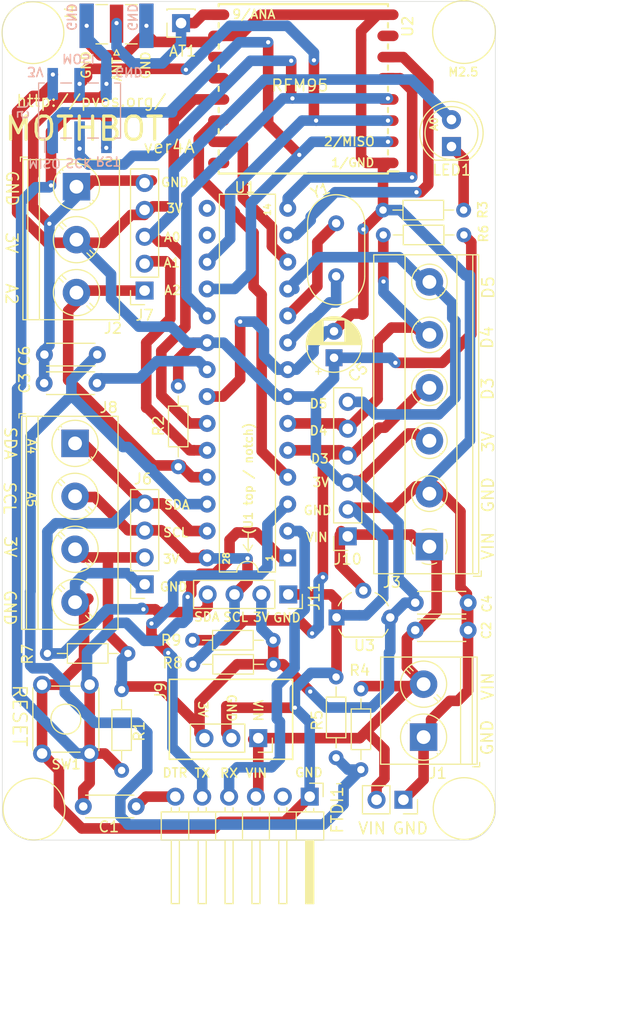
<source format=kicad_pcb>
(kicad_pcb (version 20171130) (host pcbnew 5.1.6-c6e7f7d~87~ubuntu18.04.1)

  (general
    (thickness 1.6)
    (drawings 98)
    (tracks 646)
    (zones 0)
    (modules 39)
    (nets 29)
  )

  (page A4)
  (layers
    (0 F.Cu signal hide)
    (31 B.Cu signal)
    (32 B.Adhes user)
    (33 F.Adhes user)
    (34 B.Paste user)
    (35 F.Paste user)
    (36 B.SilkS user)
    (37 F.SilkS user)
    (38 B.Mask user)
    (39 F.Mask user)
    (40 Dwgs.User user)
    (41 Cmts.User user)
    (42 Eco1.User user)
    (43 Eco2.User user)
    (44 Edge.Cuts user)
    (45 Margin user)
    (46 B.CrtYd user)
    (47 F.CrtYd user)
    (48 B.Fab user)
    (49 F.Fab user)
  )

  (setup
    (last_trace_width 0.25)
    (user_trace_width 0.4)
    (user_trace_width 0.5)
    (user_trace_width 0.75)
    (user_trace_width 1)
    (user_trace_width 1.25)
    (user_trace_width 1.5)
    (user_trace_width 1.7)
    (trace_clearance 0.2)
    (zone_clearance 0.508)
    (zone_45_only no)
    (trace_min 0.2)
    (via_size 0.8)
    (via_drill 0.4)
    (via_min_size 0.4)
    (via_min_drill 0.3)
    (user_via 1 0.5)
    (user_via 1.5 0.75)
    (user_via 1.78 0.89)
    (uvia_size 0.3)
    (uvia_drill 0.1)
    (uvias_allowed no)
    (uvia_min_size 0.2)
    (uvia_min_drill 0.1)
    (edge_width 0.05)
    (segment_width 0.2)
    (pcb_text_width 0.3)
    (pcb_text_size 1.5 1.5)
    (mod_edge_width 0.12)
    (mod_text_size 1 1)
    (mod_text_width 0.15)
    (pad_size 1.524 1.524)
    (pad_drill 0.762)
    (pad_to_mask_clearance 0.051)
    (solder_mask_min_width 0.25)
    (aux_axis_origin 0 0)
    (visible_elements FFFDFF7F)
    (pcbplotparams
      (layerselection 0x010fc_ffffffff)
      (usegerberextensions false)
      (usegerberattributes true)
      (usegerberadvancedattributes true)
      (creategerberjobfile true)
      (excludeedgelayer true)
      (linewidth 0.100000)
      (plotframeref false)
      (viasonmask false)
      (mode 1)
      (useauxorigin false)
      (hpglpennumber 1)
      (hpglpenspeed 20)
      (hpglpendiameter 15.000000)
      (psnegative false)
      (psa4output false)
      (plotreference true)
      (plotvalue true)
      (plotinvisibletext false)
      (padsonsilk false)
      (subtractmaskfromsilk false)
      (outputformat 1)
      (mirror false)
      (drillshape 1)
      (scaleselection 1)
      (outputdirectory ""))
  )

  (net 0 "")
  (net 1 "Net-(AT1-Pad1)")
  (net 2 "Net-(C1-Pad2)")
  (net 3 RST)
  (net 4 GND)
  (net 5 VIN)
  (net 6 "Net-(C3-Pad1)")
  (net 7 VCC)
  (net 8 A3)
  (net 9 D5)
  (net 10 TX0)
  (net 11 RX0)
  (net 12 A0)
  (net 13 D4)
  (net 14 D3)
  (net 15 MOSI)
  (net 16 SCK)
  (net 17 MISO)
  (net 18 A4)
  (net 19 A5)
  (net 20 A1)
  (net 21 A2)
  (net 22 D8)
  (net 23 D7)
  (net 24 D6)
  (net 25 "Net-(U1-Pad10)")
  (net 26 "Net-(U1-Pad9)")
  (net 27 D2)
  (net 28 "Net-(LED1-Pad1)")

  (net_class Default "This is the default net class."
    (clearance 0.2)
    (trace_width 0.25)
    (via_dia 0.8)
    (via_drill 0.4)
    (uvia_dia 0.3)
    (uvia_drill 0.1)
    (add_net A0)
    (add_net A1)
    (add_net A2)
    (add_net A3)
    (add_net A4)
    (add_net A5)
    (add_net D2)
    (add_net D3)
    (add_net D4)
    (add_net D5)
    (add_net D6)
    (add_net D7)
    (add_net D8)
    (add_net GND)
    (add_net MISO)
    (add_net MOSI)
    (add_net "Net-(AT1-Pad1)")
    (add_net "Net-(C1-Pad2)")
    (add_net "Net-(C3-Pad1)")
    (add_net "Net-(LED1-Pad1)")
    (add_net "Net-(U1-Pad10)")
    (add_net "Net-(U1-Pad9)")
    (add_net RST)
    (add_net RX0)
    (add_net SCK)
    (add_net TX0)
    (add_net VCC)
    (add_net VIN)
  )

  (module Connector_PinSocket_2.54mm:PinSocket_1x02_P2.54mm_Vertical (layer F.Cu) (tedit 5A19A420) (tstamp 5F907383)
    (at -93.566 73.719 270)
    (descr "Through hole straight socket strip, 1x02, 2.54mm pitch, single row (from Kicad 4.0.7), script generated")
    (tags "Through hole socket strip THT 1x02 2.54mm single row")
    (path /5FABB1AA)
    (fp_text reference J12 (at 0 -2.77 90) (layer F.SilkS) hide
      (effects (font (size 1 1) (thickness 0.15)))
    )
    (fp_text value Conn_01x02_Female (at 0 5.31 90) (layer F.Fab)
      (effects (font (size 1 1) (thickness 0.15)))
    )
    (fp_line (start -1.27 -1.27) (end 0.635 -1.27) (layer F.Fab) (width 0.1))
    (fp_line (start 0.635 -1.27) (end 1.27 -0.635) (layer F.Fab) (width 0.1))
    (fp_line (start 1.27 -0.635) (end 1.27 3.81) (layer F.Fab) (width 0.1))
    (fp_line (start 1.27 3.81) (end -1.27 3.81) (layer F.Fab) (width 0.1))
    (fp_line (start -1.27 3.81) (end -1.27 -1.27) (layer F.Fab) (width 0.1))
    (fp_line (start -1.33 1.27) (end 1.33 1.27) (layer F.SilkS) (width 0.12))
    (fp_line (start -1.33 1.27) (end -1.33 3.87) (layer F.SilkS) (width 0.12))
    (fp_line (start -1.33 3.87) (end 1.33 3.87) (layer F.SilkS) (width 0.12))
    (fp_line (start 1.33 1.27) (end 1.33 3.87) (layer F.SilkS) (width 0.12))
    (fp_line (start 1.33 -1.33) (end 1.33 0) (layer F.SilkS) (width 0.12))
    (fp_line (start 0 -1.33) (end 1.33 -1.33) (layer F.SilkS) (width 0.12))
    (fp_line (start -1.8 -1.8) (end 1.75 -1.8) (layer F.CrtYd) (width 0.05))
    (fp_line (start 1.75 -1.8) (end 1.75 4.3) (layer F.CrtYd) (width 0.05))
    (fp_line (start 1.75 4.3) (end -1.8 4.3) (layer F.CrtYd) (width 0.05))
    (fp_line (start -1.8 4.3) (end -1.8 -1.8) (layer F.CrtYd) (width 0.05))
    (fp_text user %R (at 0 1.27) (layer F.Fab)
      (effects (font (size 1 1) (thickness 0.15)))
    )
    (pad 2 thru_hole oval (at 0 2.54 270) (size 1.7 1.7) (drill 1) (layers *.Cu *.Mask)
      (net 5 VIN))
    (pad 1 thru_hole rect (at 0 0 270) (size 1.7 1.7) (drill 1) (layers *.Cu *.Mask)
      (net 4 GND))
    (model ${KISYS3DMOD}/Connector_PinSocket_2.54mm.3dshapes/PinSocket_1x02_P2.54mm_Vertical.wrl
      (at (xyz 0 0 0))
      (scale (xyz 1 1 1))
      (rotate (xyz 0 0 0))
    )
  )

  (module Connector_PinSocket_2.54mm:PinSocket_1x04_P2.54mm_Vertical (layer F.Cu) (tedit 5A19A429) (tstamp 5F8F9EDD)
    (at -104.45 54.325 270)
    (descr "Through hole straight socket strip, 1x04, 2.54mm pitch, single row (from Kicad 4.0.7), script generated")
    (tags "Through hole socket strip THT 1x04 2.54mm single row")
    (path /5F9888EF)
    (fp_text reference J11 (at 0.205 -2.45 270) (layer F.SilkS)
      (effects (font (size 1 1) (thickness 0.15)))
    )
    (fp_text value Conn_01x04_Female (at 0 10.39 90) (layer F.Fab)
      (effects (font (size 1 1) (thickness 0.15)))
    )
    (fp_line (start -1.8 9.4) (end -1.8 -1.8) (layer F.CrtYd) (width 0.05))
    (fp_line (start 1.75 9.4) (end -1.8 9.4) (layer F.CrtYd) (width 0.05))
    (fp_line (start 1.75 -1.8) (end 1.75 9.4) (layer F.CrtYd) (width 0.05))
    (fp_line (start -1.8 -1.8) (end 1.75 -1.8) (layer F.CrtYd) (width 0.05))
    (fp_line (start 0 -1.33) (end 1.33 -1.33) (layer F.SilkS) (width 0.12))
    (fp_line (start 1.33 -1.33) (end 1.33 0) (layer F.SilkS) (width 0.12))
    (fp_line (start 1.33 1.27) (end 1.33 8.95) (layer F.SilkS) (width 0.12))
    (fp_line (start -1.33 8.95) (end 1.33 8.95) (layer F.SilkS) (width 0.12))
    (fp_line (start -1.33 1.27) (end -1.33 8.95) (layer F.SilkS) (width 0.12))
    (fp_line (start -1.33 1.27) (end 1.33 1.27) (layer F.SilkS) (width 0.12))
    (fp_line (start -1.27 8.89) (end -1.27 -1.27) (layer F.Fab) (width 0.1))
    (fp_line (start 1.27 8.89) (end -1.27 8.89) (layer F.Fab) (width 0.1))
    (fp_line (start 1.27 -0.635) (end 1.27 8.89) (layer F.Fab) (width 0.1))
    (fp_line (start 0.635 -1.27) (end 1.27 -0.635) (layer F.Fab) (width 0.1))
    (fp_line (start -1.27 -1.27) (end 0.635 -1.27) (layer F.Fab) (width 0.1))
    (fp_text user %R (at 0 3.81) (layer F.Fab)
      (effects (font (size 1 1) (thickness 0.15)))
    )
    (pad 1 thru_hole rect (at 0 0 270) (size 1.7 1.7) (drill 1) (layers *.Cu *.Mask)
      (net 4 GND))
    (pad 2 thru_hole oval (at 0 2.54 270) (size 1.7 1.7) (drill 1) (layers *.Cu *.Mask)
      (net 7 VCC))
    (pad 3 thru_hole oval (at 0 5.08 270) (size 1.7 1.7) (drill 1) (layers *.Cu *.Mask)
      (net 19 A5))
    (pad 4 thru_hole oval (at 0 7.62 270) (size 1.7 1.7) (drill 1) (layers *.Cu *.Mask)
      (net 18 A4))
    (model ${KISYS3DMOD}/Connector_PinSocket_2.54mm.3dshapes/PinSocket_1x04_P2.54mm_Vertical.wrl
      (at (xyz 0 0 0))
      (scale (xyz 1 1 1))
      (rotate (xyz 0 0 0))
    )
  )

  (module Connector_PinSocket_2.54mm:PinSocket_1x06_P2.54mm_Vertical (layer F.Cu) (tedit 5A19A430) (tstamp 5F8F9EC5)
    (at -98.83 48.84 180)
    (descr "Through hole straight socket strip, 1x06, 2.54mm pitch, single row (from Kicad 4.0.7), script generated")
    (tags "Through hole socket strip THT 1x06 2.54mm single row")
    (path /5F9CDA80)
    (fp_text reference J10 (at 0.005 -2.16) (layer F.SilkS)
      (effects (font (size 1 1) (thickness 0.15)))
    )
    (fp_text value Conn_01x06_Female (at 0 15.47) (layer F.Fab)
      (effects (font (size 1 1) (thickness 0.15)))
    )
    (fp_line (start -1.27 -1.27) (end 0.635 -1.27) (layer F.Fab) (width 0.1))
    (fp_line (start 0.635 -1.27) (end 1.27 -0.635) (layer F.Fab) (width 0.1))
    (fp_line (start 1.27 -0.635) (end 1.27 13.97) (layer F.Fab) (width 0.1))
    (fp_line (start 1.27 13.97) (end -1.27 13.97) (layer F.Fab) (width 0.1))
    (fp_line (start -1.27 13.97) (end -1.27 -1.27) (layer F.Fab) (width 0.1))
    (fp_line (start -1.33 1.27) (end 1.33 1.27) (layer F.SilkS) (width 0.12))
    (fp_line (start -1.33 1.27) (end -1.33 14.03) (layer F.SilkS) (width 0.12))
    (fp_line (start -1.33 14.03) (end 1.33 14.03) (layer F.SilkS) (width 0.12))
    (fp_line (start 1.33 1.27) (end 1.33 14.03) (layer F.SilkS) (width 0.12))
    (fp_line (start 1.33 -1.33) (end 1.33 0) (layer F.SilkS) (width 0.12))
    (fp_line (start 0 -1.33) (end 1.33 -1.33) (layer F.SilkS) (width 0.12))
    (fp_line (start -1.8 -1.8) (end 1.75 -1.8) (layer F.CrtYd) (width 0.05))
    (fp_line (start 1.75 -1.8) (end 1.75 14.45) (layer F.CrtYd) (width 0.05))
    (fp_line (start 1.75 14.45) (end -1.8 14.45) (layer F.CrtYd) (width 0.05))
    (fp_line (start -1.8 14.45) (end -1.8 -1.8) (layer F.CrtYd) (width 0.05))
    (fp_text user %R (at 0 6.35 90) (layer F.Fab)
      (effects (font (size 1 1) (thickness 0.15)))
    )
    (pad 6 thru_hole oval (at 0 12.7 180) (size 1.7 1.7) (drill 1) (layers *.Cu *.Mask)
      (net 9 D5))
    (pad 5 thru_hole oval (at 0 10.16 180) (size 1.7 1.7) (drill 1) (layers *.Cu *.Mask)
      (net 13 D4))
    (pad 4 thru_hole oval (at 0 7.62 180) (size 1.7 1.7) (drill 1) (layers *.Cu *.Mask)
      (net 14 D3))
    (pad 3 thru_hole oval (at 0 5.08 180) (size 1.7 1.7) (drill 1) (layers *.Cu *.Mask)
      (net 7 VCC))
    (pad 2 thru_hole oval (at 0 2.54 180) (size 1.7 1.7) (drill 1) (layers *.Cu *.Mask)
      (net 4 GND))
    (pad 1 thru_hole rect (at 0 0 180) (size 1.7 1.7) (drill 1) (layers *.Cu *.Mask)
      (net 5 VIN))
    (model ${KISYS3DMOD}/Connector_PinSocket_2.54mm.3dshapes/PinSocket_1x06_P2.54mm_Vertical.wrl
      (at (xyz 0 0 0))
      (scale (xyz 1 1 1))
      (rotate (xyz 0 0 0))
    )
  )

  (module TerminalBlock_Phoenix:TerminalBlock_Phoenix_MKDS-1,5-6_1x06_P5.00mm_Horizontal (layer F.Cu) (tedit 5B294EE7) (tstamp 5F8FAD80)
    (at -91.11 49.81 90)
    (descr "Terminal Block Phoenix MKDS-1,5-6, 6 pins, pitch 5mm, size 30x9.8mm^2, drill diamater 1.3mm, pad diameter 2.6mm, see http://www.farnell.com/datasheets/100425.pdf, script-generated using https://github.com/pointhi/kicad-footprint-generator/scripts/TerminalBlock_Phoenix")
    (tags "THT Terminal Block Phoenix MKDS-1,5-6 pitch 5mm size 30x9.8mm^2 drill 1.3mm pad 2.6mm")
    (path /5F9AF7B1)
    (fp_text reference J3 (at -3.37 -3.54 180) (layer F.SilkS)
      (effects (font (size 1 1) (thickness 0.15)))
    )
    (fp_text value Screw_Terminal_01x06 (at 12.5 5.66 90) (layer F.Fab)
      (effects (font (size 1 1) (thickness 0.15)))
    )
    (fp_circle (center 0 0) (end 1.5 0) (layer F.Fab) (width 0.1))
    (fp_circle (center 5 0) (end 6.5 0) (layer F.Fab) (width 0.1))
    (fp_circle (center 5 0) (end 6.68 0) (layer F.SilkS) (width 0.12))
    (fp_circle (center 10 0) (end 11.5 0) (layer F.Fab) (width 0.1))
    (fp_circle (center 10 0) (end 11.68 0) (layer F.SilkS) (width 0.12))
    (fp_circle (center 15 0) (end 16.5 0) (layer F.Fab) (width 0.1))
    (fp_circle (center 15 0) (end 16.68 0) (layer F.SilkS) (width 0.12))
    (fp_circle (center 20 0) (end 21.5 0) (layer F.Fab) (width 0.1))
    (fp_circle (center 20 0) (end 21.68 0) (layer F.SilkS) (width 0.12))
    (fp_circle (center 25 0) (end 26.5 0) (layer F.Fab) (width 0.1))
    (fp_circle (center 25 0) (end 26.68 0) (layer F.SilkS) (width 0.12))
    (fp_line (start -2.5 -5.2) (end 27.5 -5.2) (layer F.Fab) (width 0.1))
    (fp_line (start 27.5 -5.2) (end 27.5 4.6) (layer F.Fab) (width 0.1))
    (fp_line (start 27.5 4.6) (end -2 4.6) (layer F.Fab) (width 0.1))
    (fp_line (start -2 4.6) (end -2.5 4.1) (layer F.Fab) (width 0.1))
    (fp_line (start -2.5 4.1) (end -2.5 -5.2) (layer F.Fab) (width 0.1))
    (fp_line (start -2.5 4.1) (end 27.5 4.1) (layer F.Fab) (width 0.1))
    (fp_line (start -2.56 4.1) (end 27.56 4.1) (layer F.SilkS) (width 0.12))
    (fp_line (start -2.5 2.6) (end 27.5 2.6) (layer F.Fab) (width 0.1))
    (fp_line (start -2.56 2.6) (end 27.56 2.6) (layer F.SilkS) (width 0.12))
    (fp_line (start -2.5 -2.3) (end 27.5 -2.3) (layer F.Fab) (width 0.1))
    (fp_line (start -2.56 -2.301) (end 27.56 -2.301) (layer F.SilkS) (width 0.12))
    (fp_line (start -2.56 -5.261) (end 27.56 -5.261) (layer F.SilkS) (width 0.12))
    (fp_line (start -2.56 4.66) (end 27.56 4.66) (layer F.SilkS) (width 0.12))
    (fp_line (start -2.56 -5.261) (end -2.56 4.66) (layer F.SilkS) (width 0.12))
    (fp_line (start 27.56 -5.261) (end 27.56 4.66) (layer F.SilkS) (width 0.12))
    (fp_line (start 1.138 -0.955) (end -0.955 1.138) (layer F.Fab) (width 0.1))
    (fp_line (start 0.955 -1.138) (end -1.138 0.955) (layer F.Fab) (width 0.1))
    (fp_line (start 6.138 -0.955) (end 4.046 1.138) (layer F.Fab) (width 0.1))
    (fp_line (start 5.955 -1.138) (end 3.863 0.955) (layer F.Fab) (width 0.1))
    (fp_line (start 6.275 -1.069) (end 6.228 -1.023) (layer F.SilkS) (width 0.12))
    (fp_line (start 3.966 1.239) (end 3.931 1.274) (layer F.SilkS) (width 0.12))
    (fp_line (start 6.07 -1.275) (end 6.035 -1.239) (layer F.SilkS) (width 0.12))
    (fp_line (start 3.773 1.023) (end 3.726 1.069) (layer F.SilkS) (width 0.12))
    (fp_line (start 11.138 -0.955) (end 9.046 1.138) (layer F.Fab) (width 0.1))
    (fp_line (start 10.955 -1.138) (end 8.863 0.955) (layer F.Fab) (width 0.1))
    (fp_line (start 11.275 -1.069) (end 11.228 -1.023) (layer F.SilkS) (width 0.12))
    (fp_line (start 8.966 1.239) (end 8.931 1.274) (layer F.SilkS) (width 0.12))
    (fp_line (start 11.07 -1.275) (end 11.035 -1.239) (layer F.SilkS) (width 0.12))
    (fp_line (start 8.773 1.023) (end 8.726 1.069) (layer F.SilkS) (width 0.12))
    (fp_line (start 16.138 -0.955) (end 14.046 1.138) (layer F.Fab) (width 0.1))
    (fp_line (start 15.955 -1.138) (end 13.863 0.955) (layer F.Fab) (width 0.1))
    (fp_line (start 16.275 -1.069) (end 16.228 -1.023) (layer F.SilkS) (width 0.12))
    (fp_line (start 13.966 1.239) (end 13.931 1.274) (layer F.SilkS) (width 0.12))
    (fp_line (start 16.07 -1.275) (end 16.035 -1.239) (layer F.SilkS) (width 0.12))
    (fp_line (start 13.773 1.023) (end 13.726 1.069) (layer F.SilkS) (width 0.12))
    (fp_line (start 21.138 -0.955) (end 19.046 1.138) (layer F.Fab) (width 0.1))
    (fp_line (start 20.955 -1.138) (end 18.863 0.955) (layer F.Fab) (width 0.1))
    (fp_line (start 21.275 -1.069) (end 21.228 -1.023) (layer F.SilkS) (width 0.12))
    (fp_line (start 18.966 1.239) (end 18.931 1.274) (layer F.SilkS) (width 0.12))
    (fp_line (start 21.07 -1.275) (end 21.035 -1.239) (layer F.SilkS) (width 0.12))
    (fp_line (start 18.773 1.023) (end 18.726 1.069) (layer F.SilkS) (width 0.12))
    (fp_line (start 26.138 -0.955) (end 24.046 1.138) (layer F.Fab) (width 0.1))
    (fp_line (start 25.955 -1.138) (end 23.863 0.955) (layer F.Fab) (width 0.1))
    (fp_line (start 26.275 -1.069) (end 26.228 -1.023) (layer F.SilkS) (width 0.12))
    (fp_line (start 23.966 1.239) (end 23.931 1.274) (layer F.SilkS) (width 0.12))
    (fp_line (start 26.07 -1.275) (end 26.035 -1.239) (layer F.SilkS) (width 0.12))
    (fp_line (start 23.773 1.023) (end 23.726 1.069) (layer F.SilkS) (width 0.12))
    (fp_line (start -2.8 4.16) (end -2.8 4.9) (layer F.SilkS) (width 0.12))
    (fp_line (start -2.8 4.9) (end -2.3 4.9) (layer F.SilkS) (width 0.12))
    (fp_line (start -3 -5.71) (end -3 5.1) (layer F.CrtYd) (width 0.05))
    (fp_line (start -3 5.1) (end 28 5.1) (layer F.CrtYd) (width 0.05))
    (fp_line (start 28 5.1) (end 28 -5.71) (layer F.CrtYd) (width 0.05))
    (fp_line (start 28 -5.71) (end -3 -5.71) (layer F.CrtYd) (width 0.05))
    (fp_text user %R (at 12.5 3.2 90) (layer F.Fab)
      (effects (font (size 1 1) (thickness 0.15)))
    )
    (fp_arc (start 0 0) (end -0.684 1.535) (angle -25) (layer F.SilkS) (width 0.12))
    (fp_arc (start 0 0) (end -1.535 -0.684) (angle -48) (layer F.SilkS) (width 0.12))
    (fp_arc (start 0 0) (end 0.684 -1.535) (angle -48) (layer F.SilkS) (width 0.12))
    (fp_arc (start 0 0) (end 1.535 0.684) (angle -48) (layer F.SilkS) (width 0.12))
    (fp_arc (start 0 0) (end 0 1.68) (angle -24) (layer F.SilkS) (width 0.12))
    (pad 6 thru_hole circle (at 25 0 90) (size 2.6 2.6) (drill 1.3) (layers *.Cu *.Mask)
      (net 9 D5))
    (pad 5 thru_hole circle (at 20 0 90) (size 2.6 2.6) (drill 1.3) (layers *.Cu *.Mask)
      (net 13 D4))
    (pad 4 thru_hole circle (at 15 0 90) (size 2.6 2.6) (drill 1.3) (layers *.Cu *.Mask)
      (net 14 D3))
    (pad 3 thru_hole circle (at 10 0 90) (size 2.6 2.6) (drill 1.3) (layers *.Cu *.Mask)
      (net 7 VCC))
    (pad 2 thru_hole circle (at 5 0 90) (size 2.6 2.6) (drill 1.3) (layers *.Cu *.Mask)
      (net 4 GND))
    (pad 1 thru_hole rect (at 0 0 90) (size 2.6 2.6) (drill 1.3) (layers *.Cu *.Mask)
      (net 5 VIN))
    (model ${KISYS3DMOD}/TerminalBlock_Phoenix.3dshapes/TerminalBlock_Phoenix_MKDS-1,5-6_1x06_P5.00mm_Horizontal.wrl
      (at (xyz 0 0 0))
      (scale (xyz 1 1 1))
      (rotate (xyz 0 0 0))
    )
  )

  (module Crystal:Resonator-2Pin_W10.0mm_H5.0mm (layer F.Cu) (tedit 5A0FD1B2) (tstamp 5F7C78EB)
    (at -99.925 24.275 90)
    (descr "Ceramic Resomator/Filter 10.0x5.0 RedFrequency MG/MT/MX series, http://www.red-frequency.com/download/datenblatt/redfrequency-datenblatt-ir-zta.pdf, length*width=10.0x5.0mm^2 package, package length=10.0mm, package width=5.0mm, 2 pins")
    (tags "THT ceramic resonator filter")
    (path /5F2FF1D5)
    (fp_text reference Y1 (at 8.075 -1.475 20) (layer F.SilkS)
      (effects (font (size 1 1) (thickness 0.15)))
    )
    (fp_text value Crystal (at 2.5 3.7 90) (layer F.Fab)
      (effects (font (size 1 1) (thickness 0.15)))
    )
    (fp_line (start 8 -3) (end -3 -3) (layer F.CrtYd) (width 0.05))
    (fp_line (start 8 3) (end 8 -3) (layer F.CrtYd) (width 0.05))
    (fp_line (start -3 3) (end 8 3) (layer F.CrtYd) (width 0.05))
    (fp_line (start -3 -3) (end -3 3) (layer F.CrtYd) (width 0.05))
    (fp_line (start 0 2.7) (end 5 2.7) (layer F.SilkS) (width 0.12))
    (fp_line (start 0 -2.7) (end 5 -2.7) (layer F.SilkS) (width 0.12))
    (fp_line (start 0 2.5) (end 5 2.5) (layer F.Fab) (width 0.1))
    (fp_line (start 0 -2.5) (end 5 -2.5) (layer F.Fab) (width 0.1))
    (fp_line (start 0 2.5) (end 5 2.5) (layer F.Fab) (width 0.1))
    (fp_line (start 0 -2.5) (end 5 -2.5) (layer F.Fab) (width 0.1))
    (fp_arc (start 5 0) (end 5 -2.7) (angle 180) (layer F.SilkS) (width 0.12))
    (fp_arc (start 0 0) (end 0 -2.7) (angle -180) (layer F.SilkS) (width 0.12))
    (fp_arc (start 5 0) (end 5 -2.5) (angle 180) (layer F.Fab) (width 0.1))
    (fp_arc (start 0 0) (end 0 -2.5) (angle -180) (layer F.Fab) (width 0.1))
    (fp_arc (start 5 0) (end 5 -2.5) (angle 180) (layer F.Fab) (width 0.1))
    (fp_arc (start 0 0) (end 0 -2.5) (angle -180) (layer F.Fab) (width 0.1))
    (fp_text user %R (at 2.5 0 90) (layer F.Fab)
      (effects (font (size 1 1) (thickness 0.15)))
    )
    (pad 2 thru_hole circle (at 5 0 90) (size 1.5 1.5) (drill 0.8) (layers *.Cu *.Mask)
      (net 25 "Net-(U1-Pad10)"))
    (pad 1 thru_hole circle (at 0 0 90) (size 1.5 1.5) (drill 0.8) (layers *.Cu *.Mask)
      (net 26 "Net-(U1-Pad9)"))
    (model ${KISYS3DMOD}/Crystal.3dshapes/Resonator-2Pin_W10.0mm_H5.0mm.wrl
      (at (xyz 0 0 0))
      (scale (xyz 1 1 1))
      (rotate (xyz 0 0 0))
    )
  )

  (module Connector_PinSocket_2.54mm:PinSocket_1x05_P2.54mm_Vertical (layer F.Cu) (tedit 5A19A420) (tstamp 5F90C0F2)
    (at -118.03 25.63 180)
    (descr "Through hole straight socket strip, 1x05, 2.54mm pitch, single row (from Kicad 4.0.7), script generated")
    (tags "Through hole socket strip THT 1x05 2.54mm single row")
    (path /5F8A1647)
    (fp_text reference J7 (at 0 -2.33) (layer F.SilkS)
      (effects (font (size 1 1) (thickness 0.15)))
    )
    (fp_text value Conn_01x05_Female (at 0 12.93) (layer F.Fab)
      (effects (font (size 1 1) (thickness 0.15)))
    )
    (fp_line (start -1.27 -1.27) (end 0.635 -1.27) (layer F.Fab) (width 0.1))
    (fp_line (start 0.635 -1.27) (end 1.27 -0.635) (layer F.Fab) (width 0.1))
    (fp_line (start 1.27 -0.635) (end 1.27 11.43) (layer F.Fab) (width 0.1))
    (fp_line (start 1.27 11.43) (end -1.27 11.43) (layer F.Fab) (width 0.1))
    (fp_line (start -1.27 11.43) (end -1.27 -1.27) (layer F.Fab) (width 0.1))
    (fp_line (start -1.33 1.27) (end 1.33 1.27) (layer F.SilkS) (width 0.12))
    (fp_line (start -1.33 1.27) (end -1.33 11.49) (layer F.SilkS) (width 0.12))
    (fp_line (start -1.33 11.49) (end 1.33 11.49) (layer F.SilkS) (width 0.12))
    (fp_line (start 1.33 1.27) (end 1.33 11.49) (layer F.SilkS) (width 0.12))
    (fp_line (start 1.33 -1.33) (end 1.33 0) (layer F.SilkS) (width 0.12))
    (fp_line (start 0 -1.33) (end 1.33 -1.33) (layer F.SilkS) (width 0.12))
    (fp_line (start -1.8 -1.8) (end 1.75 -1.8) (layer F.CrtYd) (width 0.05))
    (fp_line (start 1.75 -1.8) (end 1.75 11.9) (layer F.CrtYd) (width 0.05))
    (fp_line (start 1.75 11.9) (end -1.8 11.9) (layer F.CrtYd) (width 0.05))
    (fp_line (start -1.8 11.9) (end -1.8 -1.8) (layer F.CrtYd) (width 0.05))
    (fp_text user %R (at 0 5.08 90) (layer F.Fab)
      (effects (font (size 1 1) (thickness 0.15)))
    )
    (pad 5 thru_hole oval (at 0 10.16 180) (size 1.7 1.7) (drill 1) (layers *.Cu *.Mask)
      (net 4 GND))
    (pad 4 thru_hole oval (at 0 7.62 180) (size 1.7 1.7) (drill 1) (layers *.Cu *.Mask)
      (net 7 VCC))
    (pad 3 thru_hole oval (at 0 5.08 180) (size 1.7 1.7) (drill 1) (layers *.Cu *.Mask)
      (net 12 A0))
    (pad 2 thru_hole oval (at 0 2.54 180) (size 1.7 1.7) (drill 1) (layers *.Cu *.Mask)
      (net 20 A1))
    (pad 1 thru_hole rect (at 0 0 180) (size 1.7 1.7) (drill 1) (layers *.Cu *.Mask)
      (net 21 A2))
    (model ${KISYS3DMOD}/Connector_PinSocket_2.54mm.3dshapes/PinSocket_1x05_P2.54mm_Vertical.wrl
      (at (xyz 0 0 0))
      (scale (xyz 1 1 1))
      (rotate (xyz 0 0 0))
    )
  )

  (module Resistor_THT:R_Axial_DIN0204_L3.6mm_D1.6mm_P7.62mm_Horizontal (layer F.Cu) (tedit 5AE5139B) (tstamp 5F7D1419)
    (at -105.875 58.65 180)
    (descr "Resistor, Axial_DIN0204 series, Axial, Horizontal, pin pitch=7.62mm, 0.167W, length*diameter=3.6*1.6mm^2, http://cdn-reichelt.de/documents/datenblatt/B400/1_4W%23YAG.pdf")
    (tags "Resistor Axial_DIN0204 series Axial Horizontal pin pitch 7.62mm 0.167W length 3.6mm diameter 1.6mm")
    (path /5F83A4F3)
    (fp_text reference R9 (at 9.65 0) (layer F.SilkS)
      (effects (font (size 1 1) (thickness 0.15)))
    )
    (fp_text value 10K (at 3.81 1.92) (layer F.Fab)
      (effects (font (size 1 1) (thickness 0.15)))
    )
    (fp_line (start 2.01 -0.8) (end 2.01 0.8) (layer F.Fab) (width 0.1))
    (fp_line (start 2.01 0.8) (end 5.61 0.8) (layer F.Fab) (width 0.1))
    (fp_line (start 5.61 0.8) (end 5.61 -0.8) (layer F.Fab) (width 0.1))
    (fp_line (start 5.61 -0.8) (end 2.01 -0.8) (layer F.Fab) (width 0.1))
    (fp_line (start 0 0) (end 2.01 0) (layer F.Fab) (width 0.1))
    (fp_line (start 7.62 0) (end 5.61 0) (layer F.Fab) (width 0.1))
    (fp_line (start 1.89 -0.92) (end 1.89 0.92) (layer F.SilkS) (width 0.12))
    (fp_line (start 1.89 0.92) (end 5.73 0.92) (layer F.SilkS) (width 0.12))
    (fp_line (start 5.73 0.92) (end 5.73 -0.92) (layer F.SilkS) (width 0.12))
    (fp_line (start 5.73 -0.92) (end 1.89 -0.92) (layer F.SilkS) (width 0.12))
    (fp_line (start 0.94 0) (end 1.89 0) (layer F.SilkS) (width 0.12))
    (fp_line (start 6.68 0) (end 5.73 0) (layer F.SilkS) (width 0.12))
    (fp_line (start -0.95 -1.05) (end -0.95 1.05) (layer F.CrtYd) (width 0.05))
    (fp_line (start -0.95 1.05) (end 8.57 1.05) (layer F.CrtYd) (width 0.05))
    (fp_line (start 8.57 1.05) (end 8.57 -1.05) (layer F.CrtYd) (width 0.05))
    (fp_line (start 8.57 -1.05) (end -0.95 -1.05) (layer F.CrtYd) (width 0.05))
    (fp_text user %R (at 3.81 0) (layer F.Fab)
      (effects (font (size 0.72 0.72) (thickness 0.108)))
    )
    (pad 2 thru_hole oval (at 7.62 0 180) (size 1.4 1.4) (drill 0.7) (layers *.Cu *.Mask)
      (net 14 D3))
    (pad 1 thru_hole circle (at 0 0 180) (size 1.4 1.4) (drill 0.7) (layers *.Cu *.Mask)
      (net 7 VCC))
    (model ${KISYS3DMOD}/Resistor_THT.3dshapes/R_Axial_DIN0204_L3.6mm_D1.6mm_P7.62mm_Horizontal.wrl
      (at (xyz 0 0 0))
      (scale (xyz 1 1 1))
      (rotate (xyz 0 0 0))
    )
  )

  (module Capacitor_THT:C_Disc_D4.3mm_W1.9mm_P5.00mm (layer F.Cu) (tedit 5AE50EF0) (tstamp 5F7B48AD)
    (at -122.525 34.375 180)
    (descr "C, Disc series, Radial, pin pitch=5.00mm, , diameter*width=4.3*1.9mm^2, Capacitor, http://www.vishay.com/docs/45233/krseries.pdf")
    (tags "C Disc series Radial pin pitch 5.00mm  diameter 4.3mm width 1.9mm Capacitor")
    (path /5F266C1D)
    (fp_text reference C3 (at 6.85 0 270) (layer F.SilkS)
      (effects (font (size 1 1) (thickness 0.15)))
    )
    (fp_text value 0.1u (at 2.5 2.2) (layer F.Fab)
      (effects (font (size 1 1) (thickness 0.15)))
    )
    (fp_line (start 6.05 -1.2) (end -1.05 -1.2) (layer F.CrtYd) (width 0.05))
    (fp_line (start 6.05 1.2) (end 6.05 -1.2) (layer F.CrtYd) (width 0.05))
    (fp_line (start -1.05 1.2) (end 6.05 1.2) (layer F.CrtYd) (width 0.05))
    (fp_line (start -1.05 -1.2) (end -1.05 1.2) (layer F.CrtYd) (width 0.05))
    (fp_line (start 4.77 1.055) (end 4.77 1.07) (layer F.SilkS) (width 0.12))
    (fp_line (start 4.77 -1.07) (end 4.77 -1.055) (layer F.SilkS) (width 0.12))
    (fp_line (start 0.23 1.055) (end 0.23 1.07) (layer F.SilkS) (width 0.12))
    (fp_line (start 0.23 -1.07) (end 0.23 -1.055) (layer F.SilkS) (width 0.12))
    (fp_line (start 0.23 1.07) (end 4.77 1.07) (layer F.SilkS) (width 0.12))
    (fp_line (start 0.23 -1.07) (end 4.77 -1.07) (layer F.SilkS) (width 0.12))
    (fp_line (start 4.65 -0.95) (end 0.35 -0.95) (layer F.Fab) (width 0.1))
    (fp_line (start 4.65 0.95) (end 4.65 -0.95) (layer F.Fab) (width 0.1))
    (fp_line (start 0.35 0.95) (end 4.65 0.95) (layer F.Fab) (width 0.1))
    (fp_line (start 0.35 -0.95) (end 0.35 0.95) (layer F.Fab) (width 0.1))
    (fp_text user %R (at 2.5 0.125) (layer F.Fab)
      (effects (font (size 0.86 0.86) (thickness 0.129)))
    )
    (pad 2 thru_hole circle (at 5 0 180) (size 1.6 1.6) (drill 0.8) (layers *.Cu *.Mask)
      (net 4 GND))
    (pad 1 thru_hole circle (at 0 0 180) (size 1.6 1.6) (drill 0.8) (layers *.Cu *.Mask)
      (net 6 "Net-(C3-Pad1)"))
    (model ${KISYS3DMOD}/Capacitor_THT.3dshapes/C_Disc_D4.3mm_W1.9mm_P5.00mm.wrl
      (at (xyz 0 0 0))
      (scale (xyz 1 1 1))
      (rotate (xyz 0 0 0))
    )
  )

  (module MountingHole:MountingHole_2.7mm_M2.5 (layer F.Cu) (tedit 56D1B4CB) (tstamp 5F7B343A)
    (at -87.8 1.225 180)
    (descr "Mounting Hole 2.7mm, no annular, M2.5")
    (tags "mounting hole 2.7mm no annular m2.5")
    (path /5F3BA0EE)
    (attr virtual)
    (fp_text reference H4 (at 0 -3.7) (layer F.SilkS) hide
      (effects (font (size 1 1) (thickness 0.15)))
    )
    (fp_text value MountingHole (at 0 3.7) (layer F.Fab)
      (effects (font (size 1 1) (thickness 0.15)))
    )
    (fp_circle (center 0 0) (end 2.7 0) (layer Cmts.User) (width 0.15))
    (fp_circle (center 0 0) (end 2.95 0) (layer F.CrtYd) (width 0.05))
    (fp_text user %R (at 0.3 0) (layer F.Fab)
      (effects (font (size 1 1) (thickness 0.15)))
    )
    (pad 1 np_thru_hole circle (at 0 0 180) (size 2.7 2.7) (drill 2.7) (layers *.Cu *.Mask))
  )

  (module MountingHole:MountingHole_2.7mm_M2.5 (layer F.Cu) (tedit 56D1B4CB) (tstamp 5F7B3432)
    (at -128.525 74.6 180)
    (descr "Mounting Hole 2.7mm, no annular, M2.5")
    (tags "mounting hole 2.7mm no annular m2.5")
    (path /5F3B9C3E)
    (attr virtual)
    (fp_text reference H3 (at 0 -3.7) (layer F.SilkS) hide
      (effects (font (size 1 1) (thickness 0.15)))
    )
    (fp_text value MountingHole (at 0 3.7) (layer F.Fab)
      (effects (font (size 1 1) (thickness 0.15)))
    )
    (fp_circle (center 0 0) (end 2.7 0) (layer Cmts.User) (width 0.15))
    (fp_circle (center 0 0) (end 2.95 0) (layer F.CrtYd) (width 0.05))
    (fp_text user %R (at 0.3 0) (layer F.Fab)
      (effects (font (size 1 1) (thickness 0.15)))
    )
    (pad 1 np_thru_hole circle (at 0 0 180) (size 2.7 2.7) (drill 2.7) (layers *.Cu *.Mask))
  )

  (module Resistor_THT:R_Axial_DIN0204_L3.6mm_D1.6mm_P7.62mm_Horizontal (layer F.Cu) (tedit 5AE5139B) (tstamp 5F8FD119)
    (at -105.85 60.925 180)
    (descr "Resistor, Axial_DIN0204 series, Axial, Horizontal, pin pitch=7.62mm, 0.167W, length*diameter=3.6*1.6mm^2, http://cdn-reichelt.de/documents/datenblatt/B400/1_4W%23YAG.pdf")
    (tags "Resistor Axial_DIN0204 series Axial Horizontal pin pitch 7.62mm 0.167W length 3.6mm diameter 1.6mm")
    (path /5F722F91)
    (fp_text reference R8 (at 9.525 0.125) (layer F.SilkS)
      (effects (font (size 1 1) (thickness 0.15)))
    )
    (fp_text value R (at 3.81 1.92) (layer F.Fab)
      (effects (font (size 1 1) (thickness 0.15)))
    )
    (fp_line (start 8.57 -1.05) (end -0.95 -1.05) (layer F.CrtYd) (width 0.05))
    (fp_line (start 8.57 1.05) (end 8.57 -1.05) (layer F.CrtYd) (width 0.05))
    (fp_line (start -0.95 1.05) (end 8.57 1.05) (layer F.CrtYd) (width 0.05))
    (fp_line (start -0.95 -1.05) (end -0.95 1.05) (layer F.CrtYd) (width 0.05))
    (fp_line (start 6.68 0) (end 5.73 0) (layer F.SilkS) (width 0.12))
    (fp_line (start 0.94 0) (end 1.89 0) (layer F.SilkS) (width 0.12))
    (fp_line (start 5.73 -0.92) (end 1.89 -0.92) (layer F.SilkS) (width 0.12))
    (fp_line (start 5.73 0.92) (end 5.73 -0.92) (layer F.SilkS) (width 0.12))
    (fp_line (start 1.89 0.92) (end 5.73 0.92) (layer F.SilkS) (width 0.12))
    (fp_line (start 1.89 -0.92) (end 1.89 0.92) (layer F.SilkS) (width 0.12))
    (fp_line (start 7.62 0) (end 5.61 0) (layer F.Fab) (width 0.1))
    (fp_line (start 0 0) (end 2.01 0) (layer F.Fab) (width 0.1))
    (fp_line (start 5.61 -0.8) (end 2.01 -0.8) (layer F.Fab) (width 0.1))
    (fp_line (start 5.61 0.8) (end 5.61 -0.8) (layer F.Fab) (width 0.1))
    (fp_line (start 2.01 0.8) (end 5.61 0.8) (layer F.Fab) (width 0.1))
    (fp_line (start 2.01 -0.8) (end 2.01 0.8) (layer F.Fab) (width 0.1))
    (fp_text user %R (at 3.81 0) (layer F.Fab)
      (effects (font (size 0.72 0.72) (thickness 0.108)))
    )
    (pad 2 thru_hole oval (at 7.62 0 180) (size 1.4 1.4) (drill 0.7) (layers *.Cu *.Mask)
      (net 19 A5))
    (pad 1 thru_hole circle (at 0 0 180) (size 1.4 1.4) (drill 0.7) (layers *.Cu *.Mask)
      (net 7 VCC))
    (model ${KISYS3DMOD}/Resistor_THT.3dshapes/R_Axial_DIN0204_L3.6mm_D1.6mm_P7.62mm_Horizontal.wrl
      (at (xyz 0 0 0))
      (scale (xyz 1 1 1))
      (rotate (xyz 0 0 0))
    )
  )

  (module Resistor_THT:R_Axial_DIN0204_L3.6mm_D1.6mm_P7.62mm_Horizontal (layer F.Cu) (tedit 5AE5139B) (tstamp 5F7A38B7)
    (at -119.6 59.9 180)
    (descr "Resistor, Axial_DIN0204 series, Axial, Horizontal, pin pitch=7.62mm, 0.167W, length*diameter=3.6*1.6mm^2, http://cdn-reichelt.de/documents/datenblatt/B400/1_4W%23YAG.pdf")
    (tags "Resistor Axial_DIN0204 series Axial Horizontal pin pitch 7.62mm 0.167W length 3.6mm diameter 1.6mm")
    (path /5F7227DD)
    (fp_text reference R7 (at 9.503 -0.072 90) (layer F.SilkS)
      (effects (font (size 1 1) (thickness 0.15)))
    )
    (fp_text value R (at 3.81 1.92) (layer F.Fab)
      (effects (font (size 1 1) (thickness 0.15)))
    )
    (fp_line (start 8.57 -1.05) (end -0.95 -1.05) (layer F.CrtYd) (width 0.05))
    (fp_line (start 8.57 1.05) (end 8.57 -1.05) (layer F.CrtYd) (width 0.05))
    (fp_line (start -0.95 1.05) (end 8.57 1.05) (layer F.CrtYd) (width 0.05))
    (fp_line (start -0.95 -1.05) (end -0.95 1.05) (layer F.CrtYd) (width 0.05))
    (fp_line (start 6.68 0) (end 5.73 0) (layer F.SilkS) (width 0.12))
    (fp_line (start 0.94 0) (end 1.89 0) (layer F.SilkS) (width 0.12))
    (fp_line (start 5.73 -0.92) (end 1.89 -0.92) (layer F.SilkS) (width 0.12))
    (fp_line (start 5.73 0.92) (end 5.73 -0.92) (layer F.SilkS) (width 0.12))
    (fp_line (start 1.89 0.92) (end 5.73 0.92) (layer F.SilkS) (width 0.12))
    (fp_line (start 1.89 -0.92) (end 1.89 0.92) (layer F.SilkS) (width 0.12))
    (fp_line (start 7.62 0) (end 5.61 0) (layer F.Fab) (width 0.1))
    (fp_line (start 0 0) (end 2.01 0) (layer F.Fab) (width 0.1))
    (fp_line (start 5.61 -0.8) (end 2.01 -0.8) (layer F.Fab) (width 0.1))
    (fp_line (start 5.61 0.8) (end 5.61 -0.8) (layer F.Fab) (width 0.1))
    (fp_line (start 2.01 0.8) (end 5.61 0.8) (layer F.Fab) (width 0.1))
    (fp_line (start 2.01 -0.8) (end 2.01 0.8) (layer F.Fab) (width 0.1))
    (fp_text user %R (at 3.81 0) (layer F.Fab)
      (effects (font (size 0.72 0.72) (thickness 0.108)))
    )
    (pad 2 thru_hole oval (at 7.62 0 180) (size 1.4 1.4) (drill 0.7) (layers *.Cu *.Mask)
      (net 18 A4))
    (pad 1 thru_hole circle (at 0 0 180) (size 1.4 1.4) (drill 0.7) (layers *.Cu *.Mask)
      (net 7 VCC))
    (model ${KISYS3DMOD}/Resistor_THT.3dshapes/R_Axial_DIN0204_L3.6mm_D1.6mm_P7.62mm_Horizontal.wrl
      (at (xyz 0 0 0))
      (scale (xyz 1 1 1))
      (rotate (xyz 0 0 0))
    )
  )

  (module Resistor_THT:R_Axial_DIN0204_L3.6mm_D1.6mm_P7.62mm_Horizontal (layer F.Cu) (tedit 5AE5139B) (tstamp 5F8FE503)
    (at -87.875 18.025 180)
    (descr "Resistor, Axial_DIN0204 series, Axial, Horizontal, pin pitch=7.62mm, 0.167W, length*diameter=3.6*1.6mm^2, http://cdn-reichelt.de/documents/datenblatt/B400/1_4W%23YAG.pdf")
    (tags "Resistor Axial_DIN0204 series Axial Horizontal pin pitch 7.62mm 0.167W length 3.6mm diameter 1.6mm")
    (path /5F59A5EA)
    (fp_text reference R6 (at -1.875 -2.225 270) (layer F.SilkS)
      (effects (font (size 0.85 0.85) (thickness 0.15)))
    )
    (fp_text value 300R (at 3.81 1.92) (layer F.Fab)
      (effects (font (size 1 1) (thickness 0.15)))
    )
    (fp_line (start 2.01 -0.8) (end 2.01 0.8) (layer F.Fab) (width 0.1))
    (fp_line (start 2.01 0.8) (end 5.61 0.8) (layer F.Fab) (width 0.1))
    (fp_line (start 5.61 0.8) (end 5.61 -0.8) (layer F.Fab) (width 0.1))
    (fp_line (start 5.61 -0.8) (end 2.01 -0.8) (layer F.Fab) (width 0.1))
    (fp_line (start 0 0) (end 2.01 0) (layer F.Fab) (width 0.1))
    (fp_line (start 7.62 0) (end 5.61 0) (layer F.Fab) (width 0.1))
    (fp_line (start 1.89 -0.92) (end 1.89 0.92) (layer F.SilkS) (width 0.12))
    (fp_line (start 1.89 0.92) (end 5.73 0.92) (layer F.SilkS) (width 0.12))
    (fp_line (start 5.73 0.92) (end 5.73 -0.92) (layer F.SilkS) (width 0.12))
    (fp_line (start 5.73 -0.92) (end 1.89 -0.92) (layer F.SilkS) (width 0.12))
    (fp_line (start 0.94 0) (end 1.89 0) (layer F.SilkS) (width 0.12))
    (fp_line (start 6.68 0) (end 5.73 0) (layer F.SilkS) (width 0.12))
    (fp_line (start -0.95 -1.05) (end -0.95 1.05) (layer F.CrtYd) (width 0.05))
    (fp_line (start -0.95 1.05) (end 8.57 1.05) (layer F.CrtYd) (width 0.05))
    (fp_line (start 8.57 1.05) (end 8.57 -1.05) (layer F.CrtYd) (width 0.05))
    (fp_line (start 8.57 -1.05) (end -0.95 -1.05) (layer F.CrtYd) (width 0.05))
    (fp_text user %R (at 3.81 0) (layer F.Fab)
      (effects (font (size 0.72 0.72) (thickness 0.108)))
    )
    (pad 1 thru_hole circle (at 0 0 180) (size 1.4 1.4) (drill 0.7) (layers *.Cu *.Mask)
      (net 28 "Net-(LED1-Pad1)"))
    (pad 2 thru_hole oval (at 7.62 0 180) (size 1.4 1.4) (drill 0.7) (layers *.Cu *.Mask)
      (net 4 GND))
    (model ${KISYS3DMOD}/Resistor_THT.3dshapes/R_Axial_DIN0204_L3.6mm_D1.6mm_P7.62mm_Horizontal.wrl
      (at (xyz 0 0 0))
      (scale (xyz 1 1 1))
      (rotate (xyz 0 0 0))
    )
  )

  (module Resistor_THT:R_Axial_DIN0204_L3.6mm_D1.6mm_P7.62mm_Horizontal (layer F.Cu) (tedit 5AE5139B) (tstamp 5F7C0879)
    (at -99.93 69.75 90)
    (descr "Resistor, Axial_DIN0204 series, Axial, Horizontal, pin pitch=7.62mm, 0.167W, length*diameter=3.6*1.6mm^2, http://cdn-reichelt.de/documents/datenblatt/B400/1_4W%23YAG.pdf")
    (tags "Resistor Axial_DIN0204 series Axial Horizontal pin pitch 7.62mm 0.167W length 3.6mm diameter 1.6mm")
    (path /5F34520A)
    (fp_text reference R5 (at 3.54 -1.8 270) (layer F.SilkS)
      (effects (font (size 1 1) (thickness 0.15)))
    )
    (fp_text value 10M (at 3.81 1.92 90) (layer F.Fab)
      (effects (font (size 1 1) (thickness 0.15)))
    )
    (fp_line (start 8.57 -1.05) (end -0.95 -1.05) (layer F.CrtYd) (width 0.05))
    (fp_line (start 8.57 1.05) (end 8.57 -1.05) (layer F.CrtYd) (width 0.05))
    (fp_line (start -0.95 1.05) (end 8.57 1.05) (layer F.CrtYd) (width 0.05))
    (fp_line (start -0.95 -1.05) (end -0.95 1.05) (layer F.CrtYd) (width 0.05))
    (fp_line (start 6.68 0) (end 5.73 0) (layer F.SilkS) (width 0.12))
    (fp_line (start 0.94 0) (end 1.89 0) (layer F.SilkS) (width 0.12))
    (fp_line (start 5.73 -0.92) (end 1.89 -0.92) (layer F.SilkS) (width 0.12))
    (fp_line (start 5.73 0.92) (end 5.73 -0.92) (layer F.SilkS) (width 0.12))
    (fp_line (start 1.89 0.92) (end 5.73 0.92) (layer F.SilkS) (width 0.12))
    (fp_line (start 1.89 -0.92) (end 1.89 0.92) (layer F.SilkS) (width 0.12))
    (fp_line (start 7.62 0) (end 5.61 0) (layer F.Fab) (width 0.1))
    (fp_line (start 0 0) (end 2.01 0) (layer F.Fab) (width 0.1))
    (fp_line (start 5.61 -0.8) (end 2.01 -0.8) (layer F.Fab) (width 0.1))
    (fp_line (start 5.61 0.8) (end 5.61 -0.8) (layer F.Fab) (width 0.1))
    (fp_line (start 2.01 0.8) (end 5.61 0.8) (layer F.Fab) (width 0.1))
    (fp_line (start 2.01 -0.8) (end 2.01 0.8) (layer F.Fab) (width 0.1))
    (fp_text user %R (at 3.81 0 90) (layer F.Fab)
      (effects (font (size 0.72 0.72) (thickness 0.108)))
    )
    (pad 2 thru_hole oval (at 7.62 0 90) (size 1.4 1.4) (drill 0.7) (layers *.Cu *.Mask)
      (net 4 GND))
    (pad 1 thru_hole circle (at 0 0 90) (size 1.4 1.4) (drill 0.7) (layers *.Cu *.Mask)
      (net 8 A3))
    (model ${KISYS3DMOD}/Resistor_THT.3dshapes/R_Axial_DIN0204_L3.6mm_D1.6mm_P7.62mm_Horizontal.wrl
      (at (xyz 0 0 0))
      (scale (xyz 1 1 1))
      (rotate (xyz 0 0 0))
    )
  )

  (module Resistor_THT:R_Axial_DIN0204_L3.6mm_D1.6mm_P7.62mm_Horizontal (layer F.Cu) (tedit 5AE5139B) (tstamp 5F7C08BB)
    (at -97.58 63.25 270)
    (descr "Resistor, Axial_DIN0204 series, Axial, Horizontal, pin pitch=7.62mm, 0.167W, length*diameter=3.6*1.6mm^2, http://cdn-reichelt.de/documents/datenblatt/B400/1_4W%23YAG.pdf")
    (tags "Resistor Axial_DIN0204 series Axial Horizontal pin pitch 7.62mm 0.167W length 3.6mm diameter 1.6mm")
    (path /5F3431B9)
    (fp_text reference R4 (at -1.757 0.123 180) (layer F.SilkS)
      (effects (font (size 1 1) (thickness 0.15)))
    )
    (fp_text value 10M (at 3.81 1.92 90) (layer F.Fab)
      (effects (font (size 1 1) (thickness 0.15)))
    )
    (fp_line (start 8.57 -1.05) (end -0.95 -1.05) (layer F.CrtYd) (width 0.05))
    (fp_line (start 8.57 1.05) (end 8.57 -1.05) (layer F.CrtYd) (width 0.05))
    (fp_line (start -0.95 1.05) (end 8.57 1.05) (layer F.CrtYd) (width 0.05))
    (fp_line (start -0.95 -1.05) (end -0.95 1.05) (layer F.CrtYd) (width 0.05))
    (fp_line (start 6.68 0) (end 5.73 0) (layer F.SilkS) (width 0.12))
    (fp_line (start 0.94 0) (end 1.89 0) (layer F.SilkS) (width 0.12))
    (fp_line (start 5.73 -0.92) (end 1.89 -0.92) (layer F.SilkS) (width 0.12))
    (fp_line (start 5.73 0.92) (end 5.73 -0.92) (layer F.SilkS) (width 0.12))
    (fp_line (start 1.89 0.92) (end 5.73 0.92) (layer F.SilkS) (width 0.12))
    (fp_line (start 1.89 -0.92) (end 1.89 0.92) (layer F.SilkS) (width 0.12))
    (fp_line (start 7.62 0) (end 5.61 0) (layer F.Fab) (width 0.1))
    (fp_line (start 0 0) (end 2.01 0) (layer F.Fab) (width 0.1))
    (fp_line (start 5.61 -0.8) (end 2.01 -0.8) (layer F.Fab) (width 0.1))
    (fp_line (start 5.61 0.8) (end 5.61 -0.8) (layer F.Fab) (width 0.1))
    (fp_line (start 2.01 0.8) (end 5.61 0.8) (layer F.Fab) (width 0.1))
    (fp_line (start 2.01 -0.8) (end 2.01 0.8) (layer F.Fab) (width 0.1))
    (fp_text user %R (at 3.81 0 90) (layer F.Fab)
      (effects (font (size 0.72 0.72) (thickness 0.108)))
    )
    (pad 2 thru_hole oval (at 7.62 0 270) (size 1.4 1.4) (drill 0.7) (layers *.Cu *.Mask)
      (net 8 A3))
    (pad 1 thru_hole circle (at 0 0 270) (size 1.4 1.4) (drill 0.7) (layers *.Cu *.Mask)
      (net 5 VIN))
    (model ${KISYS3DMOD}/Resistor_THT.3dshapes/R_Axial_DIN0204_L3.6mm_D1.6mm_P7.62mm_Horizontal.wrl
      (at (xyz 0 0 0))
      (scale (xyz 1 1 1))
      (rotate (xyz 0 0 0))
    )
  )

  (module Resistor_THT:R_Axial_DIN0204_L3.6mm_D1.6mm_P7.62mm_Horizontal (layer F.Cu) (tedit 5AE5139B) (tstamp 5F7A386B)
    (at -87.85 20.375 180)
    (descr "Resistor, Axial_DIN0204 series, Axial, Horizontal, pin pitch=7.62mm, 0.167W, length*diameter=3.6*1.6mm^2, http://cdn-reichelt.de/documents/datenblatt/B400/1_4W%23YAG.pdf")
    (tags "Resistor Axial_DIN0204 series Axial Horizontal pin pitch 7.62mm 0.167W length 3.6mm diameter 1.6mm")
    (path /5F334BCF)
    (fp_text reference R3 (at -1.775 2.375 90) (layer F.SilkS)
      (effects (font (size 0.85 0.85) (thickness 0.15)))
    )
    (fp_text value 10K (at 3.81 1.92) (layer F.Fab)
      (effects (font (size 1 1) (thickness 0.15)))
    )
    (fp_line (start 2.01 -0.8) (end 2.01 0.8) (layer F.Fab) (width 0.1))
    (fp_line (start 2.01 0.8) (end 5.61 0.8) (layer F.Fab) (width 0.1))
    (fp_line (start 5.61 0.8) (end 5.61 -0.8) (layer F.Fab) (width 0.1))
    (fp_line (start 5.61 -0.8) (end 2.01 -0.8) (layer F.Fab) (width 0.1))
    (fp_line (start 0 0) (end 2.01 0) (layer F.Fab) (width 0.1))
    (fp_line (start 7.62 0) (end 5.61 0) (layer F.Fab) (width 0.1))
    (fp_line (start 1.89 -0.92) (end 1.89 0.92) (layer F.SilkS) (width 0.12))
    (fp_line (start 1.89 0.92) (end 5.73 0.92) (layer F.SilkS) (width 0.12))
    (fp_line (start 5.73 0.92) (end 5.73 -0.92) (layer F.SilkS) (width 0.12))
    (fp_line (start 5.73 -0.92) (end 1.89 -0.92) (layer F.SilkS) (width 0.12))
    (fp_line (start 0.94 0) (end 1.89 0) (layer F.SilkS) (width 0.12))
    (fp_line (start 6.68 0) (end 5.73 0) (layer F.SilkS) (width 0.12))
    (fp_line (start -0.95 -1.05) (end -0.95 1.05) (layer F.CrtYd) (width 0.05))
    (fp_line (start -0.95 1.05) (end 8.57 1.05) (layer F.CrtYd) (width 0.05))
    (fp_line (start 8.57 1.05) (end 8.57 -1.05) (layer F.CrtYd) (width 0.05))
    (fp_line (start 8.57 -1.05) (end -0.95 -1.05) (layer F.CrtYd) (width 0.05))
    (fp_text user %R (at 3.81 0) (layer F.Fab)
      (effects (font (size 0.72 0.72) (thickness 0.108)))
    )
    (pad 1 thru_hole circle (at 0 0 180) (size 1.4 1.4) (drill 0.7) (layers *.Cu *.Mask)
      (net 7 VCC))
    (pad 2 thru_hole oval (at 7.62 0 180) (size 1.4 1.4) (drill 0.7) (layers *.Cu *.Mask)
      (net 13 D4))
    (model ${KISYS3DMOD}/Resistor_THT.3dshapes/R_Axial_DIN0204_L3.6mm_D1.6mm_P7.62mm_Horizontal.wrl
      (at (xyz 0 0 0))
      (scale (xyz 1 1 1))
      (rotate (xyz 0 0 0))
    )
  )

  (module Resistor_THT:R_Axial_DIN0204_L3.6mm_D1.6mm_P7.62mm_Horizontal (layer F.Cu) (tedit 5AE5139B) (tstamp 5F7C827B)
    (at -114.85 34.65 270)
    (descr "Resistor, Axial_DIN0204 series, Axial, Horizontal, pin pitch=7.62mm, 0.167W, length*diameter=3.6*1.6mm^2, http://cdn-reichelt.de/documents/datenblatt/B400/1_4W%23YAG.pdf")
    (tags "Resistor Axial_DIN0204 series Axial Horizontal pin pitch 7.62mm 0.167W length 3.6mm diameter 1.6mm")
    (path /5F322886)
    (fp_text reference R2 (at 3.76 1.87 90) (layer F.SilkS)
      (effects (font (size 1 1) (thickness 0.15)))
    )
    (fp_text value 10K (at 3.81 1.92 90) (layer F.Fab)
      (effects (font (size 1 1) (thickness 0.15)))
    )
    (fp_line (start 8.57 -1.05) (end -0.95 -1.05) (layer F.CrtYd) (width 0.05))
    (fp_line (start 8.57 1.05) (end 8.57 -1.05) (layer F.CrtYd) (width 0.05))
    (fp_line (start -0.95 1.05) (end 8.57 1.05) (layer F.CrtYd) (width 0.05))
    (fp_line (start -0.95 -1.05) (end -0.95 1.05) (layer F.CrtYd) (width 0.05))
    (fp_line (start 6.68 0) (end 5.73 0) (layer F.SilkS) (width 0.12))
    (fp_line (start 0.94 0) (end 1.89 0) (layer F.SilkS) (width 0.12))
    (fp_line (start 5.73 -0.92) (end 1.89 -0.92) (layer F.SilkS) (width 0.12))
    (fp_line (start 5.73 0.92) (end 5.73 -0.92) (layer F.SilkS) (width 0.12))
    (fp_line (start 1.89 0.92) (end 5.73 0.92) (layer F.SilkS) (width 0.12))
    (fp_line (start 1.89 -0.92) (end 1.89 0.92) (layer F.SilkS) (width 0.12))
    (fp_line (start 7.62 0) (end 5.61 0) (layer F.Fab) (width 0.1))
    (fp_line (start 0 0) (end 2.01 0) (layer F.Fab) (width 0.1))
    (fp_line (start 5.61 -0.8) (end 2.01 -0.8) (layer F.Fab) (width 0.1))
    (fp_line (start 5.61 0.8) (end 5.61 -0.8) (layer F.Fab) (width 0.1))
    (fp_line (start 2.01 0.8) (end 5.61 0.8) (layer F.Fab) (width 0.1))
    (fp_line (start 2.01 -0.8) (end 2.01 0.8) (layer F.Fab) (width 0.1))
    (fp_text user %R (at 3.81 0 90) (layer F.Fab)
      (effects (font (size 0.72 0.72) (thickness 0.108)))
    )
    (pad 2 thru_hole oval (at 7.62 0 270) (size 1.4 1.4) (drill 0.7) (layers *.Cu *.Mask)
      (net 21 A2))
    (pad 1 thru_hole circle (at 0 0 270) (size 1.4 1.4) (drill 0.7) (layers *.Cu *.Mask)
      (net 7 VCC))
    (model ${KISYS3DMOD}/Resistor_THT.3dshapes/R_Axial_DIN0204_L3.6mm_D1.6mm_P7.62mm_Horizontal.wrl
      (at (xyz 0 0 0))
      (scale (xyz 1 1 1))
      (rotate (xyz 0 0 0))
    )
  )

  (module Resistor_THT:R_Axial_DIN0204_L3.6mm_D1.6mm_P7.62mm_Horizontal (layer F.Cu) (tedit 5AE5139B) (tstamp 5F7A3845)
    (at -120.2 63.325 270)
    (descr "Resistor, Axial_DIN0204 series, Axial, Horizontal, pin pitch=7.62mm, 0.167W, length*diameter=3.6*1.6mm^2, http://cdn-reichelt.de/documents/datenblatt/B400/1_4W%23YAG.pdf")
    (tags "Resistor Axial_DIN0204 series Axial Horizontal pin pitch 7.62mm 0.167W length 3.6mm diameter 1.6mm")
    (path /5F264975)
    (fp_text reference R1 (at 3.928 -1.647 90) (layer F.SilkS)
      (effects (font (size 1 1) (thickness 0.15)))
    )
    (fp_text value 10K (at 3.81 1.92 90) (layer F.Fab)
      (effects (font (size 1 1) (thickness 0.15)))
    )
    (fp_line (start 8.57 -1.05) (end -0.95 -1.05) (layer F.CrtYd) (width 0.05))
    (fp_line (start 8.57 1.05) (end 8.57 -1.05) (layer F.CrtYd) (width 0.05))
    (fp_line (start -0.95 1.05) (end 8.57 1.05) (layer F.CrtYd) (width 0.05))
    (fp_line (start -0.95 -1.05) (end -0.95 1.05) (layer F.CrtYd) (width 0.05))
    (fp_line (start 6.68 0) (end 5.73 0) (layer F.SilkS) (width 0.12))
    (fp_line (start 0.94 0) (end 1.89 0) (layer F.SilkS) (width 0.12))
    (fp_line (start 5.73 -0.92) (end 1.89 -0.92) (layer F.SilkS) (width 0.12))
    (fp_line (start 5.73 0.92) (end 5.73 -0.92) (layer F.SilkS) (width 0.12))
    (fp_line (start 1.89 0.92) (end 5.73 0.92) (layer F.SilkS) (width 0.12))
    (fp_line (start 1.89 -0.92) (end 1.89 0.92) (layer F.SilkS) (width 0.12))
    (fp_line (start 7.62 0) (end 5.61 0) (layer F.Fab) (width 0.1))
    (fp_line (start 0 0) (end 2.01 0) (layer F.Fab) (width 0.1))
    (fp_line (start 5.61 -0.8) (end 2.01 -0.8) (layer F.Fab) (width 0.1))
    (fp_line (start 5.61 0.8) (end 5.61 -0.8) (layer F.Fab) (width 0.1))
    (fp_line (start 2.01 0.8) (end 5.61 0.8) (layer F.Fab) (width 0.1))
    (fp_line (start 2.01 -0.8) (end 2.01 0.8) (layer F.Fab) (width 0.1))
    (fp_text user %R (at 3.81 0 90) (layer F.Fab)
      (effects (font (size 0.72 0.72) (thickness 0.108)))
    )
    (pad 2 thru_hole oval (at 7.62 0 270) (size 1.4 1.4) (drill 0.7) (layers *.Cu *.Mask)
      (net 3 RST))
    (pad 1 thru_hole circle (at 0 0 270) (size 1.4 1.4) (drill 0.7) (layers *.Cu *.Mask)
      (net 7 VCC))
    (model ${KISYS3DMOD}/Resistor_THT.3dshapes/R_Axial_DIN0204_L3.6mm_D1.6mm_P7.62mm_Horizontal.wrl
      (at (xyz 0 0 0))
      (scale (xyz 1 1 1))
      (rotate (xyz 0 0 0))
    )
  )

  (module Capacitor_THT:C_Disc_D4.3mm_W1.9mm_P5.00mm (layer F.Cu) (tedit 5AE50EF0) (tstamp 5F7A35EF)
    (at -122.5 31.675 180)
    (descr "C, Disc series, Radial, pin pitch=5.00mm, , diameter*width=4.3*1.9mm^2, Capacitor, http://www.vishay.com/docs/45233/krseries.pdf")
    (tags "C Disc series Radial pin pitch 5.00mm  diameter 4.3mm width 1.9mm Capacitor")
    (path /5F808EB5)
    (fp_text reference C6 (at 6.89 -0.125 270) (layer F.SilkS)
      (effects (font (size 1 1) (thickness 0.15)))
    )
    (fp_text value 0.1uF (at 2.5 2.2) (layer F.Fab)
      (effects (font (size 1 1) (thickness 0.15)))
    )
    (fp_line (start 6.05 -1.2) (end -1.05 -1.2) (layer F.CrtYd) (width 0.05))
    (fp_line (start 6.05 1.2) (end 6.05 -1.2) (layer F.CrtYd) (width 0.05))
    (fp_line (start -1.05 1.2) (end 6.05 1.2) (layer F.CrtYd) (width 0.05))
    (fp_line (start -1.05 -1.2) (end -1.05 1.2) (layer F.CrtYd) (width 0.05))
    (fp_line (start 4.77 1.055) (end 4.77 1.07) (layer F.SilkS) (width 0.12))
    (fp_line (start 4.77 -1.07) (end 4.77 -1.055) (layer F.SilkS) (width 0.12))
    (fp_line (start 0.23 1.055) (end 0.23 1.07) (layer F.SilkS) (width 0.12))
    (fp_line (start 0.23 -1.07) (end 0.23 -1.055) (layer F.SilkS) (width 0.12))
    (fp_line (start 0.23 1.07) (end 4.77 1.07) (layer F.SilkS) (width 0.12))
    (fp_line (start 0.23 -1.07) (end 4.77 -1.07) (layer F.SilkS) (width 0.12))
    (fp_line (start 4.65 -0.95) (end 0.35 -0.95) (layer F.Fab) (width 0.1))
    (fp_line (start 4.65 0.95) (end 4.65 -0.95) (layer F.Fab) (width 0.1))
    (fp_line (start 0.35 0.95) (end 4.65 0.95) (layer F.Fab) (width 0.1))
    (fp_line (start 0.35 -0.95) (end 0.35 0.95) (layer F.Fab) (width 0.1))
    (fp_text user %R (at 2.675 0.15) (layer F.Fab)
      (effects (font (size 0.86 0.86) (thickness 0.129)))
    )
    (pad 2 thru_hole circle (at 5 0 180) (size 1.6 1.6) (drill 0.8) (layers *.Cu *.Mask)
      (net 4 GND))
    (pad 1 thru_hole circle (at 0 0 180) (size 1.6 1.6) (drill 0.8) (layers *.Cu *.Mask)
      (net 8 A3))
    (model ${KISYS3DMOD}/Capacitor_THT.3dshapes/C_Disc_D4.3mm_W1.9mm_P5.00mm.wrl
      (at (xyz 0 0 0))
      (scale (xyz 1 1 1))
      (rotate (xyz 0 0 0))
    )
  )

  (module Capacitor_THT:C_Disc_D4.3mm_W1.9mm_P5.00mm (layer F.Cu) (tedit 5AE50EF0) (tstamp 5F7A355A)
    (at -92.45 55.11)
    (descr "C, Disc series, Radial, pin pitch=5.00mm, , diameter*width=4.3*1.9mm^2, Capacitor, http://www.vishay.com/docs/45233/krseries.pdf")
    (tags "C Disc series Radial pin pitch 5.00mm  diameter 4.3mm width 1.9mm Capacitor")
    (path /5F27C5A9)
    (fp_text reference C4 (at 6.78 0.09 90) (layer F.SilkS)
      (effects (font (size 0.85 0.85) (thickness 0.15)))
    )
    (fp_text value 0.1u (at 2.5 2.2) (layer F.Fab)
      (effects (font (size 1 1) (thickness 0.15)))
    )
    (fp_line (start 6.05 -1.2) (end -1.05 -1.2) (layer F.CrtYd) (width 0.05))
    (fp_line (start 6.05 1.2) (end 6.05 -1.2) (layer F.CrtYd) (width 0.05))
    (fp_line (start -1.05 1.2) (end 6.05 1.2) (layer F.CrtYd) (width 0.05))
    (fp_line (start -1.05 -1.2) (end -1.05 1.2) (layer F.CrtYd) (width 0.05))
    (fp_line (start 4.77 1.055) (end 4.77 1.07) (layer F.SilkS) (width 0.12))
    (fp_line (start 4.77 -1.07) (end 4.77 -1.055) (layer F.SilkS) (width 0.12))
    (fp_line (start 0.23 1.055) (end 0.23 1.07) (layer F.SilkS) (width 0.12))
    (fp_line (start 0.23 -1.07) (end 0.23 -1.055) (layer F.SilkS) (width 0.12))
    (fp_line (start 0.23 1.07) (end 4.77 1.07) (layer F.SilkS) (width 0.12))
    (fp_line (start 0.23 -1.07) (end 4.77 -1.07) (layer F.SilkS) (width 0.12))
    (fp_line (start 4.65 -0.95) (end 0.35 -0.95) (layer F.Fab) (width 0.1))
    (fp_line (start 4.65 0.95) (end 4.65 -0.95) (layer F.Fab) (width 0.1))
    (fp_line (start 0.35 0.95) (end 4.65 0.95) (layer F.Fab) (width 0.1))
    (fp_line (start 0.35 -0.95) (end 0.35 0.95) (layer F.Fab) (width 0.1))
    (fp_text user %R (at 2.5 0) (layer F.Fab)
      (effects (font (size 0.86 0.86) (thickness 0.129)))
    )
    (pad 2 thru_hole circle (at 5 0) (size 1.6 1.6) (drill 0.8) (layers *.Cu *.Mask)
      (net 4 GND))
    (pad 1 thru_hole circle (at 0 0) (size 1.6 1.6) (drill 0.8) (layers *.Cu *.Mask)
      (net 7 VCC))
    (model ${KISYS3DMOD}/Capacitor_THT.3dshapes/C_Disc_D4.3mm_W1.9mm_P5.00mm.wrl
      (at (xyz 0 0 0))
      (scale (xyz 1 1 1))
      (rotate (xyz 0 0 0))
    )
  )

  (module Capacitor_THT:C_Disc_D4.3mm_W1.9mm_P5.00mm (layer F.Cu) (tedit 5AE50EF0) (tstamp 5F7B77BB)
    (at -92.45 57.7)
    (descr "C, Disc series, Radial, pin pitch=5.00mm, , diameter*width=4.3*1.9mm^2, Capacitor, http://www.vishay.com/docs/45233/krseries.pdf")
    (tags "C Disc series Radial pin pitch 5.00mm  diameter 4.3mm width 1.9mm Capacitor")
    (path /5F27AAEF)
    (fp_text reference C2 (at 6.73 0.03 90) (layer F.SilkS)
      (effects (font (size 0.85 0.85) (thickness 0.15)))
    )
    (fp_text value 0.1u (at 2.5 2.2) (layer F.Fab)
      (effects (font (size 1 1) (thickness 0.15)))
    )
    (fp_line (start 6.05 -1.2) (end -1.05 -1.2) (layer F.CrtYd) (width 0.05))
    (fp_line (start 6.05 1.2) (end 6.05 -1.2) (layer F.CrtYd) (width 0.05))
    (fp_line (start -1.05 1.2) (end 6.05 1.2) (layer F.CrtYd) (width 0.05))
    (fp_line (start -1.05 -1.2) (end -1.05 1.2) (layer F.CrtYd) (width 0.05))
    (fp_line (start 4.77 1.055) (end 4.77 1.07) (layer F.SilkS) (width 0.12))
    (fp_line (start 4.77 -1.07) (end 4.77 -1.055) (layer F.SilkS) (width 0.12))
    (fp_line (start 0.23 1.055) (end 0.23 1.07) (layer F.SilkS) (width 0.12))
    (fp_line (start 0.23 -1.07) (end 0.23 -1.055) (layer F.SilkS) (width 0.12))
    (fp_line (start 0.23 1.07) (end 4.77 1.07) (layer F.SilkS) (width 0.12))
    (fp_line (start 0.23 -1.07) (end 4.77 -1.07) (layer F.SilkS) (width 0.12))
    (fp_line (start 4.65 -0.95) (end 0.35 -0.95) (layer F.Fab) (width 0.1))
    (fp_line (start 4.65 0.95) (end 4.65 -0.95) (layer F.Fab) (width 0.1))
    (fp_line (start 0.35 0.95) (end 4.65 0.95) (layer F.Fab) (width 0.1))
    (fp_line (start 0.35 -0.95) (end 0.35 0.95) (layer F.Fab) (width 0.1))
    (fp_text user %R (at 2.5 0) (layer F.Fab)
      (effects (font (size 0.86 0.86) (thickness 0.129)))
    )
    (pad 2 thru_hole circle (at 5 0) (size 1.6 1.6) (drill 0.8) (layers *.Cu *.Mask)
      (net 4 GND))
    (pad 1 thru_hole circle (at 0 0) (size 1.6 1.6) (drill 0.8) (layers *.Cu *.Mask)
      (net 5 VIN))
    (model ${KISYS3DMOD}/Capacitor_THT.3dshapes/C_Disc_D4.3mm_W1.9mm_P5.00mm.wrl
      (at (xyz 0 0 0))
      (scale (xyz 1 1 1))
      (rotate (xyz 0 0 0))
    )
  )

  (module Capacitor_THT:C_Disc_D4.3mm_W1.9mm_P5.00mm (layer F.Cu) (tedit 5AE50EF0) (tstamp 5F7B9C45)
    (at -123.825 74.35)
    (descr "C, Disc series, Radial, pin pitch=5.00mm, , diameter*width=4.3*1.9mm^2, Capacitor, http://www.vishay.com/docs/45233/krseries.pdf")
    (tags "C Disc series Radial pin pitch 5.00mm  diameter 4.3mm width 1.9mm Capacitor")
    (path /5F26DE4A)
    (fp_text reference C1 (at 2.416 1.918) (layer F.SilkS)
      (effects (font (size 1 1) (thickness 0.15)))
    )
    (fp_text value 0.1u (at 2.5 2.2) (layer F.Fab)
      (effects (font (size 1 1) (thickness 0.15)))
    )
    (fp_line (start 6.05 -1.2) (end -1.05 -1.2) (layer F.CrtYd) (width 0.05))
    (fp_line (start 6.05 1.2) (end 6.05 -1.2) (layer F.CrtYd) (width 0.05))
    (fp_line (start -1.05 1.2) (end 6.05 1.2) (layer F.CrtYd) (width 0.05))
    (fp_line (start -1.05 -1.2) (end -1.05 1.2) (layer F.CrtYd) (width 0.05))
    (fp_line (start 4.77 1.055) (end 4.77 1.07) (layer F.SilkS) (width 0.12))
    (fp_line (start 4.77 -1.07) (end 4.77 -1.055) (layer F.SilkS) (width 0.12))
    (fp_line (start 0.23 1.055) (end 0.23 1.07) (layer F.SilkS) (width 0.12))
    (fp_line (start 0.23 -1.07) (end 0.23 -1.055) (layer F.SilkS) (width 0.12))
    (fp_line (start 0.23 1.07) (end 4.77 1.07) (layer F.SilkS) (width 0.12))
    (fp_line (start 0.23 -1.07) (end 4.77 -1.07) (layer F.SilkS) (width 0.12))
    (fp_line (start 4.65 -0.95) (end 0.35 -0.95) (layer F.Fab) (width 0.1))
    (fp_line (start 4.65 0.95) (end 4.65 -0.95) (layer F.Fab) (width 0.1))
    (fp_line (start 0.35 0.95) (end 4.65 0.95) (layer F.Fab) (width 0.1))
    (fp_line (start 0.35 -0.95) (end 0.35 0.95) (layer F.Fab) (width 0.1))
    (fp_text user %R (at 2.5 0) (layer F.Fab)
      (effects (font (size 0.86 0.86) (thickness 0.129)))
    )
    (pad 2 thru_hole circle (at 5 0) (size 1.6 1.6) (drill 0.8) (layers *.Cu *.Mask)
      (net 2 "Net-(C1-Pad2)"))
    (pad 1 thru_hole circle (at 0 0) (size 1.6 1.6) (drill 0.8) (layers *.Cu *.Mask)
      (net 3 RST))
    (model ${KISYS3DMOD}/Capacitor_THT.3dshapes/C_Disc_D4.3mm_W1.9mm_P5.00mm.wrl
      (at (xyz 0 0 0))
      (scale (xyz 1 1 1))
      (rotate (xyz 0 0 0))
    )
  )

  (module LED_THT:LED_D5.0mm (layer F.Cu) (tedit 5995936A) (tstamp 5F8FEF18)
    (at -89.025 12.025 90)
    (descr "LED, diameter 5.0mm, 2 pins, http://cdn-reichelt.de/documents/datenblatt/A500/LL-504BC2E-009.pdf")
    (tags "LED diameter 5.0mm 2 pins")
    (path /5F57E191)
    (fp_text reference LED1 (at -2.225 0.025) (layer F.SilkS)
      (effects (font (size 1 1) (thickness 0.15)))
    )
    (fp_text value LED (at 1.27 3.96 90) (layer F.Fab)
      (effects (font (size 1 1) (thickness 0.15)))
    )
    (fp_circle (center 1.27 0) (end 3.77 0) (layer F.Fab) (width 0.1))
    (fp_circle (center 1.27 0) (end 3.77 0) (layer F.SilkS) (width 0.12))
    (fp_line (start -1.23 -1.469694) (end -1.23 1.469694) (layer F.Fab) (width 0.1))
    (fp_line (start -1.29 -1.545) (end -1.29 1.545) (layer F.SilkS) (width 0.12))
    (fp_line (start -1.95 -3.25) (end -1.95 3.25) (layer F.CrtYd) (width 0.05))
    (fp_line (start -1.95 3.25) (end 4.5 3.25) (layer F.CrtYd) (width 0.05))
    (fp_line (start 4.5 3.25) (end 4.5 -3.25) (layer F.CrtYd) (width 0.05))
    (fp_line (start 4.5 -3.25) (end -1.95 -3.25) (layer F.CrtYd) (width 0.05))
    (fp_arc (start 1.27 0) (end -1.23 -1.469694) (angle 299.1) (layer F.Fab) (width 0.1))
    (fp_arc (start 1.27 0) (end -1.29 -1.54483) (angle 148.9) (layer F.SilkS) (width 0.12))
    (fp_arc (start 1.27 0) (end -1.29 1.54483) (angle -148.9) (layer F.SilkS) (width 0.12))
    (fp_text user %R (at 1.25 0 90) (layer F.Fab)
      (effects (font (size 0.8 0.8) (thickness 0.2)))
    )
    (pad 1 thru_hole rect (at 0 0 90) (size 1.8 1.8) (drill 0.9) (layers *.Cu *.Mask)
      (net 28 "Net-(LED1-Pad1)"))
    (pad 2 thru_hole circle (at 2.54 0 90) (size 1.8 1.8) (drill 0.9) (layers *.Cu *.Mask)
      (net 12 A0))
    (model ${KISYS3DMOD}/LED_THT.3dshapes/LED_D5.0mm.wrl
      (at (xyz 0 0 0))
      (scale (xyz 1 1 1))
      (rotate (xyz 0 0 0))
    )
  )

  (module Package_TO_SOT_THT:TO-92_Wide (layer F.Cu) (tedit 5A2795B7) (tstamp 5F7A474D)
    (at -99.89 56.5)
    (descr "TO-92 leads molded, wide, drill 0.75mm (see NXP sot054_po.pdf)")
    (tags "to-92 sc-43 sc-43a sot54 PA33 transistor")
    (path /5F67A451)
    (fp_text reference U3 (at 2.65 2.65) (layer F.SilkS)
      (effects (font (size 1 1) (thickness 0.15)))
    )
    (fp_text value MCP1700-3302E_TO92 (at 2.54 2.79) (layer F.Fab)
      (effects (font (size 1 1) (thickness 0.15)))
    )
    (fp_line (start 6.09 2.01) (end -1.01 2.01) (layer F.CrtYd) (width 0.05))
    (fp_line (start 6.09 2.01) (end 6.09 -3.55) (layer F.CrtYd) (width 0.05))
    (fp_line (start -1.01 -3.55) (end -1.01 2.01) (layer F.CrtYd) (width 0.05))
    (fp_line (start -1.01 -3.55) (end 6.09 -3.55) (layer F.CrtYd) (width 0.05))
    (fp_line (start 0.8 1.75) (end 4.3 1.75) (layer F.Fab) (width 0.1))
    (fp_line (start 0.74 1.85) (end 4.34 1.85) (layer F.SilkS) (width 0.12))
    (fp_arc (start 2.54 0) (end 4.34 1.85) (angle -20) (layer F.SilkS) (width 0.12))
    (fp_arc (start 2.54 0) (end 2.54 -2.48) (angle -135) (layer F.Fab) (width 0.1))
    (fp_arc (start 2.54 0) (end 2.54 -2.48) (angle 135) (layer F.Fab) (width 0.1))
    (fp_arc (start 2.54 0) (end 3.65 -2.35) (angle 39.71668247) (layer F.SilkS) (width 0.12))
    (fp_arc (start 2.54 0) (end 1.4 -2.35) (angle -39.12170074) (layer F.SilkS) (width 0.12))
    (fp_arc (start 2.54 0) (end 0.74 1.85) (angle 20) (layer F.SilkS) (width 0.12))
    (fp_text user %R (at 2.54 0) (layer F.Fab)
      (effects (font (size 1 1) (thickness 0.15)))
    )
    (pad 1 thru_hole rect (at 0 0 90) (size 1.5 1.5) (drill 0.8) (layers *.Cu *.Mask)
      (net 4 GND))
    (pad 3 thru_hole circle (at 5.08 0 90) (size 1.5 1.5) (drill 0.8) (layers *.Cu *.Mask)
      (net 7 VCC))
    (pad 2 thru_hole circle (at 2.54 -2.54 90) (size 1.5 1.5) (drill 0.8) (layers *.Cu *.Mask)
      (net 5 VIN))
    (model ${KISYS3DMOD}/Package_TO_SOT_THT.3dshapes/TO-92_Wide.wrl
      (at (xyz 0 0 0))
      (scale (xyz 1 1 1))
      (rotate (xyz 0 0 0))
    )
  )

  (module footprints:RFM95 (layer F.Cu) (tedit 585E5D4C) (tstamp 5F7B5B2E)
    (at -95.026 13.575 180)
    (path /5F280E78)
    (fp_text reference U2 (at -1.866 12.895 270) (layer F.SilkS)
      (effects (font (size 1 1) (thickness 0.15)))
    )
    (fp_text value RFM95W-915S2 (at 13.5 -1.8) (layer F.Fab)
      (effects (font (size 1 1) (thickness 0.15)))
    )
    (fp_line (start 0 -1) (end 16 -1) (layer F.SilkS) (width 0.2))
    (fp_line (start 0 10.8) (end 0 11.2) (layer F.SilkS) (width 0.2))
    (fp_line (start 0 8.8) (end 0 9.2) (layer F.SilkS) (width 0.2))
    (fp_line (start 0 6.8) (end 0 7.2) (layer F.SilkS) (width 0.2))
    (fp_line (start 0 4.8) (end 0 5.2) (layer F.SilkS) (width 0.2))
    (fp_line (start 0 3.2) (end 0 2.8) (layer F.SilkS) (width 0.2))
    (fp_line (start 0 1.2) (end 0 0.8) (layer F.SilkS) (width 0.2))
    (fp_line (start -1 -0.8) (end 0 -0.8) (layer F.SilkS) (width 0.2))
    (fp_line (start 0 -0.8) (end 0 -1) (layer F.SilkS) (width 0.2))
    (fp_line (start 0 12.8) (end 0 13.2) (layer F.SilkS) (width 0.2))
    (fp_line (start 16 -1) (end 16 -0.8) (layer F.SilkS) (width 0.2))
    (fp_line (start 16 0.8) (end 16 1.2) (layer F.SilkS) (width 0.2))
    (fp_line (start 16 2.8) (end 16 3.2) (layer F.SilkS) (width 0.2))
    (fp_line (start 16 4.8) (end 16 5.2) (layer F.SilkS) (width 0.2))
    (fp_line (start 16 6.8) (end 16 7.2) (layer F.SilkS) (width 0.2))
    (fp_line (start 16 8.8) (end 16 9.2) (layer F.SilkS) (width 0.2))
    (fp_line (start 16 10.8) (end 16 11.2) (layer F.SilkS) (width 0.2))
    (fp_line (start 16 12.8) (end 16 13.2) (layer F.SilkS) (width 0.2))
    (fp_line (start 16 14.8) (end 16 15) (layer F.SilkS) (width 0.2))
    (fp_line (start 16 15) (end 0 15) (layer F.SilkS) (width 0.2))
    (fp_line (start 0 15) (end 0 14.8) (layer F.SilkS) (width 0.2))
    (pad 16 smd oval (at 16 0 180) (size 2 1) (layers F.Cu F.Paste F.Mask))
    (pad 15 smd oval (at 16 2 180) (size 2 1) (layers F.Cu F.Paste F.Mask)
      (net 24 D6))
    (pad 14 smd oval (at 16 4 180) (size 2 1) (layers F.Cu F.Paste F.Mask)
      (net 27 D2))
    (pad 13 smd oval (at 16 6 180) (size 2 1) (layers F.Cu F.Paste F.Mask)
      (net 7 VCC))
    (pad 12 smd oval (at 16 8 180) (size 2 1) (layers F.Cu F.Paste F.Mask))
    (pad 11 smd oval (at 16 10 180) (size 2 1) (layers F.Cu F.Paste F.Mask))
    (pad 10 smd oval (at 16 12 180) (size 2 1) (layers F.Cu F.Paste F.Mask)
      (net 4 GND))
    (pad 9 smd oval (at 16 14 180) (size 2 1) (layers F.Cu F.Paste F.Mask)
      (net 1 "Net-(AT1-Pad1)"))
    (pad 8 smd oval (at 0 14 180) (size 2 1) (layers F.Cu F.Paste F.Mask)
      (net 4 GND))
    (pad 7 smd oval (at 0 12 180) (size 2 1) (layers F.Cu F.Paste F.Mask))
    (pad 6 smd oval (at 0 10 180) (size 2 1) (layers F.Cu F.Paste F.Mask)
      (net 23 D7))
    (pad 5 smd oval (at 0 8 180) (size 2 1) (layers F.Cu F.Paste F.Mask)
      (net 22 D8))
    (pad 4 smd oval (at 0 6 180) (size 2 1) (layers F.Cu F.Paste F.Mask)
      (net 16 SCK))
    (pad 3 smd oval (at 0 4 180) (size 2 1) (layers F.Cu F.Paste F.Mask)
      (net 15 MOSI))
    (pad 2 smd oval (at 0 2 180) (size 2 1) (layers F.Cu F.Paste F.Mask)
      (net 17 MISO))
    (pad 1 smd oval (at 0 0 180) (size 2 1) (layers F.Cu F.Paste F.Mask)
      (net 4 GND))
  )

  (module Package_DIP:DIP-28_W7.62mm (layer F.Cu) (tedit 5A02E8C5) (tstamp 5F7A3910)
    (at -104.5 50.875 180)
    (descr "28-lead though-hole mounted DIP package, row spacing 7.62 mm (300 mils)")
    (tags "THT DIP DIL PDIP 2.54mm 7.62mm 300mil")
    (path /5F2F45E8)
    (fp_text reference U1 (at 4.03 34.975) (layer F.SilkS)
      (effects (font (size 1 1) (thickness 0.15)))
    )
    (fp_text value ATmega328P-PU-C (at 3.81 35.35) (layer F.Fab)
      (effects (font (size 1 1) (thickness 0.15)))
    )
    (fp_line (start 8.7 -1.55) (end -1.1 -1.55) (layer F.CrtYd) (width 0.05))
    (fp_line (start 8.7 34.55) (end 8.7 -1.55) (layer F.CrtYd) (width 0.05))
    (fp_line (start -1.1 34.55) (end 8.7 34.55) (layer F.CrtYd) (width 0.05))
    (fp_line (start -1.1 -1.55) (end -1.1 34.55) (layer F.CrtYd) (width 0.05))
    (fp_line (start 6.46 -1.33) (end 4.81 -1.33) (layer F.SilkS) (width 0.12))
    (fp_line (start 6.46 34.35) (end 6.46 -1.33) (layer F.SilkS) (width 0.12))
    (fp_line (start 1.16 34.35) (end 6.46 34.35) (layer F.SilkS) (width 0.12))
    (fp_line (start 1.16 -1.33) (end 1.16 34.35) (layer F.SilkS) (width 0.12))
    (fp_line (start 2.81 -1.33) (end 1.16 -1.33) (layer F.SilkS) (width 0.12))
    (fp_line (start 0.635 -0.27) (end 1.635 -1.27) (layer F.Fab) (width 0.1))
    (fp_line (start 0.635 34.29) (end 0.635 -0.27) (layer F.Fab) (width 0.1))
    (fp_line (start 6.985 34.29) (end 0.635 34.29) (layer F.Fab) (width 0.1))
    (fp_line (start 6.985 -1.27) (end 6.985 34.29) (layer F.Fab) (width 0.1))
    (fp_line (start 1.635 -1.27) (end 6.985 -1.27) (layer F.Fab) (width 0.1))
    (fp_text user %R (at 3.81 16.51) (layer F.Fab)
      (effects (font (size 1 1) (thickness 0.15)))
    )
    (fp_arc (start 3.81 -1.33) (end 2.81 -1.33) (angle -180) (layer F.SilkS) (width 0.12))
    (pad 28 thru_hole oval (at 7.62 0 180) (size 1.6 1.6) (drill 0.8) (layers *.Cu *.Mask)
      (net 19 A5))
    (pad 14 thru_hole oval (at 0 33.02 180) (size 1.6 1.6) (drill 0.8) (layers *.Cu *.Mask)
      (net 22 D8))
    (pad 27 thru_hole oval (at 7.62 2.54 180) (size 1.6 1.6) (drill 0.8) (layers *.Cu *.Mask)
      (net 18 A4))
    (pad 13 thru_hole oval (at 0 30.48 180) (size 1.6 1.6) (drill 0.8) (layers *.Cu *.Mask)
      (net 23 D7))
    (pad 26 thru_hole oval (at 7.62 5.08 180) (size 1.6 1.6) (drill 0.8) (layers *.Cu *.Mask)
      (net 8 A3))
    (pad 12 thru_hole oval (at 0 27.94 180) (size 1.6 1.6) (drill 0.8) (layers *.Cu *.Mask)
      (net 24 D6))
    (pad 25 thru_hole oval (at 7.62 7.62 180) (size 1.6 1.6) (drill 0.8) (layers *.Cu *.Mask)
      (net 21 A2))
    (pad 11 thru_hole oval (at 0 25.4 180) (size 1.6 1.6) (drill 0.8) (layers *.Cu *.Mask)
      (net 9 D5))
    (pad 24 thru_hole oval (at 7.62 10.16 180) (size 1.6 1.6) (drill 0.8) (layers *.Cu *.Mask)
      (net 20 A1))
    (pad 10 thru_hole oval (at 0 22.86 180) (size 1.6 1.6) (drill 0.8) (layers *.Cu *.Mask)
      (net 25 "Net-(U1-Pad10)"))
    (pad 23 thru_hole oval (at 7.62 12.7 180) (size 1.6 1.6) (drill 0.8) (layers *.Cu *.Mask)
      (net 12 A0))
    (pad 9 thru_hole oval (at 0 20.32 180) (size 1.6 1.6) (drill 0.8) (layers *.Cu *.Mask)
      (net 26 "Net-(U1-Pad9)"))
    (pad 22 thru_hole oval (at 7.62 15.24 180) (size 1.6 1.6) (drill 0.8) (layers *.Cu *.Mask)
      (net 4 GND))
    (pad 8 thru_hole oval (at 0 17.78 180) (size 1.6 1.6) (drill 0.8) (layers *.Cu *.Mask)
      (net 4 GND))
    (pad 21 thru_hole oval (at 7.62 17.78 180) (size 1.6 1.6) (drill 0.8) (layers *.Cu *.Mask)
      (net 6 "Net-(C3-Pad1)"))
    (pad 7 thru_hole oval (at 0 15.24 180) (size 1.6 1.6) (drill 0.8) (layers *.Cu *.Mask)
      (net 7 VCC))
    (pad 20 thru_hole oval (at 7.62 20.32 180) (size 1.6 1.6) (drill 0.8) (layers *.Cu *.Mask)
      (net 7 VCC))
    (pad 6 thru_hole oval (at 0 12.7 180) (size 1.6 1.6) (drill 0.8) (layers *.Cu *.Mask)
      (net 13 D4))
    (pad 19 thru_hole oval (at 7.62 22.86 180) (size 1.6 1.6) (drill 0.8) (layers *.Cu *.Mask)
      (net 16 SCK))
    (pad 5 thru_hole oval (at 0 10.16 180) (size 1.6 1.6) (drill 0.8) (layers *.Cu *.Mask)
      (net 14 D3))
    (pad 18 thru_hole oval (at 7.62 25.4 180) (size 1.6 1.6) (drill 0.8) (layers *.Cu *.Mask)
      (net 17 MISO))
    (pad 4 thru_hole oval (at 0 7.62 180) (size 1.6 1.6) (drill 0.8) (layers *.Cu *.Mask)
      (net 27 D2))
    (pad 17 thru_hole oval (at 7.62 27.94 180) (size 1.6 1.6) (drill 0.8) (layers *.Cu *.Mask)
      (net 15 MOSI))
    (pad 3 thru_hole oval (at 0 5.08 180) (size 1.6 1.6) (drill 0.8) (layers *.Cu *.Mask)
      (net 10 TX0))
    (pad 16 thru_hole oval (at 7.62 30.48 180) (size 1.6 1.6) (drill 0.8) (layers *.Cu *.Mask))
    (pad 2 thru_hole oval (at 0 2.54 180) (size 1.6 1.6) (drill 0.8) (layers *.Cu *.Mask)
      (net 11 RX0))
    (pad 15 thru_hole oval (at 7.62 33.02 180) (size 1.6 1.6) (drill 0.8) (layers *.Cu *.Mask))
    (pad 1 thru_hole rect (at 0 0 180) (size 1.6 1.6) (drill 0.8) (layers *.Cu *.Mask)
      (net 3 RST))
    (model ${KISYS3DMOD}/Package_DIP.3dshapes/DIP-28_W7.62mm.wrl
      (at (xyz 0 0 0))
      (scale (xyz 1 1 1))
      (rotate (xyz 0 0 0))
    )
  )

  (module Button_Switch_THT:SW_TH_Tactile_Omron_B3F-10xx (layer F.Cu) (tedit 5D84F0EF) (tstamp 5F7BF49B)
    (at -123.22 62.851 270)
    (descr SW_TH_Tactile_Omron_B3F-10xx_https://www.omron.com/ecb/products/pdf/en-b3f.pdf)
    (tags "Omron B3F-10xx")
    (path /5F6B37D1)
    (fp_text reference SW1 (at 7.524 2.23 180) (layer F.SilkS)
      (effects (font (size 0.9 0.9) (thickness 0.15)))
    )
    (fp_text value SW_Push_Dual (at 3.2 6.5 90) (layer F.Fab)
      (effects (font (size 1 1) (thickness 0.15)))
    )
    (fp_line (start -1.1 -1.1) (end 7.6 -1.1) (layer F.CrtYd) (width 0.05))
    (fp_line (start 0.25 5.25) (end 6.25 5.25) (layer F.Fab) (width 0.1))
    (fp_line (start 6.37 0.91) (end 6.37 3.59) (layer F.SilkS) (width 0.12))
    (fp_line (start 0.13 3.59) (end 0.13 0.91) (layer F.SilkS) (width 0.12))
    (fp_line (start 0.28 -0.87) (end 6.22 -0.87) (layer F.SilkS) (width 0.12))
    (fp_line (start 0.28 5.37) (end 6.22 5.37) (layer F.SilkS) (width 0.12))
    (fp_circle (center 3.25 2.25) (end 4.25 3.25) (layer F.SilkS) (width 0.12))
    (fp_line (start -1.1 -1.1) (end -1.1 5.6) (layer F.CrtYd) (width 0.05))
    (fp_line (start -1.1 5.6) (end 7.6 5.6) (layer F.CrtYd) (width 0.05))
    (fp_line (start 7.6 5.6) (end 7.6 -1.1) (layer F.CrtYd) (width 0.05))
    (fp_line (start 0.25 -0.75) (end 6.25 -0.75) (layer F.Fab) (width 0.1))
    (fp_line (start 6.25 -0.75) (end 6.25 5.25) (layer F.Fab) (width 0.1))
    (fp_line (start 0.25 -0.75) (end 0.25 5.25) (layer F.Fab) (width 0.1))
    (fp_text user %R (at 3.25 2.25 90) (layer F.Fab)
      (effects (font (size 1 1) (thickness 0.15)))
    )
    (pad 1 thru_hole circle (at 0 0 270) (size 1.7 1.7) (drill 1) (layers *.Cu *.Mask)
      (net 3 RST))
    (pad 2 thru_hole circle (at 6.5 0 270) (size 1.7 1.7) (drill 1) (layers *.Cu *.Mask)
      (net 3 RST))
    (pad 3 thru_hole circle (at 0 4.5 270) (size 1.7 1.7) (drill 1) (layers *.Cu *.Mask)
      (net 4 GND))
    (pad 4 thru_hole circle (at 6.5 4.5 270) (size 1.7 1.7) (drill 1) (layers *.Cu *.Mask)
      (net 4 GND))
    (model ${KISYS3DMOD}/Button_Switch_THT.3dshapes/SW_TH_Tactile_Omron_B3F-10xx.wrl
      (at (xyz 0 0 0))
      (scale (xyz 1 1 1))
      (rotate (xyz 0 0 0))
    )
  )

  (module Connector_PinSocket_2.54mm:PinSocket_1x03_P2.54mm_Vertical (layer F.Cu) (tedit 5A19A429) (tstamp 5F9184BA)
    (at -107.286 67.897 270)
    (descr "Through hole straight socket strip, 1x03, 2.54mm pitch, single row (from Kicad 4.0.7), script generated")
    (tags "Through hole socket strip THT 1x03 2.54mm single row")
    (path /5F6DC6E3)
    (fp_text reference J9 (at -4.427 9.224 270) (layer F.SilkS)
      (effects (font (size 1 1) (thickness 0.15)))
    )
    (fp_text value Conn_01x03_Female (at 0 7.85 90) (layer F.Fab)
      (effects (font (size 1 1) (thickness 0.15)))
    )
    (fp_line (start -1.27 -1.27) (end 0.635 -1.27) (layer F.Fab) (width 0.1))
    (fp_line (start 0.635 -1.27) (end 1.27 -0.635) (layer F.Fab) (width 0.1))
    (fp_line (start 1.27 -0.635) (end 1.27 6.35) (layer F.Fab) (width 0.1))
    (fp_line (start 1.27 6.35) (end -1.27 6.35) (layer F.Fab) (width 0.1))
    (fp_line (start -1.27 6.35) (end -1.27 -1.27) (layer F.Fab) (width 0.1))
    (fp_line (start -1.33 1.27) (end 1.33 1.27) (layer F.SilkS) (width 0.12))
    (fp_line (start -1.33 1.27) (end -1.33 6.41) (layer F.SilkS) (width 0.12))
    (fp_line (start -1.33 6.41) (end 1.33 6.41) (layer F.SilkS) (width 0.12))
    (fp_line (start 1.33 1.27) (end 1.33 6.41) (layer F.SilkS) (width 0.12))
    (fp_line (start 1.33 -1.33) (end 1.33 0) (layer F.SilkS) (width 0.12))
    (fp_line (start 0 -1.33) (end 1.33 -1.33) (layer F.SilkS) (width 0.12))
    (fp_line (start -1.8 -1.8) (end 1.75 -1.8) (layer F.CrtYd) (width 0.05))
    (fp_line (start 1.75 -1.8) (end 1.75 6.85) (layer F.CrtYd) (width 0.05))
    (fp_line (start 1.75 6.85) (end -1.8 6.85) (layer F.CrtYd) (width 0.05))
    (fp_line (start -1.8 6.85) (end -1.8 -1.8) (layer F.CrtYd) (width 0.05))
    (fp_text user %R (at 0 2.54) (layer F.Fab)
      (effects (font (size 1 1) (thickness 0.15)))
    )
    (pad 1 thru_hole rect (at 0 0 270) (size 1.7 1.7) (drill 1) (layers *.Cu *.Mask)
      (net 5 VIN))
    (pad 2 thru_hole oval (at 0 2.54 270) (size 1.7 1.7) (drill 1) (layers *.Cu *.Mask)
      (net 4 GND))
    (pad 3 thru_hole oval (at 0 5.08 270) (size 1.7 1.7) (drill 1) (layers *.Cu *.Mask)
      (net 7 VCC))
    (model ${KISYS3DMOD}/Connector_PinSocket_2.54mm.3dshapes/PinSocket_1x03_P2.54mm_Vertical.wrl
      (at (xyz 0 0 0))
      (scale (xyz 1 1 1))
      (rotate (xyz 0 0 0))
    )
  )

  (module TerminalBlock_Phoenix:TerminalBlock_Phoenix_PT-1,5-4-5.0-H_1x04_P5.00mm_Horizontal (layer F.Cu) (tedit 5B294F6A) (tstamp 5F7A37EC)
    (at -124.6 40.06 270)
    (descr "Terminal Block Phoenix PT-1,5-4-5.0-H, 4 pins, pitch 5mm, size 20x9mm^2, drill diamater 1.3mm, pad diameter 2.6mm, see http://www.mouser.com/ds/2/324/ItemDetail_1935161-922578.pdf, script-generated using https://github.com/pointhi/kicad-footprint-generator/scripts/TerminalBlock_Phoenix")
    (tags "THT Terminal Block Phoenix PT-1,5-4-5.0-H pitch 5mm size 20x9mm^2 drill 1.3mm pad 2.6mm")
    (path /5F6B9734)
    (fp_text reference J8 (at -3.39 -3.18) (layer F.SilkS)
      (effects (font (size 1 1) (thickness 0.15)))
    )
    (fp_text value Screw_Terminal_01x04 (at 7.5 6.06 90) (layer F.Fab)
      (effects (font (size 1 1) (thickness 0.15)))
    )
    (fp_line (start 18 -4.5) (end -3 -4.5) (layer F.CrtYd) (width 0.05))
    (fp_line (start 18 5.5) (end 18 -4.5) (layer F.CrtYd) (width 0.05))
    (fp_line (start -3 5.5) (end 18 5.5) (layer F.CrtYd) (width 0.05))
    (fp_line (start -3 -4.5) (end -3 5.5) (layer F.CrtYd) (width 0.05))
    (fp_line (start -2.8 5.3) (end -2.4 5.3) (layer F.SilkS) (width 0.12))
    (fp_line (start -2.8 4.66) (end -2.8 5.3) (layer F.SilkS) (width 0.12))
    (fp_line (start 13.742 0.992) (end 13.347 1.388) (layer F.SilkS) (width 0.12))
    (fp_line (start 16.388 -1.654) (end 16.008 -1.274) (layer F.SilkS) (width 0.12))
    (fp_line (start 13.993 1.274) (end 13.613 1.654) (layer F.SilkS) (width 0.12))
    (fp_line (start 16.654 -1.388) (end 16.259 -0.992) (layer F.SilkS) (width 0.12))
    (fp_line (start 16.273 -1.517) (end 13.484 1.273) (layer F.Fab) (width 0.1))
    (fp_line (start 16.517 -1.273) (end 13.728 1.517) (layer F.Fab) (width 0.1))
    (fp_line (start 8.742 0.992) (end 8.347 1.388) (layer F.SilkS) (width 0.12))
    (fp_line (start 11.388 -1.654) (end 11.008 -1.274) (layer F.SilkS) (width 0.12))
    (fp_line (start 8.993 1.274) (end 8.613 1.654) (layer F.SilkS) (width 0.12))
    (fp_line (start 11.654 -1.388) (end 11.259 -0.992) (layer F.SilkS) (width 0.12))
    (fp_line (start 11.273 -1.517) (end 8.484 1.273) (layer F.Fab) (width 0.1))
    (fp_line (start 11.517 -1.273) (end 8.728 1.517) (layer F.Fab) (width 0.1))
    (fp_line (start 3.742 0.992) (end 3.347 1.388) (layer F.SilkS) (width 0.12))
    (fp_line (start 6.388 -1.654) (end 6.008 -1.274) (layer F.SilkS) (width 0.12))
    (fp_line (start 3.993 1.274) (end 3.613 1.654) (layer F.SilkS) (width 0.12))
    (fp_line (start 6.654 -1.388) (end 6.259 -0.992) (layer F.SilkS) (width 0.12))
    (fp_line (start 6.273 -1.517) (end 3.484 1.273) (layer F.Fab) (width 0.1))
    (fp_line (start 6.517 -1.273) (end 3.728 1.517) (layer F.Fab) (width 0.1))
    (fp_line (start -1.548 1.281) (end -1.654 1.388) (layer F.SilkS) (width 0.12))
    (fp_line (start 1.388 -1.654) (end 1.281 -1.547) (layer F.SilkS) (width 0.12))
    (fp_line (start -1.282 1.547) (end -1.388 1.654) (layer F.SilkS) (width 0.12))
    (fp_line (start 1.654 -1.388) (end 1.547 -1.281) (layer F.SilkS) (width 0.12))
    (fp_line (start 1.273 -1.517) (end -1.517 1.273) (layer F.Fab) (width 0.1))
    (fp_line (start 1.517 -1.273) (end -1.273 1.517) (layer F.Fab) (width 0.1))
    (fp_line (start 17.561 -4.06) (end 17.561 5.06) (layer F.SilkS) (width 0.12))
    (fp_line (start -2.56 -4.06) (end -2.56 5.06) (layer F.SilkS) (width 0.12))
    (fp_line (start -2.56 5.06) (end 17.561 5.06) (layer F.SilkS) (width 0.12))
    (fp_line (start -2.56 -4.06) (end 17.561 -4.06) (layer F.SilkS) (width 0.12))
    (fp_line (start -2.56 3.5) (end 17.561 3.5) (layer F.SilkS) (width 0.12))
    (fp_line (start -2.5 3.5) (end 17.5 3.5) (layer F.Fab) (width 0.1))
    (fp_line (start -2.56 4.6) (end 17.561 4.6) (layer F.SilkS) (width 0.12))
    (fp_line (start -2.5 4.6) (end 17.5 4.6) (layer F.Fab) (width 0.1))
    (fp_line (start -2.5 4.6) (end -2.5 -4) (layer F.Fab) (width 0.1))
    (fp_line (start -2.1 5) (end -2.5 4.6) (layer F.Fab) (width 0.1))
    (fp_line (start 17.5 5) (end -2.1 5) (layer F.Fab) (width 0.1))
    (fp_line (start 17.5 -4) (end 17.5 5) (layer F.Fab) (width 0.1))
    (fp_line (start -2.5 -4) (end 17.5 -4) (layer F.Fab) (width 0.1))
    (fp_circle (center 15 0) (end 17.18 0) (layer F.SilkS) (width 0.12))
    (fp_circle (center 15 0) (end 17 0) (layer F.Fab) (width 0.1))
    (fp_circle (center 10 0) (end 12.18 0) (layer F.SilkS) (width 0.12))
    (fp_circle (center 10 0) (end 12 0) (layer F.Fab) (width 0.1))
    (fp_circle (center 5 0) (end 7.18 0) (layer F.SilkS) (width 0.12))
    (fp_circle (center 5 0) (end 7 0) (layer F.Fab) (width 0.1))
    (fp_circle (center 0 0) (end 2.18 0) (layer F.SilkS) (width 0.12))
    (fp_circle (center 0 0) (end 2 0) (layer F.Fab) (width 0.1))
    (fp_text user %R (at 7.5 2.9 90) (layer F.Fab)
      (effects (font (size 1 1) (thickness 0.15)))
    )
    (pad 4 thru_hole circle (at 15 0 270) (size 2.6 2.6) (drill 1.3) (layers *.Cu *.Mask)
      (net 4 GND))
    (pad 3 thru_hole circle (at 10 0 270) (size 2.6 2.6) (drill 1.3) (layers *.Cu *.Mask)
      (net 7 VCC))
    (pad 2 thru_hole circle (at 5 0 270) (size 2.6 2.6) (drill 1.3) (layers *.Cu *.Mask)
      (net 19 A5))
    (pad 1 thru_hole rect (at 0 0 270) (size 2.6 2.6) (drill 1.3) (layers *.Cu *.Mask)
      (net 18 A4))
    (model ${KISYS3DMOD}/TerminalBlock_Phoenix.3dshapes/TerminalBlock_Phoenix_PT-1,5-4-5.0-H_1x04_P5.00mm_Horizontal.wrl
      (at (xyz 0 0 0))
      (scale (xyz 1 1 1))
      (rotate (xyz 0 0 0))
    )
  )

  (module Connector_PinSocket_2.54mm:PinSocket_1x04_P2.54mm_Vertical (layer F.Cu) (tedit 5A19A429) (tstamp 5F7C6907)
    (at -118.02 53.37 180)
    (descr "Through hole straight socket strip, 1x04, 2.54mm pitch, single row (from Kicad 4.0.7), script generated")
    (tags "Through hole socket strip THT 1x04 2.54mm single row")
    (path /5F682487)
    (fp_text reference J6 (at 0.16 9.95) (layer F.SilkS)
      (effects (font (size 1 1) (thickness 0.15)))
    )
    (fp_text value Conn_01x04_Female (at 0 10.39) (layer F.Fab)
      (effects (font (size 1 1) (thickness 0.15)))
    )
    (fp_line (start -1.8 9.4) (end -1.8 -1.8) (layer F.CrtYd) (width 0.05))
    (fp_line (start 1.75 9.4) (end -1.8 9.4) (layer F.CrtYd) (width 0.05))
    (fp_line (start 1.75 -1.8) (end 1.75 9.4) (layer F.CrtYd) (width 0.05))
    (fp_line (start -1.8 -1.8) (end 1.75 -1.8) (layer F.CrtYd) (width 0.05))
    (fp_line (start 0 -1.33) (end 1.33 -1.33) (layer F.SilkS) (width 0.12))
    (fp_line (start 1.33 -1.33) (end 1.33 0) (layer F.SilkS) (width 0.12))
    (fp_line (start 1.33 1.27) (end 1.33 8.95) (layer F.SilkS) (width 0.12))
    (fp_line (start -1.33 8.95) (end 1.33 8.95) (layer F.SilkS) (width 0.12))
    (fp_line (start -1.33 1.27) (end -1.33 8.95) (layer F.SilkS) (width 0.12))
    (fp_line (start -1.33 1.27) (end 1.33 1.27) (layer F.SilkS) (width 0.12))
    (fp_line (start -1.27 8.89) (end -1.27 -1.27) (layer F.Fab) (width 0.1))
    (fp_line (start 1.27 8.89) (end -1.27 8.89) (layer F.Fab) (width 0.1))
    (fp_line (start 1.27 -0.635) (end 1.27 8.89) (layer F.Fab) (width 0.1))
    (fp_line (start 0.635 -1.27) (end 1.27 -0.635) (layer F.Fab) (width 0.1))
    (fp_line (start -1.27 -1.27) (end 0.635 -1.27) (layer F.Fab) (width 0.1))
    (fp_text user %R (at 0 3.81 90) (layer F.Fab)
      (effects (font (size 1 1) (thickness 0.15)))
    )
    (pad 4 thru_hole oval (at 0 7.62 180) (size 1.7 1.7) (drill 1) (layers *.Cu *.Mask)
      (net 18 A4))
    (pad 3 thru_hole oval (at 0 5.08 180) (size 1.7 1.7) (drill 1) (layers *.Cu *.Mask)
      (net 19 A5))
    (pad 2 thru_hole oval (at 0 2.54 180) (size 1.7 1.7) (drill 1) (layers *.Cu *.Mask)
      (net 7 VCC))
    (pad 1 thru_hole rect (at 0 0 180) (size 1.7 1.7) (drill 1) (layers *.Cu *.Mask)
      (net 4 GND))
    (model ${KISYS3DMOD}/Connector_PinSocket_2.54mm.3dshapes/PinSocket_1x04_P2.54mm_Vertical.wrl
      (at (xyz 0 0 0))
      (scale (xyz 1 1 1))
      (rotate (xyz 0 0 0))
    )
  )

  (module Connector_PinSocket_2.54mm:PinSocket_2x03_P2.54mm_Vertical_SMD (layer B.Cu) (tedit 5A19A41D) (tstamp 5F7BBB83)
    (at -124.175 8.625 270)
    (descr "surface-mounted straight socket strip, 2x03, 2.54mm pitch, double cols (from Kicad 4.0.7), script generated")
    (tags "Surface mounted socket strip SMD 2x03 2.54mm double row")
    (path /5F355E2A)
    (attr smd)
    (fp_text reference J5 (at 0 5.31 90) (layer B.SilkS)
      (effects (font (size 1 1) (thickness 0.15)) (justify mirror))
    )
    (fp_text value Conn_02x03_Odd_Even (at 0 -5.31 90) (layer B.Fab)
      (effects (font (size 1 1) (thickness 0.15)) (justify mirror))
    )
    (fp_line (start -2.6 3.87) (end 2.6 3.87) (layer B.SilkS) (width 0.12))
    (fp_line (start 2.6 3.87) (end 2.6 3.3) (layer B.SilkS) (width 0.12))
    (fp_line (start 2.6 1.78) (end 2.6 0.76) (layer B.SilkS) (width 0.12))
    (fp_line (start 2.6 -0.76) (end 2.6 -1.78) (layer B.SilkS) (width 0.12))
    (fp_line (start 2.6 -3.3) (end 2.6 -3.87) (layer B.SilkS) (width 0.12))
    (fp_line (start -2.6 -3.87) (end 2.6 -3.87) (layer B.SilkS) (width 0.12))
    (fp_line (start -2.6 3.87) (end -2.6 3.3) (layer B.SilkS) (width 0.12))
    (fp_line (start -2.6 1.78) (end -2.6 0.76) (layer B.SilkS) (width 0.12))
    (fp_line (start -2.6 -0.76) (end -2.6 -1.78) (layer B.SilkS) (width 0.12))
    (fp_line (start -2.6 -3.3) (end -2.6 -3.87) (layer B.SilkS) (width 0.12))
    (fp_line (start 2.6 3.3) (end 3.96 3.3) (layer B.SilkS) (width 0.12))
    (fp_line (start -2.54 3.81) (end 1.54 3.81) (layer B.Fab) (width 0.1))
    (fp_line (start 1.54 3.81) (end 2.54 2.81) (layer B.Fab) (width 0.1))
    (fp_line (start 2.54 2.81) (end 2.54 -3.81) (layer B.Fab) (width 0.1))
    (fp_line (start 2.54 -3.81) (end -2.54 -3.81) (layer B.Fab) (width 0.1))
    (fp_line (start -2.54 -3.81) (end -2.54 3.81) (layer B.Fab) (width 0.1))
    (fp_line (start -3.92 2.86) (end -2.54 2.86) (layer B.Fab) (width 0.1))
    (fp_line (start -2.54 2.22) (end -3.92 2.22) (layer B.Fab) (width 0.1))
    (fp_line (start -3.92 2.22) (end -3.92 2.86) (layer B.Fab) (width 0.1))
    (fp_line (start 2.54 2.86) (end 3.92 2.86) (layer B.Fab) (width 0.1))
    (fp_line (start 3.92 2.86) (end 3.92 2.22) (layer B.Fab) (width 0.1))
    (fp_line (start 3.92 2.22) (end 2.54 2.22) (layer B.Fab) (width 0.1))
    (fp_line (start -3.92 0.32) (end -2.54 0.32) (layer B.Fab) (width 0.1))
    (fp_line (start -2.54 -0.32) (end -3.92 -0.32) (layer B.Fab) (width 0.1))
    (fp_line (start -3.92 -0.32) (end -3.92 0.32) (layer B.Fab) (width 0.1))
    (fp_line (start 2.54 0.32) (end 3.92 0.32) (layer B.Fab) (width 0.1))
    (fp_line (start 3.92 0.32) (end 3.92 -0.32) (layer B.Fab) (width 0.1))
    (fp_line (start 3.92 -0.32) (end 2.54 -0.32) (layer B.Fab) (width 0.1))
    (fp_line (start -3.92 -2.22) (end -2.54 -2.22) (layer B.Fab) (width 0.1))
    (fp_line (start -2.54 -2.86) (end -3.92 -2.86) (layer B.Fab) (width 0.1))
    (fp_line (start -3.92 -2.86) (end -3.92 -2.22) (layer B.Fab) (width 0.1))
    (fp_line (start 2.54 -2.22) (end 3.92 -2.22) (layer B.Fab) (width 0.1))
    (fp_line (start 3.92 -2.22) (end 3.92 -2.86) (layer B.Fab) (width 0.1))
    (fp_line (start 3.92 -2.86) (end 2.54 -2.86) (layer B.Fab) (width 0.1))
    (fp_line (start -4.55 4.35) (end 4.5 4.35) (layer B.CrtYd) (width 0.05))
    (fp_line (start 4.5 4.35) (end 4.5 -4.3) (layer B.CrtYd) (width 0.05))
    (fp_line (start 4.5 -4.3) (end -4.55 -4.3) (layer B.CrtYd) (width 0.05))
    (fp_line (start -4.55 -4.3) (end -4.55 4.35) (layer B.CrtYd) (width 0.05))
    (fp_text user %R (at 0 0 180) (layer B.Fab)
      (effects (font (size 1 1) (thickness 0.15)) (justify mirror))
    )
    (pad 1 smd rect (at 2.52 2.54 270) (size 3 1) (layers B.Cu B.Paste B.Mask)
      (net 17 MISO))
    (pad 2 smd rect (at -2.52 2.54 270) (size 3 1) (layers B.Cu B.Paste B.Mask)
      (net 7 VCC))
    (pad 3 smd rect (at 2.52 0 270) (size 3 1) (layers B.Cu B.Paste B.Mask)
      (net 16 SCK))
    (pad 4 smd rect (at -2.52 0 270) (size 3 1) (layers B.Cu B.Paste B.Mask)
      (net 15 MOSI))
    (pad 5 smd rect (at 2.52 -2.54 270) (size 3 1) (layers B.Cu B.Paste B.Mask)
      (net 3 RST))
    (pad 6 smd rect (at -2.52 -2.54 270) (size 3 1) (layers B.Cu B.Paste B.Mask)
      (net 4 GND))
    (model ${KISYS3DMOD}/Connector_PinSocket_2.54mm.3dshapes/PinSocket_2x03_P2.54mm_Vertical_SMD.wrl
      (at (xyz 0 0 0))
      (scale (xyz 1 1 1))
      (rotate (xyz 0 0 0))
    )
  )

  (module Connector_Coaxial:SMA_Samtec_SMA-J-P-X-ST-EM1_EdgeMount (layer F.Cu) (tedit 5DAA3454) (tstamp 5F7A3750)
    (at -120.68 0.621 180)
    (descr "Connector SMA, 0Hz to 20GHz, 50Ohm, Edge Mount (http://suddendocs.samtec.com/prints/sma-j-p-x-st-em1-mkt.pdf)")
    (tags "SMA Straight Samtec Edge Mount")
    (path /5F374CE8)
    (attr smd)
    (fp_text reference J4 (at 4.31 1.241 90) (layer F.SilkS)
      (effects (font (size 1 1) (thickness 0.15)))
    )
    (fp_text value Conn_Coaxial (at 0 13) (layer F.Fab)
      (effects (font (size 1 1) (thickness 0.15)))
    )
    (fp_line (start 0.84 -1.71) (end 1.95 -1.71) (layer F.SilkS) (width 0.12))
    (fp_line (start -1.95 -1.71) (end -0.84 -1.71) (layer F.SilkS) (width 0.12))
    (fp_line (start 0.84 2) (end 1.95 2) (layer F.SilkS) (width 0.12))
    (fp_line (start -1.95 2) (end -0.84 2) (layer F.SilkS) (width 0.12))
    (fp_line (start 3.68 2.6) (end 3.68 12.12) (layer B.CrtYd) (width 0.05))
    (fp_line (start 4 2.6) (end 3.68 2.6) (layer B.CrtYd) (width 0.05))
    (fp_line (start -3.68 12.12) (end -3.68 2.6) (layer B.CrtYd) (width 0.05))
    (fp_line (start -3.68 2.6) (end -4 2.6) (layer B.CrtYd) (width 0.05))
    (fp_line (start 3.68 2.6) (end 3.68 12.12) (layer F.CrtYd) (width 0.05))
    (fp_line (start 3.68 2.6) (end 4 2.6) (layer F.CrtYd) (width 0.05))
    (fp_line (start -3.68 12.12) (end -3.68 2.6) (layer F.CrtYd) (width 0.05))
    (fp_line (start -3.68 2.6) (end -4 2.6) (layer F.CrtYd) (width 0.05))
    (fp_line (start 4.1 2.1) (end -4.1 2.1) (layer Dwgs.User) (width 0.1))
    (fp_line (start -3.175 -1.71) (end -3.175 11.62) (layer F.Fab) (width 0.1))
    (fp_line (start -2.365 -1.71) (end -3.175 -1.71) (layer F.Fab) (width 0.1))
    (fp_line (start -2.365 2.1) (end -2.365 -1.71) (layer F.Fab) (width 0.1))
    (fp_line (start 2.365 2.1) (end -2.365 2.1) (layer F.Fab) (width 0.1))
    (fp_line (start 2.365 -1.71) (end 2.365 2.1) (layer F.Fab) (width 0.1))
    (fp_line (start 3.175 -1.71) (end 2.365 -1.71) (layer F.Fab) (width 0.1))
    (fp_line (start 3.175 -1.71) (end 3.175 11.62) (layer F.Fab) (width 0.1))
    (fp_line (start 3.165 11.62) (end -3.165 11.62) (layer F.Fab) (width 0.1))
    (fp_line (start -4 -2.6) (end 4 -2.6) (layer B.CrtYd) (width 0.05))
    (fp_line (start -4 2.6) (end -4 -2.6) (layer B.CrtYd) (width 0.05))
    (fp_line (start 3.68 12.12) (end -3.68 12.12) (layer B.CrtYd) (width 0.05))
    (fp_line (start 4 2.6) (end 4 -2.6) (layer B.CrtYd) (width 0.05))
    (fp_line (start -4 -2.6) (end 4 -2.6) (layer F.CrtYd) (width 0.05))
    (fp_line (start -4 2.6) (end -4 -2.6) (layer F.CrtYd) (width 0.05))
    (fp_line (start 3.68 12.12) (end -3.68 12.12) (layer F.CrtYd) (width 0.05))
    (fp_line (start 4 2.6) (end 4 -2.6) (layer F.CrtYd) (width 0.05))
    (fp_line (start 0.64 2.1) (end 0 3.1) (layer F.Fab) (width 0.1))
    (fp_line (start 0 3.1) (end -0.64 2.1) (layer F.Fab) (width 0.1))
    (fp_line (start 0 -2.26) (end 0.25 -2.76) (layer F.SilkS) (width 0.12))
    (fp_line (start 0.25 -2.76) (end -0.25 -2.76) (layer F.SilkS) (width 0.12))
    (fp_line (start -0.25 -2.76) (end 0 -2.26) (layer F.SilkS) (width 0.12))
    (fp_text user "Board Thickness: 1.57mm" (at 0 -5.45) (layer Cmts.User) hide
      (effects (font (size 1 1) (thickness 0.15)))
    )
    (fp_text user "PCB Edge" (at 0 2.6) (layer Dwgs.User)
      (effects (font (size 0.5 0.5) (thickness 0.1)))
    )
    (fp_text user %R (at 0 4.79 180) (layer F.Fab)
      (effects (font (size 1 1) (thickness 0.15)))
    )
    (pad 1 smd rect (at 0 0.2 180) (size 1.27 3.6) (layers F.Cu F.Paste F.Mask)
      (net 1 "Net-(AT1-Pad1)"))
    (pad 2 smd rect (at 2.825 0 180) (size 1.35 4.2) (layers F.Cu F.Paste F.Mask)
      (net 4 GND))
    (pad 2 smd rect (at -2.825 0 180) (size 1.35 4.2) (layers F.Cu F.Paste F.Mask)
      (net 4 GND))
    (pad 2 smd rect (at 2.825 0 180) (size 1.35 4.2) (layers B.Cu B.Paste B.Mask)
      (net 4 GND))
    (pad 2 smd rect (at -2.825 0 180) (size 1.35 4.2) (layers B.Cu B.Paste B.Mask)
      (net 4 GND))
    (model ${KISYS3DMOD}/Connector_Coaxial.3dshapes/SMA_Samtec_SMA-J-P-X-ST-EM1_EdgeMount.wrl
      (at (xyz 0 0 0))
      (scale (xyz 1 1 1))
      (rotate (xyz 0 0 0))
    )
  )

  (module TerminalBlock_Phoenix:TerminalBlock_Phoenix_PT-1,5-3-5.0-H_1x03_P5.00mm_Horizontal (layer F.Cu) (tedit 5B294F69) (tstamp 5F90BB2C)
    (at -124.47 15.82 270)
    (descr "Terminal Block Phoenix PT-1,5-3-5.0-H, 3 pins, pitch 5mm, size 15x9mm^2, drill diamater 1.3mm, pad diameter 2.6mm, see http://www.mouser.com/ds/2/324/ItemDetail_1935161-922578.pdf, script-generated using https://github.com/pointhi/kicad-footprint-generator/scripts/TerminalBlock_Phoenix")
    (tags "THT Terminal Block Phoenix PT-1,5-3-5.0-H pitch 5mm size 15x9mm^2 drill 1.3mm pad 2.6mm")
    (path /5F31163E)
    (fp_text reference J2 (at 13.365 -3.45 180) (layer F.SilkS)
      (effects (font (size 1 1) (thickness 0.15)))
    )
    (fp_text value Screw_Terminal_01x03 (at 5 6.06 90) (layer F.Fab)
      (effects (font (size 1 1) (thickness 0.15)))
    )
    (fp_line (start 13 -4.5) (end -3 -4.5) (layer F.CrtYd) (width 0.05))
    (fp_line (start 13 5.5) (end 13 -4.5) (layer F.CrtYd) (width 0.05))
    (fp_line (start -3 5.5) (end 13 5.5) (layer F.CrtYd) (width 0.05))
    (fp_line (start -3 -4.5) (end -3 5.5) (layer F.CrtYd) (width 0.05))
    (fp_line (start -2.8 5.3) (end -2.4 5.3) (layer F.SilkS) (width 0.12))
    (fp_line (start -2.8 4.66) (end -2.8 5.3) (layer F.SilkS) (width 0.12))
    (fp_line (start 8.742 0.992) (end 8.347 1.388) (layer F.SilkS) (width 0.12))
    (fp_line (start 11.388 -1.654) (end 11.008 -1.274) (layer F.SilkS) (width 0.12))
    (fp_line (start 8.993 1.274) (end 8.613 1.654) (layer F.SilkS) (width 0.12))
    (fp_line (start 11.654 -1.388) (end 11.259 -0.992) (layer F.SilkS) (width 0.12))
    (fp_line (start 11.273 -1.517) (end 8.484 1.273) (layer F.Fab) (width 0.1))
    (fp_line (start 11.517 -1.273) (end 8.728 1.517) (layer F.Fab) (width 0.1))
    (fp_line (start 3.742 0.992) (end 3.347 1.388) (layer F.SilkS) (width 0.12))
    (fp_line (start 6.388 -1.654) (end 6.008 -1.274) (layer F.SilkS) (width 0.12))
    (fp_line (start 3.993 1.274) (end 3.613 1.654) (layer F.SilkS) (width 0.12))
    (fp_line (start 6.654 -1.388) (end 6.259 -0.992) (layer F.SilkS) (width 0.12))
    (fp_line (start 6.273 -1.517) (end 3.484 1.273) (layer F.Fab) (width 0.1))
    (fp_line (start 6.517 -1.273) (end 3.728 1.517) (layer F.Fab) (width 0.1))
    (fp_line (start -1.548 1.281) (end -1.654 1.388) (layer F.SilkS) (width 0.12))
    (fp_line (start 1.388 -1.654) (end 1.281 -1.547) (layer F.SilkS) (width 0.12))
    (fp_line (start -1.282 1.547) (end -1.388 1.654) (layer F.SilkS) (width 0.12))
    (fp_line (start 1.654 -1.388) (end 1.547 -1.281) (layer F.SilkS) (width 0.12))
    (fp_line (start 1.273 -1.517) (end -1.517 1.273) (layer F.Fab) (width 0.1))
    (fp_line (start 1.517 -1.273) (end -1.273 1.517) (layer F.Fab) (width 0.1))
    (fp_line (start 12.56 -4.06) (end 12.56 5.06) (layer F.SilkS) (width 0.12))
    (fp_line (start -2.56 -4.06) (end -2.56 5.06) (layer F.SilkS) (width 0.12))
    (fp_line (start -2.56 5.06) (end 12.56 5.06) (layer F.SilkS) (width 0.12))
    (fp_line (start -2.56 -4.06) (end 12.56 -4.06) (layer F.SilkS) (width 0.12))
    (fp_line (start -2.56 3.5) (end 12.56 3.5) (layer F.SilkS) (width 0.12))
    (fp_line (start -2.5 3.5) (end 12.5 3.5) (layer F.Fab) (width 0.1))
    (fp_line (start -2.56 4.6) (end 12.56 4.6) (layer F.SilkS) (width 0.12))
    (fp_line (start -2.5 4.6) (end 12.5 4.6) (layer F.Fab) (width 0.1))
    (fp_line (start -2.5 4.6) (end -2.5 -4) (layer F.Fab) (width 0.1))
    (fp_line (start -2.1 5) (end -2.5 4.6) (layer F.Fab) (width 0.1))
    (fp_line (start 12.5 5) (end -2.1 5) (layer F.Fab) (width 0.1))
    (fp_line (start 12.5 -4) (end 12.5 5) (layer F.Fab) (width 0.1))
    (fp_line (start -2.5 -4) (end 12.5 -4) (layer F.Fab) (width 0.1))
    (fp_circle (center 10 0) (end 12.18 0) (layer F.SilkS) (width 0.12))
    (fp_circle (center 10 0) (end 12 0) (layer F.Fab) (width 0.1))
    (fp_circle (center 5 0) (end 7.18 0) (layer F.SilkS) (width 0.12))
    (fp_circle (center 5 0) (end 7 0) (layer F.Fab) (width 0.1))
    (fp_circle (center 0 0) (end 2.18 0) (layer F.SilkS) (width 0.12))
    (fp_circle (center 0 0) (end 2 0) (layer F.Fab) (width 0.1))
    (fp_text user %R (at 5 2.9 90) (layer F.Fab)
      (effects (font (size 1 1) (thickness 0.15)))
    )
    (pad 3 thru_hole circle (at 10 0 270) (size 2.6 2.6) (drill 1.3) (layers *.Cu *.Mask)
      (net 21 A2))
    (pad 2 thru_hole circle (at 5 0 270) (size 2.6 2.6) (drill 1.3) (layers *.Cu *.Mask)
      (net 7 VCC))
    (pad 1 thru_hole rect (at 0 0 270) (size 2.6 2.6) (drill 1.3) (layers *.Cu *.Mask)
      (net 4 GND))
    (model ${KISYS3DMOD}/TerminalBlock_Phoenix.3dshapes/TerminalBlock_Phoenix_PT-1,5-3-5.0-H_1x03_P5.00mm_Horizontal.wrl
      (at (xyz 0 0 0))
      (scale (xyz 1 1 1))
      (rotate (xyz 0 0 0))
    )
  )

  (module TerminalBlock_Phoenix:TerminalBlock_Phoenix_PT-1,5-2-5.0-H_1x02_P5.00mm_Horizontal (layer F.Cu) (tedit 5B294F69) (tstamp 5F905D63)
    (at -91.66 67.8 90)
    (descr "Terminal Block Phoenix PT-1,5-2-5.0-H, 2 pins, pitch 5mm, size 10x9mm^2, drill diamater 1.3mm, pad diameter 2.6mm, see http://www.mouser.com/ds/2/324/ItemDetail_1935161-922578.pdf, script-generated using https://github.com/pointhi/kicad-footprint-generator/scripts/TerminalBlock_Phoenix")
    (tags "THT Terminal Block Phoenix PT-1,5-2-5.0-H pitch 5mm size 10x9mm^2 drill 1.3mm pad 2.6mm")
    (path /5F6EF08A)
    (fp_text reference J1 (at -3.42 1.34) (layer F.SilkS)
      (effects (font (size 1 1) (thickness 0.15)))
    )
    (fp_text value Screw_Terminal_01x02 (at 2.5 6.06 90) (layer F.Fab)
      (effects (font (size 1 1) (thickness 0.15)))
    )
    (fp_circle (center 0 0) (end 2 0) (layer F.Fab) (width 0.1))
    (fp_circle (center 0 0) (end 2.18 0) (layer F.SilkS) (width 0.12))
    (fp_circle (center 5 0) (end 7 0) (layer F.Fab) (width 0.1))
    (fp_circle (center 5 0) (end 7.18 0) (layer F.SilkS) (width 0.12))
    (fp_line (start -2.5 -4) (end 7.5 -4) (layer F.Fab) (width 0.1))
    (fp_line (start 7.5 -4) (end 7.5 5) (layer F.Fab) (width 0.1))
    (fp_line (start 7.5 5) (end -2.1 5) (layer F.Fab) (width 0.1))
    (fp_line (start -2.1 5) (end -2.5 4.6) (layer F.Fab) (width 0.1))
    (fp_line (start -2.5 4.6) (end -2.5 -4) (layer F.Fab) (width 0.1))
    (fp_line (start -2.5 4.6) (end 7.5 4.6) (layer F.Fab) (width 0.1))
    (fp_line (start -2.56 4.6) (end 7.56 4.6) (layer F.SilkS) (width 0.12))
    (fp_line (start -2.5 3.5) (end 7.5 3.5) (layer F.Fab) (width 0.1))
    (fp_line (start -2.56 3.5) (end 7.56 3.5) (layer F.SilkS) (width 0.12))
    (fp_line (start -2.56 -4.06) (end 7.56 -4.06) (layer F.SilkS) (width 0.12))
    (fp_line (start -2.56 5.06) (end 7.56 5.06) (layer F.SilkS) (width 0.12))
    (fp_line (start -2.56 -4.06) (end -2.56 5.06) (layer F.SilkS) (width 0.12))
    (fp_line (start 7.56 -4.06) (end 7.56 5.06) (layer F.SilkS) (width 0.12))
    (fp_line (start 1.517 -1.273) (end -1.273 1.517) (layer F.Fab) (width 0.1))
    (fp_line (start 1.273 -1.517) (end -1.517 1.273) (layer F.Fab) (width 0.1))
    (fp_line (start 1.654 -1.388) (end 1.547 -1.281) (layer F.SilkS) (width 0.12))
    (fp_line (start -1.282 1.547) (end -1.388 1.654) (layer F.SilkS) (width 0.12))
    (fp_line (start 1.388 -1.654) (end 1.281 -1.547) (layer F.SilkS) (width 0.12))
    (fp_line (start -1.548 1.281) (end -1.654 1.388) (layer F.SilkS) (width 0.12))
    (fp_line (start 6.517 -1.273) (end 3.728 1.517) (layer F.Fab) (width 0.1))
    (fp_line (start 6.273 -1.517) (end 3.484 1.273) (layer F.Fab) (width 0.1))
    (fp_line (start 6.654 -1.388) (end 6.259 -0.992) (layer F.SilkS) (width 0.12))
    (fp_line (start 3.993 1.274) (end 3.613 1.654) (layer F.SilkS) (width 0.12))
    (fp_line (start 6.388 -1.654) (end 6.008 -1.274) (layer F.SilkS) (width 0.12))
    (fp_line (start 3.742 0.992) (end 3.347 1.388) (layer F.SilkS) (width 0.12))
    (fp_line (start -2.8 4.66) (end -2.8 5.3) (layer F.SilkS) (width 0.12))
    (fp_line (start -2.8 5.3) (end -2.4 5.3) (layer F.SilkS) (width 0.12))
    (fp_line (start -3 -4.5) (end -3 5.5) (layer F.CrtYd) (width 0.05))
    (fp_line (start -3 5.5) (end 8 5.5) (layer F.CrtYd) (width 0.05))
    (fp_line (start 8 5.5) (end 8 -4.5) (layer F.CrtYd) (width 0.05))
    (fp_line (start 8 -4.5) (end -3 -4.5) (layer F.CrtYd) (width 0.05))
    (fp_text user %R (at 2.5 2.9 90) (layer F.Fab)
      (effects (font (size 1 1) (thickness 0.15)))
    )
    (pad 1 thru_hole rect (at 0 0 90) (size 2.6 2.6) (drill 1.3) (layers *.Cu *.Mask)
      (net 4 GND))
    (pad 2 thru_hole circle (at 5 0 90) (size 2.6 2.6) (drill 1.3) (layers *.Cu *.Mask)
      (net 5 VIN))
    (model ${KISYS3DMOD}/TerminalBlock_Phoenix.3dshapes/TerminalBlock_Phoenix_PT-1,5-2-5.0-H_1x02_P5.00mm_Horizontal.wrl
      (at (xyz 0 0 0))
      (scale (xyz 1 1 1))
      (rotate (xyz 0 0 0))
    )
  )

  (module MountingHole:MountingHole_2.7mm_M2.5 (layer F.Cu) (tedit 56D1B4CB) (tstamp 5F7A3679)
    (at -128.55 1.225 180)
    (descr "Mounting Hole 2.7mm, no annular, M2.5")
    (tags "mounting hole 2.7mm no annular m2.5")
    (path /5F3957AD)
    (attr virtual)
    (fp_text reference H2 (at 0 -3.7) (layer F.SilkS) hide
      (effects (font (size 1 1) (thickness 0.15)))
    )
    (fp_text value MountingHole (at 0 3.7) (layer F.Fab)
      (effects (font (size 1 1) (thickness 0.15)))
    )
    (fp_circle (center 0 0) (end 2.95 0) (layer F.CrtYd) (width 0.05))
    (fp_circle (center 0 0) (end 2.7 0) (layer Cmts.User) (width 0.15))
    (fp_text user %R (at 0.3 0) (layer F.Fab)
      (effects (font (size 1 1) (thickness 0.15)))
    )
    (pad 1 np_thru_hole circle (at 0 0 180) (size 2.7 2.7) (drill 2.7) (layers *.Cu *.Mask))
  )

  (module MountingHole:MountingHole_2.7mm_M2.5 (layer F.Cu) (tedit 56D1B4CB) (tstamp 5F7A3671)
    (at -87.8 74.6 180)
    (descr "Mounting Hole 2.7mm, no annular, M2.5")
    (tags "mounting hole 2.7mm no annular m2.5")
    (path /5F39543B)
    (attr virtual)
    (fp_text reference H1 (at 0 -3.7) (layer F.SilkS) hide
      (effects (font (size 1 1) (thickness 0.15)))
    )
    (fp_text value MountingHole (at 0 3.7) (layer F.Fab)
      (effects (font (size 1 1) (thickness 0.15)))
    )
    (fp_circle (center 0 0) (end 2.95 0) (layer F.CrtYd) (width 0.05))
    (fp_circle (center 0 0) (end 2.7 0) (layer Cmts.User) (width 0.15))
    (fp_text user %R (at 0.3 0) (layer F.Fab)
      (effects (font (size 1 1) (thickness 0.15)))
    )
    (pad 1 np_thru_hole circle (at 0 0 180) (size 2.7 2.7) (drill 2.7) (layers *.Cu *.Mask))
  )

  (module Connector_PinHeader_2.54mm:PinHeader_1x06_P2.54mm_Horizontal (layer F.Cu) (tedit 59FED5CB) (tstamp 5F7A3669)
    (at -102.425 73.425 270)
    (descr "Through hole angled pin header, 1x06, 2.54mm pitch, 6mm pin length, single row")
    (tags "Through hole angled pin header THT 1x06 2.54mm single row")
    (path /5F267E03)
    (fp_text reference FTDI1 (at 1.251 -2.603 270) (layer F.SilkS)
      (effects (font (size 1.1 1.1) (thickness 0.15)))
    )
    (fp_text value Conn_01x06_Male (at 4.385 14.97 90) (layer F.Fab)
      (effects (font (size 1 1) (thickness 0.15)))
    )
    (fp_line (start 2.135 -1.27) (end 4.04 -1.27) (layer F.Fab) (width 0.1))
    (fp_line (start 4.04 -1.27) (end 4.04 13.97) (layer F.Fab) (width 0.1))
    (fp_line (start 4.04 13.97) (end 1.5 13.97) (layer F.Fab) (width 0.1))
    (fp_line (start 1.5 13.97) (end 1.5 -0.635) (layer F.Fab) (width 0.1))
    (fp_line (start 1.5 -0.635) (end 2.135 -1.27) (layer F.Fab) (width 0.1))
    (fp_line (start -0.32 -0.32) (end 1.5 -0.32) (layer F.Fab) (width 0.1))
    (fp_line (start -0.32 -0.32) (end -0.32 0.32) (layer F.Fab) (width 0.1))
    (fp_line (start -0.32 0.32) (end 1.5 0.32) (layer F.Fab) (width 0.1))
    (fp_line (start 4.04 -0.32) (end 10.04 -0.32) (layer F.Fab) (width 0.1))
    (fp_line (start 10.04 -0.32) (end 10.04 0.32) (layer F.Fab) (width 0.1))
    (fp_line (start 4.04 0.32) (end 10.04 0.32) (layer F.Fab) (width 0.1))
    (fp_line (start -0.32 2.22) (end 1.5 2.22) (layer F.Fab) (width 0.1))
    (fp_line (start -0.32 2.22) (end -0.32 2.86) (layer F.Fab) (width 0.1))
    (fp_line (start -0.32 2.86) (end 1.5 2.86) (layer F.Fab) (width 0.1))
    (fp_line (start 4.04 2.22) (end 10.04 2.22) (layer F.Fab) (width 0.1))
    (fp_line (start 10.04 2.22) (end 10.04 2.86) (layer F.Fab) (width 0.1))
    (fp_line (start 4.04 2.86) (end 10.04 2.86) (layer F.Fab) (width 0.1))
    (fp_line (start -0.32 4.76) (end 1.5 4.76) (layer F.Fab) (width 0.1))
    (fp_line (start -0.32 4.76) (end -0.32 5.4) (layer F.Fab) (width 0.1))
    (fp_line (start -0.32 5.4) (end 1.5 5.4) (layer F.Fab) (width 0.1))
    (fp_line (start 4.04 4.76) (end 10.04 4.76) (layer F.Fab) (width 0.1))
    (fp_line (start 10.04 4.76) (end 10.04 5.4) (layer F.Fab) (width 0.1))
    (fp_line (start 4.04 5.4) (end 10.04 5.4) (layer F.Fab) (width 0.1))
    (fp_line (start -0.32 7.3) (end 1.5 7.3) (layer F.Fab) (width 0.1))
    (fp_line (start -0.32 7.3) (end -0.32 7.94) (layer F.Fab) (width 0.1))
    (fp_line (start -0.32 7.94) (end 1.5 7.94) (layer F.Fab) (width 0.1))
    (fp_line (start 4.04 7.3) (end 10.04 7.3) (layer F.Fab) (width 0.1))
    (fp_line (start 10.04 7.3) (end 10.04 7.94) (layer F.Fab) (width 0.1))
    (fp_line (start 4.04 7.94) (end 10.04 7.94) (layer F.Fab) (width 0.1))
    (fp_line (start -0.32 9.84) (end 1.5 9.84) (layer F.Fab) (width 0.1))
    (fp_line (start -0.32 9.84) (end -0.32 10.48) (layer F.Fab) (width 0.1))
    (fp_line (start -0.32 10.48) (end 1.5 10.48) (layer F.Fab) (width 0.1))
    (fp_line (start 4.04 9.84) (end 10.04 9.84) (layer F.Fab) (width 0.1))
    (fp_line (start 10.04 9.84) (end 10.04 10.48) (layer F.Fab) (width 0.1))
    (fp_line (start 4.04 10.48) (end 10.04 10.48) (layer F.Fab) (width 0.1))
    (fp_line (start -0.32 12.38) (end 1.5 12.38) (layer F.Fab) (width 0.1))
    (fp_line (start -0.32 12.38) (end -0.32 13.02) (layer F.Fab) (width 0.1))
    (fp_line (start -0.32 13.02) (end 1.5 13.02) (layer F.Fab) (width 0.1))
    (fp_line (start 4.04 12.38) (end 10.04 12.38) (layer F.Fab) (width 0.1))
    (fp_line (start 10.04 12.38) (end 10.04 13.02) (layer F.Fab) (width 0.1))
    (fp_line (start 4.04 13.02) (end 10.04 13.02) (layer F.Fab) (width 0.1))
    (fp_line (start 1.44 -1.33) (end 1.44 14.03) (layer F.SilkS) (width 0.12))
    (fp_line (start 1.44 14.03) (end 4.1 14.03) (layer F.SilkS) (width 0.12))
    (fp_line (start 4.1 14.03) (end 4.1 -1.33) (layer F.SilkS) (width 0.12))
    (fp_line (start 4.1 -1.33) (end 1.44 -1.33) (layer F.SilkS) (width 0.12))
    (fp_line (start 4.1 -0.38) (end 10.1 -0.38) (layer F.SilkS) (width 0.12))
    (fp_line (start 10.1 -0.38) (end 10.1 0.38) (layer F.SilkS) (width 0.12))
    (fp_line (start 10.1 0.38) (end 4.1 0.38) (layer F.SilkS) (width 0.12))
    (fp_line (start 4.1 -0.32) (end 10.1 -0.32) (layer F.SilkS) (width 0.12))
    (fp_line (start 4.1 -0.2) (end 10.1 -0.2) (layer F.SilkS) (width 0.12))
    (fp_line (start 4.1 -0.08) (end 10.1 -0.08) (layer F.SilkS) (width 0.12))
    (fp_line (start 4.1 0.04) (end 10.1 0.04) (layer F.SilkS) (width 0.12))
    (fp_line (start 4.1 0.16) (end 10.1 0.16) (layer F.SilkS) (width 0.12))
    (fp_line (start 4.1 0.28) (end 10.1 0.28) (layer F.SilkS) (width 0.12))
    (fp_line (start 1.11 -0.38) (end 1.44 -0.38) (layer F.SilkS) (width 0.12))
    (fp_line (start 1.11 0.38) (end 1.44 0.38) (layer F.SilkS) (width 0.12))
    (fp_line (start 1.44 1.27) (end 4.1 1.27) (layer F.SilkS) (width 0.12))
    (fp_line (start 4.1 2.16) (end 10.1 2.16) (layer F.SilkS) (width 0.12))
    (fp_line (start 10.1 2.16) (end 10.1 2.92) (layer F.SilkS) (width 0.12))
    (fp_line (start 10.1 2.92) (end 4.1 2.92) (layer F.SilkS) (width 0.12))
    (fp_line (start 1.042929 2.16) (end 1.44 2.16) (layer F.SilkS) (width 0.12))
    (fp_line (start 1.042929 2.92) (end 1.44 2.92) (layer F.SilkS) (width 0.12))
    (fp_line (start 1.44 3.81) (end 4.1 3.81) (layer F.SilkS) (width 0.12))
    (fp_line (start 4.1 4.7) (end 10.1 4.7) (layer F.SilkS) (width 0.12))
    (fp_line (start 10.1 4.7) (end 10.1 5.46) (layer F.SilkS) (width 0.12))
    (fp_line (start 10.1 5.46) (end 4.1 5.46) (layer F.SilkS) (width 0.12))
    (fp_line (start 1.042929 4.7) (end 1.44 4.7) (layer F.SilkS) (width 0.12))
    (fp_line (start 1.042929 5.46) (end 1.44 5.46) (layer F.SilkS) (width 0.12))
    (fp_line (start 1.44 6.35) (end 4.1 6.35) (layer F.SilkS) (width 0.12))
    (fp_line (start 4.1 7.24) (end 10.1 7.24) (layer F.SilkS) (width 0.12))
    (fp_line (start 10.1 7.24) (end 10.1 8) (layer F.SilkS) (width 0.12))
    (fp_line (start 10.1 8) (end 4.1 8) (layer F.SilkS) (width 0.12))
    (fp_line (start 1.042929 7.24) (end 1.44 7.24) (layer F.SilkS) (width 0.12))
    (fp_line (start 1.042929 8) (end 1.44 8) (layer F.SilkS) (width 0.12))
    (fp_line (start 1.44 8.89) (end 4.1 8.89) (layer F.SilkS) (width 0.12))
    (fp_line (start 4.1 9.78) (end 10.1 9.78) (layer F.SilkS) (width 0.12))
    (fp_line (start 10.1 9.78) (end 10.1 10.54) (layer F.SilkS) (width 0.12))
    (fp_line (start 10.1 10.54) (end 4.1 10.54) (layer F.SilkS) (width 0.12))
    (fp_line (start 1.042929 9.78) (end 1.44 9.78) (layer F.SilkS) (width 0.12))
    (fp_line (start 1.042929 10.54) (end 1.44 10.54) (layer F.SilkS) (width 0.12))
    (fp_line (start 1.44 11.43) (end 4.1 11.43) (layer F.SilkS) (width 0.12))
    (fp_line (start 4.1 12.32) (end 10.1 12.32) (layer F.SilkS) (width 0.12))
    (fp_line (start 10.1 12.32) (end 10.1 13.08) (layer F.SilkS) (width 0.12))
    (fp_line (start 10.1 13.08) (end 4.1 13.08) (layer F.SilkS) (width 0.12))
    (fp_line (start 1.042929 12.32) (end 1.44 12.32) (layer F.SilkS) (width 0.12))
    (fp_line (start 1.042929 13.08) (end 1.44 13.08) (layer F.SilkS) (width 0.12))
    (fp_line (start -1.27 0) (end -1.27 -1.27) (layer F.SilkS) (width 0.12))
    (fp_line (start -1.27 -1.27) (end 0 -1.27) (layer F.SilkS) (width 0.12))
    (fp_line (start -1.8 -1.8) (end -1.8 14.5) (layer F.CrtYd) (width 0.05))
    (fp_line (start -1.8 14.5) (end 10.55 14.5) (layer F.CrtYd) (width 0.05))
    (fp_line (start 10.55 14.5) (end 10.55 -1.8) (layer F.CrtYd) (width 0.05))
    (fp_line (start 10.55 -1.8) (end -1.8 -1.8) (layer F.CrtYd) (width 0.05))
    (fp_text user %R (at 2.77 6.35) (layer F.Fab)
      (effects (font (size 1 1) (thickness 0.15)))
    )
    (pad 1 thru_hole rect (at 0 0 270) (size 1.7 1.7) (drill 1) (layers *.Cu *.Mask)
      (net 4 GND))
    (pad 2 thru_hole oval (at 0 2.54 270) (size 1.7 1.7) (drill 1) (layers *.Cu *.Mask))
    (pad 3 thru_hole oval (at 0 5.08 270) (size 1.7 1.7) (drill 1) (layers *.Cu *.Mask)
      (net 5 VIN))
    (pad 4 thru_hole oval (at 0 7.62 270) (size 1.7 1.7) (drill 1) (layers *.Cu *.Mask)
      (net 11 RX0))
    (pad 5 thru_hole oval (at 0 10.16 270) (size 1.7 1.7) (drill 1) (layers *.Cu *.Mask)
      (net 10 TX0))
    (pad 6 thru_hole oval (at 0 12.7 270) (size 1.7 1.7) (drill 1) (layers *.Cu *.Mask)
      (net 2 "Net-(C1-Pad2)"))
    (model ${KISYS3DMOD}/Connector_PinHeader_2.54mm.3dshapes/PinHeader_1x06_P2.54mm_Horizontal.wrl
      (at (xyz 0 0 0))
      (scale (xyz 1 1 1))
      (rotate (xyz 0 0 0))
    )
  )

  (module Capacitor_THT:CP_Radial_D5.0mm_P2.50mm (layer F.Cu) (tedit 5AE50EF0) (tstamp 5F7A35DE)
    (at -100.125 31.975 90)
    (descr "CP, Radial series, Radial, pin pitch=2.50mm, , diameter=5mm, Electrolytic Capacitor")
    (tags "CP Radial series Radial pin pitch 2.50mm  diameter 5mm Electrolytic Capacitor")
    (path /5F27CEC8)
    (fp_text reference C5 (at -1.385 2.265 220) (layer F.SilkS)
      (effects (font (size 1 1) (thickness 0.15)))
    )
    (fp_text value 10u (at 1.25 3.75 90) (layer F.Fab)
      (effects (font (size 1 1) (thickness 0.15)))
    )
    (fp_circle (center 1.25 0) (end 3.75 0) (layer F.Fab) (width 0.1))
    (fp_circle (center 1.25 0) (end 3.87 0) (layer F.SilkS) (width 0.12))
    (fp_circle (center 1.25 0) (end 4 0) (layer F.CrtYd) (width 0.05))
    (fp_line (start -0.883605 -1.0875) (end -0.383605 -1.0875) (layer F.Fab) (width 0.1))
    (fp_line (start -0.633605 -1.3375) (end -0.633605 -0.8375) (layer F.Fab) (width 0.1))
    (fp_line (start 1.25 -2.58) (end 1.25 2.58) (layer F.SilkS) (width 0.12))
    (fp_line (start 1.29 -2.58) (end 1.29 2.58) (layer F.SilkS) (width 0.12))
    (fp_line (start 1.33 -2.579) (end 1.33 2.579) (layer F.SilkS) (width 0.12))
    (fp_line (start 1.37 -2.578) (end 1.37 2.578) (layer F.SilkS) (width 0.12))
    (fp_line (start 1.41 -2.576) (end 1.41 2.576) (layer F.SilkS) (width 0.12))
    (fp_line (start 1.45 -2.573) (end 1.45 2.573) (layer F.SilkS) (width 0.12))
    (fp_line (start 1.49 -2.569) (end 1.49 -1.04) (layer F.SilkS) (width 0.12))
    (fp_line (start 1.49 1.04) (end 1.49 2.569) (layer F.SilkS) (width 0.12))
    (fp_line (start 1.53 -2.565) (end 1.53 -1.04) (layer F.SilkS) (width 0.12))
    (fp_line (start 1.53 1.04) (end 1.53 2.565) (layer F.SilkS) (width 0.12))
    (fp_line (start 1.57 -2.561) (end 1.57 -1.04) (layer F.SilkS) (width 0.12))
    (fp_line (start 1.57 1.04) (end 1.57 2.561) (layer F.SilkS) (width 0.12))
    (fp_line (start 1.61 -2.556) (end 1.61 -1.04) (layer F.SilkS) (width 0.12))
    (fp_line (start 1.61 1.04) (end 1.61 2.556) (layer F.SilkS) (width 0.12))
    (fp_line (start 1.65 -2.55) (end 1.65 -1.04) (layer F.SilkS) (width 0.12))
    (fp_line (start 1.65 1.04) (end 1.65 2.55) (layer F.SilkS) (width 0.12))
    (fp_line (start 1.69 -2.543) (end 1.69 -1.04) (layer F.SilkS) (width 0.12))
    (fp_line (start 1.69 1.04) (end 1.69 2.543) (layer F.SilkS) (width 0.12))
    (fp_line (start 1.73 -2.536) (end 1.73 -1.04) (layer F.SilkS) (width 0.12))
    (fp_line (start 1.73 1.04) (end 1.73 2.536) (layer F.SilkS) (width 0.12))
    (fp_line (start 1.77 -2.528) (end 1.77 -1.04) (layer F.SilkS) (width 0.12))
    (fp_line (start 1.77 1.04) (end 1.77 2.528) (layer F.SilkS) (width 0.12))
    (fp_line (start 1.81 -2.52) (end 1.81 -1.04) (layer F.SilkS) (width 0.12))
    (fp_line (start 1.81 1.04) (end 1.81 2.52) (layer F.SilkS) (width 0.12))
    (fp_line (start 1.85 -2.511) (end 1.85 -1.04) (layer F.SilkS) (width 0.12))
    (fp_line (start 1.85 1.04) (end 1.85 2.511) (layer F.SilkS) (width 0.12))
    (fp_line (start 1.89 -2.501) (end 1.89 -1.04) (layer F.SilkS) (width 0.12))
    (fp_line (start 1.89 1.04) (end 1.89 2.501) (layer F.SilkS) (width 0.12))
    (fp_line (start 1.93 -2.491) (end 1.93 -1.04) (layer F.SilkS) (width 0.12))
    (fp_line (start 1.93 1.04) (end 1.93 2.491) (layer F.SilkS) (width 0.12))
    (fp_line (start 1.971 -2.48) (end 1.971 -1.04) (layer F.SilkS) (width 0.12))
    (fp_line (start 1.971 1.04) (end 1.971 2.48) (layer F.SilkS) (width 0.12))
    (fp_line (start 2.011 -2.468) (end 2.011 -1.04) (layer F.SilkS) (width 0.12))
    (fp_line (start 2.011 1.04) (end 2.011 2.468) (layer F.SilkS) (width 0.12))
    (fp_line (start 2.051 -2.455) (end 2.051 -1.04) (layer F.SilkS) (width 0.12))
    (fp_line (start 2.051 1.04) (end 2.051 2.455) (layer F.SilkS) (width 0.12))
    (fp_line (start 2.091 -2.442) (end 2.091 -1.04) (layer F.SilkS) (width 0.12))
    (fp_line (start 2.091 1.04) (end 2.091 2.442) (layer F.SilkS) (width 0.12))
    (fp_line (start 2.131 -2.428) (end 2.131 -1.04) (layer F.SilkS) (width 0.12))
    (fp_line (start 2.131 1.04) (end 2.131 2.428) (layer F.SilkS) (width 0.12))
    (fp_line (start 2.171 -2.414) (end 2.171 -1.04) (layer F.SilkS) (width 0.12))
    (fp_line (start 2.171 1.04) (end 2.171 2.414) (layer F.SilkS) (width 0.12))
    (fp_line (start 2.211 -2.398) (end 2.211 -1.04) (layer F.SilkS) (width 0.12))
    (fp_line (start 2.211 1.04) (end 2.211 2.398) (layer F.SilkS) (width 0.12))
    (fp_line (start 2.251 -2.382) (end 2.251 -1.04) (layer F.SilkS) (width 0.12))
    (fp_line (start 2.251 1.04) (end 2.251 2.382) (layer F.SilkS) (width 0.12))
    (fp_line (start 2.291 -2.365) (end 2.291 -1.04) (layer F.SilkS) (width 0.12))
    (fp_line (start 2.291 1.04) (end 2.291 2.365) (layer F.SilkS) (width 0.12))
    (fp_line (start 2.331 -2.348) (end 2.331 -1.04) (layer F.SilkS) (width 0.12))
    (fp_line (start 2.331 1.04) (end 2.331 2.348) (layer F.SilkS) (width 0.12))
    (fp_line (start 2.371 -2.329) (end 2.371 -1.04) (layer F.SilkS) (width 0.12))
    (fp_line (start 2.371 1.04) (end 2.371 2.329) (layer F.SilkS) (width 0.12))
    (fp_line (start 2.411 -2.31) (end 2.411 -1.04) (layer F.SilkS) (width 0.12))
    (fp_line (start 2.411 1.04) (end 2.411 2.31) (layer F.SilkS) (width 0.12))
    (fp_line (start 2.451 -2.29) (end 2.451 -1.04) (layer F.SilkS) (width 0.12))
    (fp_line (start 2.451 1.04) (end 2.451 2.29) (layer F.SilkS) (width 0.12))
    (fp_line (start 2.491 -2.268) (end 2.491 -1.04) (layer F.SilkS) (width 0.12))
    (fp_line (start 2.491 1.04) (end 2.491 2.268) (layer F.SilkS) (width 0.12))
    (fp_line (start 2.531 -2.247) (end 2.531 -1.04) (layer F.SilkS) (width 0.12))
    (fp_line (start 2.531 1.04) (end 2.531 2.247) (layer F.SilkS) (width 0.12))
    (fp_line (start 2.571 -2.224) (end 2.571 -1.04) (layer F.SilkS) (width 0.12))
    (fp_line (start 2.571 1.04) (end 2.571 2.224) (layer F.SilkS) (width 0.12))
    (fp_line (start 2.611 -2.2) (end 2.611 -1.04) (layer F.SilkS) (width 0.12))
    (fp_line (start 2.611 1.04) (end 2.611 2.2) (layer F.SilkS) (width 0.12))
    (fp_line (start 2.651 -2.175) (end 2.651 -1.04) (layer F.SilkS) (width 0.12))
    (fp_line (start 2.651 1.04) (end 2.651 2.175) (layer F.SilkS) (width 0.12))
    (fp_line (start 2.691 -2.149) (end 2.691 -1.04) (layer F.SilkS) (width 0.12))
    (fp_line (start 2.691 1.04) (end 2.691 2.149) (layer F.SilkS) (width 0.12))
    (fp_line (start 2.731 -2.122) (end 2.731 -1.04) (layer F.SilkS) (width 0.12))
    (fp_line (start 2.731 1.04) (end 2.731 2.122) (layer F.SilkS) (width 0.12))
    (fp_line (start 2.771 -2.095) (end 2.771 -1.04) (layer F.SilkS) (width 0.12))
    (fp_line (start 2.771 1.04) (end 2.771 2.095) (layer F.SilkS) (width 0.12))
    (fp_line (start 2.811 -2.065) (end 2.811 -1.04) (layer F.SilkS) (width 0.12))
    (fp_line (start 2.811 1.04) (end 2.811 2.065) (layer F.SilkS) (width 0.12))
    (fp_line (start 2.851 -2.035) (end 2.851 -1.04) (layer F.SilkS) (width 0.12))
    (fp_line (start 2.851 1.04) (end 2.851 2.035) (layer F.SilkS) (width 0.12))
    (fp_line (start 2.891 -2.004) (end 2.891 -1.04) (layer F.SilkS) (width 0.12))
    (fp_line (start 2.891 1.04) (end 2.891 2.004) (layer F.SilkS) (width 0.12))
    (fp_line (start 2.931 -1.971) (end 2.931 -1.04) (layer F.SilkS) (width 0.12))
    (fp_line (start 2.931 1.04) (end 2.931 1.971) (layer F.SilkS) (width 0.12))
    (fp_line (start 2.971 -1.937) (end 2.971 -1.04) (layer F.SilkS) (width 0.12))
    (fp_line (start 2.971 1.04) (end 2.971 1.937) (layer F.SilkS) (width 0.12))
    (fp_line (start 3.011 -1.901) (end 3.011 -1.04) (layer F.SilkS) (width 0.12))
    (fp_line (start 3.011 1.04) (end 3.011 1.901) (layer F.SilkS) (width 0.12))
    (fp_line (start 3.051 -1.864) (end 3.051 -1.04) (layer F.SilkS) (width 0.12))
    (fp_line (start 3.051 1.04) (end 3.051 1.864) (layer F.SilkS) (width 0.12))
    (fp_line (start 3.091 -1.826) (end 3.091 -1.04) (layer F.SilkS) (width 0.12))
    (fp_line (start 3.091 1.04) (end 3.091 1.826) (layer F.SilkS) (width 0.12))
    (fp_line (start 3.131 -1.785) (end 3.131 -1.04) (layer F.SilkS) (width 0.12))
    (fp_line (start 3.131 1.04) (end 3.131 1.785) (layer F.SilkS) (width 0.12))
    (fp_line (start 3.171 -1.743) (end 3.171 -1.04) (layer F.SilkS) (width 0.12))
    (fp_line (start 3.171 1.04) (end 3.171 1.743) (layer F.SilkS) (width 0.12))
    (fp_line (start 3.211 -1.699) (end 3.211 -1.04) (layer F.SilkS) (width 0.12))
    (fp_line (start 3.211 1.04) (end 3.211 1.699) (layer F.SilkS) (width 0.12))
    (fp_line (start 3.251 -1.653) (end 3.251 -1.04) (layer F.SilkS) (width 0.12))
    (fp_line (start 3.251 1.04) (end 3.251 1.653) (layer F.SilkS) (width 0.12))
    (fp_line (start 3.291 -1.605) (end 3.291 -1.04) (layer F.SilkS) (width 0.12))
    (fp_line (start 3.291 1.04) (end 3.291 1.605) (layer F.SilkS) (width 0.12))
    (fp_line (start 3.331 -1.554) (end 3.331 -1.04) (layer F.SilkS) (width 0.12))
    (fp_line (start 3.331 1.04) (end 3.331 1.554) (layer F.SilkS) (width 0.12))
    (fp_line (start 3.371 -1.5) (end 3.371 -1.04) (layer F.SilkS) (width 0.12))
    (fp_line (start 3.371 1.04) (end 3.371 1.5) (layer F.SilkS) (width 0.12))
    (fp_line (start 3.411 -1.443) (end 3.411 -1.04) (layer F.SilkS) (width 0.12))
    (fp_line (start 3.411 1.04) (end 3.411 1.443) (layer F.SilkS) (width 0.12))
    (fp_line (start 3.451 -1.383) (end 3.451 -1.04) (layer F.SilkS) (width 0.12))
    (fp_line (start 3.451 1.04) (end 3.451 1.383) (layer F.SilkS) (width 0.12))
    (fp_line (start 3.491 -1.319) (end 3.491 -1.04) (layer F.SilkS) (width 0.12))
    (fp_line (start 3.491 1.04) (end 3.491 1.319) (layer F.SilkS) (width 0.12))
    (fp_line (start 3.531 -1.251) (end 3.531 -1.04) (layer F.SilkS) (width 0.12))
    (fp_line (start 3.531 1.04) (end 3.531 1.251) (layer F.SilkS) (width 0.12))
    (fp_line (start 3.571 -1.178) (end 3.571 1.178) (layer F.SilkS) (width 0.12))
    (fp_line (start 3.611 -1.098) (end 3.611 1.098) (layer F.SilkS) (width 0.12))
    (fp_line (start 3.651 -1.011) (end 3.651 1.011) (layer F.SilkS) (width 0.12))
    (fp_line (start 3.691 -0.915) (end 3.691 0.915) (layer F.SilkS) (width 0.12))
    (fp_line (start 3.731 -0.805) (end 3.731 0.805) (layer F.SilkS) (width 0.12))
    (fp_line (start 3.771 -0.677) (end 3.771 0.677) (layer F.SilkS) (width 0.12))
    (fp_line (start 3.811 -0.518) (end 3.811 0.518) (layer F.SilkS) (width 0.12))
    (fp_line (start 3.851 -0.284) (end 3.851 0.284) (layer F.SilkS) (width 0.12))
    (fp_line (start -1.554775 -1.475) (end -1.054775 -1.475) (layer F.SilkS) (width 0.12))
    (fp_line (start -1.304775 -1.725) (end -1.304775 -1.225) (layer F.SilkS) (width 0.12))
    (fp_text user %R (at 1.25 0 90) (layer F.Fab)
      (effects (font (size 1 1) (thickness 0.15)))
    )
    (pad 1 thru_hole rect (at 0 0 90) (size 1.6 1.6) (drill 0.8) (layers *.Cu *.Mask)
      (net 7 VCC))
    (pad 2 thru_hole circle (at 2.5 0 90) (size 1.6 1.6) (drill 0.8) (layers *.Cu *.Mask)
      (net 4 GND))
    (model ${KISYS3DMOD}/Capacitor_THT.3dshapes/CP_Radial_D5.0mm_P2.50mm.wrl
      (at (xyz 0 0 0))
      (scale (xyz 1 1 1))
      (rotate (xyz 0 0 0))
    )
  )

  (module Connector_PinSocket_2.54mm:PinSocket_1x01_P2.54mm_Vertical (layer F.Cu) (tedit 5A19A434) (tstamp 5F7A3516)
    (at -114.584 0.367 180)
    (descr "Through hole straight socket strip, 1x01, 2.54mm pitch, single row (from Kicad 4.0.7), script generated")
    (tags "Through hole socket strip THT 1x01 2.54mm single row")
    (path /5F66E722)
    (fp_text reference AT1 (at -0.154 -2.643) (layer F.SilkS)
      (effects (font (size 1 1) (thickness 0.15)))
    )
    (fp_text value Conn_01x01_Female (at 0 2.77) (layer F.Fab)
      (effects (font (size 1 1) (thickness 0.15)))
    )
    (fp_line (start -1.8 1.75) (end -1.8 -1.8) (layer F.CrtYd) (width 0.05))
    (fp_line (start 1.75 1.75) (end -1.8 1.75) (layer F.CrtYd) (width 0.05))
    (fp_line (start 1.75 -1.8) (end 1.75 1.75) (layer F.CrtYd) (width 0.05))
    (fp_line (start -1.8 -1.8) (end 1.75 -1.8) (layer F.CrtYd) (width 0.05))
    (fp_line (start 0 -1.33) (end 1.33 -1.33) (layer F.SilkS) (width 0.12))
    (fp_line (start 1.33 -1.33) (end 1.33 0) (layer F.SilkS) (width 0.12))
    (fp_line (start 1.33 1.21) (end 1.33 1.33) (layer F.SilkS) (width 0.12))
    (fp_line (start -1.33 1.21) (end -1.33 1.33) (layer F.SilkS) (width 0.12))
    (fp_line (start -1.33 1.33) (end 1.33 1.33) (layer F.SilkS) (width 0.12))
    (fp_line (start -1.27 1.27) (end -1.27 -1.27) (layer F.Fab) (width 0.1))
    (fp_line (start 1.27 1.27) (end -1.27 1.27) (layer F.Fab) (width 0.1))
    (fp_line (start 1.27 -0.635) (end 1.27 1.27) (layer F.Fab) (width 0.1))
    (fp_line (start 0.635 -1.27) (end 1.27 -0.635) (layer F.Fab) (width 0.1))
    (fp_line (start -1.27 -1.27) (end 0.635 -1.27) (layer F.Fab) (width 0.1))
    (fp_text user %R (at 0 0) (layer F.Fab)
      (effects (font (size 1 1) (thickness 0.15)))
    )
    (pad 1 thru_hole rect (at 0 0 180) (size 1.7 1.7) (drill 1) (layers *.Cu *.Mask)
      (net 1 "Net-(AT1-Pad1)"))
    (model ${KISYS3DMOD}/Connector_PinSocket_2.54mm.3dshapes/PinSocket_1x01_P2.54mm_Vertical.wrl
      (at (xyz 0 0 0))
      (scale (xyz 1 1 1))
      (rotate (xyz 0 0 0))
    )
  )

  (dimension 73.375 (width 0.15) (layer Dwgs.User)
    (gr_text "73.375 mm" (at -72.36 37.9125 270) (layer Dwgs.User)
      (effects (font (size 1 1) (thickness 0.15)))
    )
    (feature1 (pts (xy -87.8 74.6) (xy -73.073579 74.6)))
    (feature2 (pts (xy -87.8 1.225) (xy -73.073579 1.225)))
    (crossbar (pts (xy -73.66 1.225) (xy -73.66 74.6)))
    (arrow1a (pts (xy -73.66 74.6) (xy -74.246421 73.473496)))
    (arrow1b (pts (xy -73.66 74.6) (xy -73.073579 73.473496)))
    (arrow2a (pts (xy -73.66 1.225) (xy -74.246421 2.351504)))
    (arrow2b (pts (xy -73.66 1.225) (xy -73.073579 2.351504)))
  )
  (dimension 40.688218 (width 0.15) (layer Dwgs.User)
    (gr_text "40.688 mm" (at -108.144109 95.534) (layer Dwgs.User)
      (effects (font (size 1 1) (thickness 0.15)))
    )
    (feature1 (pts (xy -87.8 74.6) (xy -87.8 94.820421)))
    (feature2 (pts (xy -128.488218 74.6) (xy -128.488218 94.820421)))
    (crossbar (pts (xy -128.488218 94.234) (xy -87.8 94.234)))
    (arrow1a (pts (xy -87.8 94.234) (xy -88.926504 94.820421)))
    (arrow1b (pts (xy -87.8 94.234) (xy -88.926504 93.647579)))
    (arrow2a (pts (xy -128.488218 94.234) (xy -127.361714 94.820421)))
    (arrow2b (pts (xy -128.488218 94.234) (xy -127.361714 93.647579)))
  )
  (dimension 46.639 (width 0.15) (layer Dwgs.User)
    (gr_text "46.639 mm" (at -108.1555 88.93) (layer Dwgs.User)
      (effects (font (size 1 1) (thickness 0.15)))
    )
    (feature1 (pts (xy -84.836 75.175) (xy -84.836 88.216421)))
    (feature2 (pts (xy -131.475 75.175) (xy -131.475 88.216421)))
    (crossbar (pts (xy -131.475 87.63) (xy -84.836 87.63)))
    (arrow1a (pts (xy -84.836 87.63) (xy -85.962504 88.216421)))
    (arrow1b (pts (xy -84.836 87.63) (xy -85.962504 87.043579)))
    (arrow2a (pts (xy -131.475 87.63) (xy -130.348496 88.216421)))
    (arrow2b (pts (xy -131.475 87.63) (xy -130.348496 87.043579)))
  )
  (dimension 78.74 (width 0.15) (layer Dwgs.User)
    (gr_text "78.740 mm" (at -76.932 38.1 270) (layer Dwgs.User)
      (effects (font (size 1 1) (thickness 0.15)))
    )
    (feature1 (pts (xy -84.328 77.47) (xy -77.645579 77.47)))
    (feature2 (pts (xy -84.328 -1.27) (xy -77.645579 -1.27)))
    (crossbar (pts (xy -78.232 -1.27) (xy -78.232 77.47)))
    (arrow1a (pts (xy -78.232 77.47) (xy -78.818421 76.343496)))
    (arrow1b (pts (xy -78.232 77.47) (xy -77.645579 76.343496)))
    (arrow2a (pts (xy -78.232 -1.27) (xy -78.818421 -0.143496)))
    (arrow2b (pts (xy -78.232 -1.27) (xy -77.645579 -0.143496)))
  )
  (gr_text A0 (at -90.678 9.906 90) (layer F.SilkS) (tstamp 5F9B6BAD)
    (effects (font (size 0.7 0.7) (thickness 0.15)))
  )
  (gr_text 14 (at -106.41 17.98 90) (layer F.SilkS) (tstamp 5F91959D)
    (effects (font (size 0.6 0.6) (thickness 0.15)))
  )
  (gr_text 28 (at -110.3 50.92 90) (layer F.SilkS) (tstamp 5F919592)
    (effects (font (size 0.6 0.6) (thickness 0.15)))
  )
  (gr_text 1 (at -106.23 50.89 90) (layer F.SilkS) (tstamp 5F91958B)
    (effects (font (size 0.6 0.6) (thickness 0.15)))
  )
  (gr_text A5 (at -128.73 45.35 270) (layer F.SilkS) (tstamp 5F916D27)
    (effects (font (size 0.8 0.8) (thickness 0.15)))
  )
  (gr_text A4 (at -128.69 40.35 270) (layer F.SilkS) (tstamp 5F916606)
    (effects (font (size 0.8 0.8) (thickness 0.15)))
  )
  (gr_line (start -108.23 50.31) (end -107.83 49.67) (layer F.SilkS) (width 0.12))
  (gr_line (start -108.23 50.27) (end -108.7 49.63) (layer F.SilkS) (width 0.12))
  (gr_line (start -108.24 48.43) (end -108.24 50.23) (layer F.SilkS) (width 0.12))
  (gr_circle (center -87.83 74.55) (end -85.65 76.49) (layer F.SilkS) (width 0.12) (tstamp 5F90F220))
  (gr_circle (center -128.488218 74.6) (end -126.308218 76.54) (layer F.SilkS) (width 0.12) (tstamp 5F90F220))
  (gr_circle (center -128.58 1.27) (end -126.4 3.21) (layer F.SilkS) (width 0.12))
  (gr_circle (center -87.84 1.21) (end -85.5 3.03) (layer F.SilkS) (width 0.12))
  (gr_text "(U1 top / notch)" (at -108.22 43.39 90) (layer F.SilkS) (tstamp 5F91079B)
    (effects (font (size 0.8 0.8) (thickness 0.15)))
  )
  (gr_text D5 (at -85.55 25.34 90) (layer F.SilkS) (tstamp 5F90827C)
    (effects (font (size 1.1 1.1) (thickness 0.15)))
  )
  (gr_text GND (at -92.91 76.42) (layer F.SilkS) (tstamp 5F9076F5)
    (effects (font (size 1.1 1.1) (thickness 0.15)))
  )
  (gr_text VIN (at -96.53 76.42) (layer F.SilkS) (tstamp 5F9076C2)
    (effects (font (size 1.1 1.1) (thickness 0.15)))
  )
  (gr_text GND (at -104.575 56.525) (layer F.SilkS) (tstamp 5F9061CF)
    (effects (font (size 0.85 0.85) (thickness 0.15)))
  )
  (gr_text 3V (at -107 56.475) (layer F.SilkS) (tstamp 5F9061CB)
    (effects (font (size 0.85 0.85) (thickness 0.15)))
  )
  (gr_text SCL (at -109.425 56.475) (layer F.SilkS) (tstamp 5F9061C3)
    (effects (font (size 0.85 0.85) (thickness 0.15)))
  )
  (gr_text SDA (at -112.15 56.45) (layer F.SilkS) (tstamp 5F905891)
    (effects (font (size 0.85 0.85) (thickness 0.15)))
  )
  (gr_text D5 (at -101.59 36.315) (layer F.SilkS) (tstamp 5F905891)
    (effects (font (size 0.85 0.85) (thickness 0.15)))
  )
  (gr_line (start -99.475 72.2) (end -99.875 72.2) (layer F.SilkS) (width 0.12))
  (gr_text SCL (at -130.79 45.22 270) (layer F.SilkS) (tstamp 5F7DA4F6)
    (effects (font (size 1.1 1.1) (thickness 0.15)))
  )
  (gr_text SDA (at -130.72 40.05 270) (layer F.SilkS) (tstamp 5F7DA33D)
    (effects (font (size 1.1 1.1) (thickness 0.15)))
  )
  (gr_text A2 (at -115.39 25.6) (layer F.SilkS) (tstamp 5F7D9D0C)
    (effects (font (size 0.85 0.85) (thickness 0.15)))
  )
  (gr_text A1 (at -115.46 23) (layer F.SilkS) (tstamp 5F7D9D0C)
    (effects (font (size 0.85 0.85) (thickness 0.15)))
  )
  (gr_text http://pvos.org/ (at -123.07 7.72) (layer F.SilkS) (tstamp 5F7D890F)
    (effects (font (size 1.1 1.1) (thickness 0.15)))
  )
  (gr_text M2.5 (at -87.9 4.99) (layer F.SilkS) (tstamp 5F7D5A29)
    (effects (font (size 0.8 0.8) (thickness 0.15)))
  )
  (gr_text ver4A (at -115.71 12.05) (layer F.SilkS) (tstamp 5F7D1FDC)
    (effects (font (size 1.2 1.2) (thickness 0.15)))
  )
  (gr_text MOTHBOT (at -123.73 10.34) (layer F.SilkS) (tstamp 5F7D1FDC)
    (effects (font (size 2.2 2.2) (thickness 0.3)))
  )
  (gr_text RST (at -121.5 13.4 180) (layer B.SilkS) (tstamp 5F7D050B)
    (effects (font (size 0.85 0.85) (thickness 0.15)) (justify mirror))
  )
  (gr_text SCK (at -124.25 13.55 180) (layer B.SilkS) (tstamp 5F7D050B)
    (effects (font (size 0.85 0.85) (thickness 0.15)) (justify mirror))
  )
  (gr_text GND (at -119.2 -0.175 270) (layer B.SilkS) (tstamp 5F7CFD49)
    (effects (font (size 0.85 0.85) (thickness 0.15)) (justify mirror))
  )
  (gr_text GND (at -124.95 -0.2 270) (layer B.SilkS) (tstamp 5F7CEF0D)
    (effects (font (size 0.85 0.85) (thickness 0.15)) (justify mirror))
  )
  (gr_text MISO (at -127.5 13.6 180) (layer B.SilkS) (tstamp 5F7CEF0D)
    (effects (font (size 0.85 0.85) (thickness 0.15)) (justify mirror))
  )
  (gr_text 3V (at -128.35 4.95 180) (layer B.SilkS) (tstamp 5F7CEBB0)
    (effects (font (size 0.85 0.85) (thickness 0.15)) (justify mirror))
  )
  (gr_text MOSI (at -124.275 3.725 180) (layer B.SilkS) (tstamp 5F7CEBAB)
    (effects (font (size 0.85 0.85) (thickness 0.15)) (justify mirror))
  )
  (gr_text GND (at -119.525 4.975 180) (layer B.SilkS) (tstamp 5F7CEB77)
    (effects (font (size 0.85 0.85) (thickness 0.15)) (justify mirror))
  )
  (gr_text ANT (at -120.64 4.73 90) (layer F.SilkS) (tstamp 5F7CE0F0)
    (effects (font (size 0.85 0.85) (thickness 0.15)))
  )
  (gr_text GND (at -123.56 4.32 90) (layer F.SilkS) (tstamp 5F7CE0F0)
    (effects (font (size 0.85 0.85) (thickness 0.15)))
  )
  (gr_text GND (at -117.93 4.35 90) (layer F.SilkS) (tstamp 5F7CE0E7)
    (effects (font (size 0.85 0.85) (thickness 0.15)))
  )
  (gr_text RFM95 (at -103.35 6.26) (layer F.SilkS) (tstamp 5F7CC995)
    (effects (font (size 1.1 1.1) (thickness 0.15)))
  )
  (gr_text 9/ANA (at -107.7 -0.475) (layer F.SilkS) (tstamp 5F7CBC3E)
    (effects (font (size 0.85 0.85) (thickness 0.15)))
  )
  (gr_text 2/MISO (at -98.675 11.55) (layer F.SilkS) (tstamp 5F7CBC3E)
    (effects (font (size 0.85 0.85) (thickness 0.15)))
  )
  (gr_text 1/GND (at -98.35 13.55) (layer F.SilkS) (tstamp 5F7CBC3E)
    (effects (font (size 0.8 0.8) (thickness 0.15)))
  )
  (gr_text A2 (at -130.6 25.95 270) (layer F.SilkS) (tstamp 5F7CBC3E)
    (effects (font (size 1.1 1.1) (thickness 0.15)))
  )
  (gr_text 3V (at -130.6 21.125 270) (layer F.SilkS) (tstamp 5F7CBC3E)
    (effects (font (size 1.1 1.1) (thickness 0.15)))
  )
  (gr_text GND (at -130.56 15.98 270) (layer F.SilkS) (tstamp 5F7CA9C1)
    (effects (font (size 1.1 1.1) (thickness 0.15)))
  )
  (gr_text GND (at -115.17 15.41) (layer F.SilkS) (tstamp 5F7CA9C1)
    (effects (font (size 0.85 0.85) (thickness 0.15)))
  )
  (gr_text A0 (at -115.42 20.59) (layer F.SilkS) (tstamp 5F7CA9C1)
    (effects (font (size 0.85 0.85) (thickness 0.15)))
  )
  (gr_text 3V (at -115.2 17.86) (layer F.SilkS) (tstamp 5F7CA9C1)
    (effects (font (size 0.85 0.85) (thickness 0.15)))
  )
  (gr_text SDA (at -114.98 45.86) (layer F.SilkS) (tstamp 5F7CA9C1)
    (effects (font (size 0.85 0.85) (thickness 0.15)))
  )
  (gr_text SCL (at -115.09 48.48) (layer F.SilkS) (tstamp 5F7CA9C1)
    (effects (font (size 0.85 0.85) (thickness 0.15)))
  )
  (gr_text GND (at -115.29 53.61) (layer F.SilkS) (tstamp 5F7CA9C1)
    (effects (font (size 0.85 0.85) (thickness 0.15)))
  )
  (gr_text 3V (at -115.51 50.99) (layer F.SilkS) (tstamp 5F7CA9C1)
    (effects (font (size 0.85 0.85) (thickness 0.15)))
  )
  (gr_text D4 (at -101.59 38.865) (layer F.SilkS) (tstamp 5F7CA819)
    (effects (font (size 0.85 0.85) (thickness 0.15)))
  )
  (gr_text D3 (at -101.465 41.515) (layer F.SilkS) (tstamp 5F7CA814)
    (effects (font (size 0.85 0.85) (thickness 0.15)))
  )
  (gr_text 3V (at -101.37 43.74) (layer F.SilkS) (tstamp 5F7CA810)
    (effects (font (size 0.85 0.85) (thickness 0.15)))
  )
  (gr_text GND (at -101.69 46.39) (layer F.SilkS) (tstamp 5F7CA664)
    (effects (font (size 0.85 0.85) (thickness 0.15)))
  )
  (gr_text VIN (at -101.75 48.93) (layer F.SilkS) (tstamp 5F7C48AC)
    (effects (font (size 0.85 0.85) (thickness 0.15)))
  )
  (gr_text RESET (at -129.84 65.78 270) (layer F.SilkS) (tstamp 5F7C48AC)
    (effects (font (size 1.3 1.3) (thickness 0.15)))
  )
  (gr_text GND (at -130.76 55.59 270) (layer F.SilkS) (tstamp 5F7C48AC)
    (effects (font (size 1.1 1.1) (thickness 0.15)))
  )
  (gr_text VIN (at -85.59 49.75 90) (layer F.SilkS) (tstamp 5F7C48AC)
    (effects (font (size 1.1 1.1) (thickness 0.15)))
  )
  (gr_text 3V (at -130.73 49.83 270) (layer F.SilkS) (tstamp 5F7C48AC)
    (effects (font (size 1.1 1.1) (thickness 0.15)))
  )
  (gr_text D4 (at -85.65 30.06 90) (layer F.SilkS) (tstamp 5F7C62BC)
    (effects (font (size 1.1 1.1) (thickness 0.15)))
  )
  (gr_text D3 (at -85.61 34.9 90) (layer F.SilkS) (tstamp 5F7C62B9)
    (effects (font (size 1.1 1.1) (thickness 0.15)))
  )
  (gr_text 3V (at -85.56 39.91 90) (layer F.SilkS) (tstamp 5F7C62BF)
    (effects (font (size 1.1 1.1) (thickness 0.15)))
  )
  (gr_text GND (at -85.58 44.92 90) (layer F.SilkS) (tstamp 5F7C62B6)
    (effects (font (size 1.1 1.1) (thickness 0.15)))
  )
  (gr_text GND (at -85.65 67.84 90) (layer F.SilkS) (tstamp 5F7C4565)
    (effects (font (size 1.1 1.1) (thickness 0.15)))
  )
  (gr_text VIN (at -85.6 63 90) (layer F.SilkS) (tstamp 5F7C4565)
    (effects (font (size 1.1 1.1) (thickness 0.15)))
  )
  (gr_text 3V (at -112.525 65.175 270) (layer F.SilkS) (tstamp 5F7C43BB)
    (effects (font (size 0.85 0.85) (thickness 0.15)))
  )
  (gr_text GND (at -109.825 65.05 270) (layer F.SilkS) (tstamp 5F7C43BB)
    (effects (font (size 0.85 0.85) (thickness 0.15)))
  )
  (gr_text VIN (at -107.325 65.3 270) (layer F.SilkS) (tstamp 5F7C43B5)
    (effects (font (size 0.85 0.85) (thickness 0.15)))
  )
  (gr_text DTR (at -115.15 71.175) (layer F.SilkS) (tstamp 5F7C3D25)
    (effects (font (size 0.85 0.85) (thickness 0.15)))
  )
  (gr_text TX (at -112.575 71.2) (layer F.SilkS) (tstamp 5F7C3D25)
    (effects (font (size 0.85 0.85) (thickness 0.15)))
  )
  (gr_text RX (at -110.05 71.2) (layer F.SilkS) (tstamp 5F7C3D22)
    (effects (font (size 0.85 0.85) (thickness 0.15)))
  )
  (gr_text VIN (at -107.475 71.2) (layer F.SilkS) (tstamp 5F7C3ECE)
    (effects (font (size 0.85 0.85) (thickness 0.15)))
  )
  (gr_text GND (at -102.5 71.15) (layer F.SilkS) (tstamp 5F7C3B7A)
    (effects (font (size 0.85 0.85) (thickness 0.15)))
  )
  (gr_arc (start -87.972777 74.450001) (end -87.222778 77.525) (angle -64.45097618) (layer Edge.Cuts) (width 0.05) (tstamp 5F7BC9B8))
  (gr_arc (start -128.400001 74.425001) (end -131.475 75.175) (angle -64.45097618) (layer Edge.Cuts) (width 0.05) (tstamp 5F7BC9B8))
  (gr_arc (start -128.377223 1.399999) (end -129.127222 -1.675) (angle -64.45097618) (layer Edge.Cuts) (width 0.05) (tstamp 5F7BC7F7))
  (gr_arc (start -87.95 1.425) (end -84.875001 0.675001) (angle -64.45097618) (layer Edge.Cuts) (width 0.05))
  (gr_line (start -87.225 77.525) (end -129.05 77.525) (layer Edge.Cuts) (width 0.05) (tstamp 5F7B4193))
  (gr_line (start -129.125 -1.675) (end -87.3 -1.675) (layer Edge.Cuts) (width 0.05))
  (gr_line (start -131.475 75.175) (end -131.475 0.75) (layer Edge.Cuts) (width 0.05))
  (gr_line (start -84.875 75.099535) (end -84.875 0.675) (layer Edge.Cuts) (width 0.05) (tstamp 5F7C62C2))
  (gr_line (start -112.386 69.897) (end -115.686 69.897) (layer F.SilkS) (width 0.15) (tstamp 5F7B88D4))
  (gr_line (start -104.036 62.347) (end -115.686 62.347) (layer F.SilkS) (width 0.15) (tstamp 5F7B88C8))
  (gr_line (start -115.686 62.347) (end -115.686 69.897) (layer F.SilkS) (width 0.15) (tstamp 5F7B88D1))
  (gr_line (start -116.161 63.797) (end -116.161 61.222) (layer Dwgs.User) (width 0.15) (tstamp 5F7B88D7))
  (gr_line (start -104.036 69.922) (end -104.036 62.347) (layer F.SilkS) (width 0.15) (tstamp 5F7B88CB))
  (gr_line (start -104.511 68.797) (end -104.511 68.822) (layer Dwgs.User) (width 0.15) (tstamp 5F7B8883))
  (gr_line (start -112.361 69.897) (end -104.036 69.897) (layer F.SilkS) (width 0.15) (tstamp 5F7B88CE))

  (segment (start -114.584 0.367) (end -113.314 0.367) (width 1) (layer F.Cu) (net 1))
  (segment (start -112.522 -0.425) (end -111.026 -0.425) (width 1) (layer F.Cu) (net 1))
  (segment (start -113.314 0.367) (end -112.522 -0.425) (width 1) (layer F.Cu) (net 1))
  (via (at -120.68 0.367) (size 0.8) (drill 0.4) (layers F.Cu B.Cu) (net 1))
  (segment (start -120.68 0.421) (end -120.68 0.367) (width 1) (layer F.Cu) (net 1))
  (segment (start -120.68 0.367) (end -120.68 2.653) (width 1) (layer B.Cu) (net 1))
  (segment (start -120.68 2.653) (end -119.156 4.177) (width 1) (layer B.Cu) (net 1))
  (segment (start -119.156 4.177) (end -116.362 4.177) (width 1) (layer B.Cu) (net 1))
  (segment (start -114.584 2.399) (end -114.584 0.367) (width 1) (layer B.Cu) (net 1))
  (segment (start -116.362 4.177) (end -114.584 2.399) (width 1) (layer B.Cu) (net 1))
  (segment (start -115.285 73.265) (end -115.125 73.425) (width 1) (layer F.Cu) (net 2))
  (segment (start -117.9 73.425) (end -118.825 74.35) (width 1) (layer F.Cu) (net 2))
  (segment (start -115.125 73.425) (end -117.9 73.425) (width 1) (layer F.Cu) (net 2))
  (segment (start -104.5 50.875) (end -104.5 50.989) (width 1) (layer F.Cu) (net 3))
  (segment (start -123.22 69.351) (end -123.22 62.851) (width 1) (layer F.Cu) (net 3))
  (segment (start -122.966 69.605) (end -123.22 69.351) (width 1) (layer F.Cu) (net 3))
  (segment (start -124.422081 69.351) (end -130.078 63.695081) (width 1) (layer B.Cu) (net 3))
  (segment (start -123.22 69.351) (end -124.422081 69.351) (width 1) (layer B.Cu) (net 3))
  (segment (start -129.700001 34.533001) (end -129.700001 18.531001) (width 1) (layer B.Cu) (net 3))
  (segment (start -130.078 63.695081) (end -130.078 34.911) (width 1) (layer B.Cu) (net 3))
  (segment (start -130.078 34.911) (end -129.700001 34.533001) (width 1) (layer B.Cu) (net 3))
  (segment (start -129.700001 18.531001) (end -129.700001 17.600001) (width 1) (layer B.Cu) (net 3))
  (via (at -121.65 12.15) (size 0.8) (drill 0.4) (layers F.Cu B.Cu) (net 3))
  (segment (start -123.22 69.351) (end -123.22 72.12) (width 1) (layer F.Cu) (net 3))
  (segment (start -129.700001 17.600001) (end -129.700001 17.250001) (width 1) (layer B.Cu) (net 3))
  (segment (start -129.700001 17.250001) (end -128.325 15.875) (width 1) (layer B.Cu) (net 3))
  (via (at -126.875 15.7) (size 0.8) (drill 0.4) (layers F.Cu B.Cu) (net 3))
  (segment (start -128.325 15.875) (end -127.05 15.875) (width 1) (layer B.Cu) (net 3))
  (segment (start -127.05 15.875) (end -126.875 15.7) (width 1) (layer B.Cu) (net 3))
  (segment (start -121.794 69.351) (end -120.2 70.945) (width 1) (layer F.Cu) (net 3))
  (segment (start -123.22 69.351) (end -121.794 69.351) (width 1) (layer F.Cu) (net 3))
  (segment (start -123.825 72.725) (end -123.22 72.12) (width 1) (layer F.Cu) (net 3))
  (segment (start -123.825 74.35) (end -123.825 72.725) (width 1) (layer F.Cu) (net 3))
  (segment (start -111.375001 52.375001) (end -112.775001 52.375001) (width 1) (layer F.Cu) (net 3))
  (segment (start -112.775001 52.375001) (end -113.620001 53.220001) (width 1) (layer F.Cu) (net 3))
  (segment (start -111.375001 52.375001) (end -110 51) (width 1) (layer F.Cu) (net 3))
  (segment (start -110 51) (end -110 49.175) (width 1) (layer F.Cu) (net 3))
  (segment (start -110 49.175) (end -109.3 48.475) (width 1) (layer F.Cu) (net 3))
  (segment (start -109.3 48.475) (end -107.5 48.475) (width 1) (layer F.Cu) (net 3))
  (segment (start -105.1 50.875) (end -104.5 50.875) (width 1) (layer F.Cu) (net 3))
  (segment (start -107.5 48.475) (end -105.1 50.875) (width 1) (layer F.Cu) (net 3))
  (via (at -113.96 54.56) (size 0.8) (drill 0.4) (layers F.Cu B.Cu) (net 3))
  (segment (start -113.620001 53.220001) (end -113.620001 54.220001) (width 1) (layer F.Cu) (net 3))
  (segment (start -113.620001 54.220001) (end -113.96 54.56) (width 1) (layer F.Cu) (net 3))
  (segment (start -123.474 62.597) (end -123.22 62.851) (width 1) (layer B.Cu) (net 3))
  (segment (start -123.474 59.803) (end -123.474 62.597) (width 1) (layer B.Cu) (net 3))
  (segment (start -119.751 57.009) (end -120.68 57.009) (width 1) (layer B.Cu) (net 3))
  (segment (start -113.96 56.585) (end -114.384 57.009) (width 1) (layer B.Cu) (net 3))
  (segment (start -113.96 54.56) (end -113.96 56.585) (width 1) (layer B.Cu) (net 3))
  (segment (start -116.61 58.71) (end -118.05 58.71) (width 1) (layer B.Cu) (net 3))
  (segment (start -114.384 57.009) (end -114.909 57.009) (width 1) (layer B.Cu) (net 3))
  (segment (start -118.05 58.71) (end -119.751 57.009) (width 1) (layer B.Cu) (net 3))
  (segment (start -120.68 57.009) (end -123.474 59.803) (width 1) (layer B.Cu) (net 3))
  (segment (start -114.909 57.009) (end -116.61 58.71) (width 1) (layer B.Cu) (net 3))
  (segment (start -121.635 12.135) (end -121.65 12.15) (width 1) (layer F.Cu) (net 3))
  (segment (start -122.025 8.975) (end -121.635 9.365) (width 1) (layer F.Cu) (net 3))
  (segment (start -125.225 8.975) (end -122.025 8.975) (width 1) (layer F.Cu) (net 3))
  (segment (start -126.875 15.7) (end -126.875 10.625) (width 1) (layer F.Cu) (net 3))
  (segment (start -121.635 9.365) (end -121.635 12.135) (width 1) (layer F.Cu) (net 3))
  (segment (start -126.875 10.625) (end -125.225 8.975) (width 1) (layer F.Cu) (net 3))
  (segment (start -112.12 35.635) (end -111.574 35.635) (width 1) (layer F.Cu) (net 4))
  (segment (start -117.855 0.621) (end -117.855 0.621) (width 1) (layer F.Cu) (net 4))
  (segment (start -117.855 1.414) (end -117.124 2.145) (width 1) (layer F.Cu) (net 4))
  (segment (start -123.505 0.621) (end -123.505 0.621) (width 1) (layer F.Cu) (net 4))
  (segment (start -123.505 0.621) (end -123.505 2.114) (width 1) (layer F.Cu) (net 4))
  (segment (start -123.505 2.114) (end -122.204 3.415) (width 1) (layer F.Cu) (net 4))
  (segment (start -122.204 3.415) (end -119.978998 3.415) (width 1) (layer F.Cu) (net 4))
  (segment (start -117.855 1.291002) (end -117.855 0.621) (width 1) (layer F.Cu) (net 4))
  (segment (start -119.978998 3.415) (end -117.855 1.291002) (width 1) (layer F.Cu) (net 4))
  (segment (start -97.026 13.575) (end -97.413 13.188) (width 1) (layer F.Cu) (net 4))
  (segment (start -95.026 13.575) (end -97.026 13.575) (width 1) (layer F.Cu) (net 4))
  (segment (start -96.012 -0.425) (end -95.026 -0.425) (width 1) (layer F.Cu) (net 4))
  (segment (start -97.566 1.129) (end -96.012 -0.425) (width 1) (layer F.Cu) (net 4))
  (segment (start -127.72 69.351) (end -127.72 62.851) (width 1) (layer F.Cu) (net 4))
  (segment (start -117.855 0.621) (end -117.855 1.414) (width 1) (layer F.Cu) (net 4) (tstamp 5F7BA373))
  (via (at -117.855 0.621) (size 0.8) (drill 0.4) (layers F.Cu B.Cu) (net 4))
  (segment (start -123.505 0.621) (end -123.505 1.098) (width 1) (layer F.Cu) (net 4) (tstamp 5F7BA375))
  (via (at -123.505 0.621) (size 0.8) (drill 0.4) (layers F.Cu B.Cu) (net 4))
  (segment (start -102.670998 73.425) (end -102.425 73.425) (width 1) (layer B.Cu) (net 4))
  (via (at -108.996 28.561) (size 0.8) (drill 0.4) (layers F.Cu B.Cu) (net 4))
  (segment (start -109.034 28.561) (end -108.996 28.561) (width 1) (layer B.Cu) (net 4))
  (segment (start -123.505 0.621) (end -123.505 1.16) (width 1) (layer B.Cu) (net 4))
  (segment (start -121.696 7.245) (end -121.696 4.745) (width 1) (layer B.Cu) (net 4))
  (segment (start -97.566 13.035) (end -97.566 1.966) (width 1) (layer F.Cu) (net 4))
  (segment (start -97.566 1.966) (end -97.566 1.129) (width 1) (layer F.Cu) (net 4))
  (segment (start -94.41 46.135) (end -92.4 44.125) (width 1) (layer F.Cu) (net 4))
  (segment (start -121.635 3.605) (end -123.505 1.735) (width 1) (layer B.Cu) (net 4))
  (segment (start -123.505 1.735) (end -123.505 0.621) (width 1) (layer B.Cu) (net 4))
  (segment (start -121.635 6.105) (end -121.635 3.605) (width 1) (layer B.Cu) (net 4))
  (segment (start -128.554 10.019) (end -128.554 14.75693) (width 1) (layer F.Cu) (net 4))
  (segment (start -124.215009 16.500009) (end -123.825 16.11) (width 1) (layer F.Cu) (net 4))
  (segment (start -128.554 14.75693) (end -128.600009 14.802939) (width 1) (layer F.Cu) (net 4))
  (segment (start -128.600009 14.802939) (end -128.600009 16.374991) (width 1) (layer F.Cu) (net 4))
  (segment (start -123.825 16.11) (end -127.03 19.315) (width 1) (layer B.Cu) (net 4))
  (segment (start -127.03 19.315) (end -127.03 30.795) (width 1) (layer B.Cu) (net 4))
  (segment (start -121.635 6.885) (end -121.635 6.105) (width 1) (layer F.Cu) (net 4))
  (segment (start -122.15 7.4) (end -121.635 6.885) (width 1) (layer F.Cu) (net 4))
  (segment (start -125.935 7.4) (end -122.15 7.4) (width 1) (layer F.Cu) (net 4))
  (via (at -121.635 6.105) (size 0.8) (drill 0.4) (layers F.Cu B.Cu) (net 4))
  (segment (start -127.55 31.25) (end -127.525 31.225) (width 1) (layer B.Cu) (net 4))
  (segment (start -112.12 35.635) (end -110.635 35.635) (width 1) (layer F.Cu) (net 4))
  (segment (start -108.996 33.996) (end -108.996 28.561) (width 1) (layer F.Cu) (net 4))
  (segment (start -110.635 35.635) (end -108.996 33.996) (width 1) (layer F.Cu) (net 4))
  (segment (start -108.996 28.561) (end -107.639 28.561) (width 1) (layer B.Cu) (net 4))
  (segment (start -107.639 28.561) (end -106.75 29.45) (width 1) (layer B.Cu) (net 4))
  (segment (start -106.75 29.45) (end -106.75 31.775) (width 1) (layer B.Cu) (net 4))
  (segment (start -105.43 33.095) (end -104.5 33.095) (width 1) (layer B.Cu) (net 4))
  (segment (start -106.75 31.775) (end -105.43 33.095) (width 1) (layer B.Cu) (net 4))
  (segment (start -128.554 10.019) (end -125.935 7.4) (width 1) (layer F.Cu) (net 4))
  (segment (start -122.955 15.24) (end -123.825 16.11) (width 1) (layer F.Cu) (net 4))
  (segment (start -117.35 15.24) (end -122.955 15.24) (width 1) (layer F.Cu) (net 4))
  (segment (start -127.525 31.7) (end -127.5 31.675) (width 1) (layer B.Cu) (net 4))
  (segment (start -127.525 34.375) (end -127.525 31.7) (width 1) (layer B.Cu) (net 4))
  (segment (start -127.5 31.265) (end -127.03 30.795) (width 1) (layer B.Cu) (net 4))
  (segment (start -127.5 31.675) (end -127.5 31.265) (width 1) (layer B.Cu) (net 4))
  (via (at -127.03 19.315) (size 0.8) (drill 0.4) (layers F.Cu B.Cu) (net 4))
  (segment (start -128.600009 16.374991) (end -128.600009 17.744991) (width 1) (layer F.Cu) (net 4))
  (segment (start -128.600009 17.744991) (end -127.03 19.315) (width 1) (layer F.Cu) (net 4))
  (segment (start -110.301 64.876) (end -110.301 67.422) (width 1) (layer F.Cu) (net 4))
  (segment (start -104.805 75.805) (end -102.425 73.425) (width 1) (layer F.Cu) (net 4))
  (segment (start -126.125 70.946) (end -126.125 74.270002) (width 1) (layer F.Cu) (net 4))
  (segment (start -127.72 69.351) (end -126.125 70.946) (width 1) (layer F.Cu) (net 4))
  (segment (start -126.125 74.270002) (end -123.970002 76.425) (width 1) (layer F.Cu) (net 4))
  (segment (start -111.45 76.425) (end -110.83 75.805) (width 1) (layer F.Cu) (net 4))
  (segment (start -123.970002 76.425) (end -111.45 76.425) (width 1) (layer F.Cu) (net 4))
  (segment (start -110.83 75.805) (end -104.805 75.805) (width 1) (layer F.Cu) (net 4))
  (via (at -103.825 65.025) (size 0.8) (drill 0.4) (layers F.Cu B.Cu) (net 4))
  (segment (start -110.152 65.025) (end -110.301 64.876) (width 1) (layer F.Cu) (net 4))
  (segment (start -103.825 65.025) (end -110.152 65.025) (width 1) (layer F.Cu) (net 4))
  (segment (start -88.175 53.68) (end -87.569 54.286) (width 1) (layer F.Cu) (net 4))
  (segment (start -88.175 46.5) (end -88.175 53.68) (width 1) (layer F.Cu) (net 4))
  (segment (start -90.55 44.125) (end -88.175 46.5) (width 1) (layer F.Cu) (net 4))
  (segment (start -104.5 33.095) (end -103.695 33.095) (width 1) (layer B.Cu) (net 4))
  (segment (start -109.826 67.897) (end -110.301 67.422) (width 1) (layer F.Cu) (net 4))
  (segment (start -97.413 13.188) (end -97.566 13.035) (width 1) (layer F.Cu) (net 4) (tstamp 5F8FE541))
  (via (at -97.35 19.85) (size 0.8) (drill 0.4) (layers F.Cu B.Cu) (net 4))
  (segment (start -97.413 19.787) (end -97.35 19.85) (width 1) (layer B.Cu) (net 4))
  (segment (start -97.35 27.8) (end -97.45 27.9) (width 1) (layer F.Cu) (net 4))
  (segment (start -97.35 19.85) (end -97.35 26.9) (width 1) (layer F.Cu) (net 4))
  (segment (start -97.35 26.9) (end -97.35 27.8) (width 1) (layer F.Cu) (net 4))
  (segment (start -91.6 44.25) (end -91.475 44.125) (width 1) (layer F.Cu) (net 4))
  (segment (start -91.6 44.85) (end -91.6 44.25) (width 1) (layer F.Cu) (net 4))
  (segment (start -92.4 44.125) (end -91.475 44.125) (width 1) (layer F.Cu) (net 4))
  (segment (start -91.475 44.125) (end -90.55 44.125) (width 1) (layer F.Cu) (net 4))
  (segment (start -97.32 19.85) (end -95.495 18.025) (width 1) (layer F.Cu) (net 4))
  (segment (start -97.35 19.85) (end -97.32 19.85) (width 1) (layer F.Cu) (net 4))
  (segment (start -87.275 39.775) (end -91.65 44.15) (width 1) (layer B.Cu) (net 4))
  (segment (start -87.275 24.2) (end -87.275 39.775) (width 1) (layer B.Cu) (net 4))
  (segment (start -87.7 24.2) (end -87.275 24.2) (width 1) (layer B.Cu) (net 4))
  (segment (start -95.495 18.025) (end -93.875 18.025) (width 1) (layer B.Cu) (net 4))
  (segment (start -93.875 18.025) (end -87.7 24.2) (width 1) (layer B.Cu) (net 4))
  (segment (start -111.596 2.145) (end -111.026 1.575) (width 1) (layer F.Cu) (net 4))
  (segment (start -117.124 2.145) (end -111.596 2.145) (width 1) (layer F.Cu) (net 4))
  (segment (start -111.026 1.575) (end -109.05 1.575) (width 1) (layer F.Cu) (net 4))
  (segment (start -107.05 -0.425) (end -95.026 -0.425) (width 1) (layer F.Cu) (net 4))
  (segment (start -109.05 1.575) (end -107.05 -0.425) (width 1) (layer F.Cu) (net 4))
  (segment (start -127.72 62.851) (end -126.101 62.851) (width 1) (layer F.Cu) (net 4))
  (segment (start -123.75 60.5) (end -123.75 55.125) (width 1) (layer F.Cu) (net 4))
  (segment (start -126.101 62.851) (end -123.75 60.5) (width 1) (layer F.Cu) (net 4))
  (segment (start -88.422 64.375) (end -89.175 64.375) (width 1) (layer F.Cu) (net 4))
  (segment (start -95.495 14.044) (end -95.026 13.575) (width 1) (layer F.Cu) (net 4))
  (segment (start -95.495 18.025) (end -95.495 14.044) (width 1) (layer F.Cu) (net 4))
  (segment (start -100.125 29.475) (end -100.835 29.475) (width 1) (layer B.Cu) (net 4))
  (segment (start -100.835 29.475) (end -102.06 30.7) (width 1) (layer B.Cu) (net 4))
  (segment (start -102.06 31.46) (end -103.695 33.095) (width 1) (layer B.Cu) (net 4))
  (segment (start -102.06 30.7) (end -102.06 31.46) (width 1) (layer B.Cu) (net 4))
  (segment (start -98.45 27.8) (end -100.125 29.475) (width 1) (layer F.Cu) (net 4))
  (segment (start -97.35 27.8) (end -98.45 27.8) (width 1) (layer F.Cu) (net 4))
  (segment (start -124.6 55.06) (end -123.685 55.06) (width 1) (layer F.Cu) (net 4))
  (segment (start -123.685 55.06) (end -123.3525 54.7275) (width 1) (layer F.Cu) (net 4))
  (segment (start -123.3525 54.7275) (end -123.75 55.125) (width 1) (layer F.Cu) (net 4))
  (segment (start -118.04 53.35) (end -118.02 53.37) (width 1) (layer F.Cu) (net 4))
  (segment (start -118.02 53.37) (end -118.59 53.37) (width 1) (layer B.Cu) (net 4))
  (segment (start -118.59 53.37) (end -119.64 52.32) (width 1) (layer B.Cu) (net 4))
  (segment (start -119.64 52.32) (end -123.63 52.32) (width 1) (layer B.Cu) (net 4))
  (segment (start -124.6 53.29) (end -124.6 55.06) (width 1) (layer B.Cu) (net 4))
  (segment (start -123.63 52.32) (end -124.6 53.29) (width 1) (layer B.Cu) (net 4))
  (segment (start -87.459 63.412) (end -88.422 64.375) (width 1) (layer F.Cu) (net 4))
  (segment (start -87.459 57.984) (end -87.459 63.412) (width 1) (layer F.Cu) (net 4))
  (segment (start -87.45 55.11) (end -87.518 55.11) (width 1) (layer F.Cu) (net 4))
  (segment (start -87.518 55.11) (end -87.569 55.059) (width 1) (layer F.Cu) (net 4))
  (segment (start -87.569 57.334) (end -87.569 55.059) (width 1) (layer F.Cu) (net 4))
  (segment (start -87.569 55.059) (end -87.569 54.286) (width 1) (layer F.Cu) (net 4))
  (segment (start -87.45 57.7) (end -87.45 55.11) (width 1) (layer F.Cu) (net 4))
  (segment (start -123.535 15.82) (end -122.955 15.24) (width 1) (layer F.Cu) (net 4))
  (segment (start -124.47 15.82) (end -123.535 15.82) (width 1) (layer F.Cu) (net 4))
  (segment (start -98.665 46.135) (end -98.83 46.3) (width 1) (layer F.Cu) (net 4))
  (segment (start -94.41 46.135) (end -98.665 46.135) (width 1) (layer F.Cu) (net 4))
  (segment (start -97.13 56.3) (end -97.728998 56.3) (width 1) (layer B.Cu) (net 4))
  (segment (start -95.475 54.645) (end -97.13 56.3) (width 1) (layer B.Cu) (net 4))
  (segment (start -98.372919 46.16) (end -95.475 49.057919) (width 1) (layer B.Cu) (net 4))
  (segment (start -97.728998 56.3) (end -99.875 56.3) (width 1) (layer B.Cu) (net 4))
  (segment (start -95.475 49.057919) (end -95.475 54.645) (width 1) (layer B.Cu) (net 4))
  (segment (start -89.175 64.375) (end -90.95 66.15) (width 1) (layer F.Cu) (net 4))
  (segment (start -90.95 67.09) (end -91.66 67.8) (width 1) (layer F.Cu) (net 4))
  (segment (start -90.95 66.15) (end -90.95 67.09) (width 1) (layer F.Cu) (net 4))
  (segment (start -91.66 71.813) (end -93.566 73.719) (width 1) (layer F.Cu) (net 4))
  (segment (start -91.66 67.8) (end -91.66 71.813) (width 1) (layer F.Cu) (net 4))
  (segment (start -104.45 54.325) (end -100.425 54.325) (width 1) (layer F.Cu) (net 4))
  (segment (start -100.425 54.325) (end -99.875 54.875) (width 1) (layer F.Cu) (net 4))
  (segment (start -99.875 56.485) (end -99.89 56.5) (width 1) (layer F.Cu) (net 4))
  (segment (start -99.875 54.875) (end -99.875 56.485) (width 1) (layer F.Cu) (net 4))
  (segment (start -99.89 62.09) (end -99.93 62.13) (width 1) (layer F.Cu) (net 4))
  (segment (start -99.89 56.5) (end -99.89 62.09) (width 1) (layer F.Cu) (net 4))
  (segment (start -100.328 61.732) (end -99.93 62.13) (width 1) (layer B.Cu) (net 4))
  (segment (start -102.30407 61.732) (end -100.328 61.732) (width 1) (layer B.Cu) (net 4))
  (segment (start -103.825 65.025) (end -103.825 63.25293) (width 1) (layer B.Cu) (net 4))
  (segment (start -103.825 63.25293) (end -102.30407 61.732) (width 1) (layer B.Cu) (net 4))
  (segment (start -102.425 66.425) (end -103.825 65.025) (width 1) (layer B.Cu) (net 4))
  (segment (start -102.425 73.425) (end -102.425 66.425) (width 1) (layer B.Cu) (net 4))
  (segment (start -107.686 73.244) (end -107.505 73.425) (width 1) (layer F.Cu) (net 5))
  (segment (start -107.761 73.169) (end -107.505 73.425) (width 1) (layer F.Cu) (net 5))
  (segment (start -99.125 48.675) (end -99.45 48.35) (width 1) (layer F.Cu) (net 5))
  (segment (start -98.425 48.675) (end -99.125 48.675) (width 1) (layer F.Cu) (net 5))
  (segment (start -99.325 48.675) (end -98.425 48.675) (width 1) (layer F.Cu) (net 5))
  (segment (start -107.647 67.897) (end -107.761 68.011) (width 1) (layer F.Cu) (net 5))
  (segment (start -107.286 67.897) (end -107.647 67.897) (width 1) (layer F.Cu) (net 5))
  (segment (start -90.975 49.825) (end -91.65 49.15) (width 1) (layer F.Cu) (net 5))
  (segment (start -99.575 48.7) (end -99.575 51.52) (width 1) (layer F.Cu) (net 5))
  (segment (start -107.505 73.425) (end -107.286 73.206) (width 1) (layer F.Cu) (net 5))
  (segment (start -107.286 67.897) (end -107.286 71.086) (width 1) (layer F.Cu) (net 5))
  (segment (start -107.286 71.086) (end -107.286 73.206) (width 1) (layer F.Cu) (net 5))
  (segment (start -90.425 55.95) (end -92.459 57.984) (width 1) (layer F.Cu) (net 5))
  (segment (start -90.425 51.025) (end -90.425 55.95) (width 1) (layer F.Cu) (net 5))
  (segment (start -91.6 49.85) (end -90.425 51.025) (width 1) (layer F.Cu) (net 5))
  (segment (start -98.425 48.675) (end -92.85 48.675) (width 1) (layer F.Cu) (net 5))
  (segment (start -91.675 49.85) (end -91.6 49.85) (width 1) (layer F.Cu) (net 5))
  (segment (start -92.85 48.675) (end -91.675 49.85) (width 1) (layer F.Cu) (net 5))
  (segment (start -92.459 62.621) (end -92.19 62.89) (width 1) (layer F.Cu) (net 5))
  (segment (start -92.45 57.975) (end -92.459 57.984) (width 1) (layer F.Cu) (net 5))
  (segment (start -92.45 57.7) (end -92.45 57.975) (width 1) (layer F.Cu) (net 5))
  (segment (start -97.35 53.745) (end -97.9575 53.1375) (width 1) (layer F.Cu) (net 5))
  (segment (start -97.35 53.96) (end -97.35 53.745) (width 1) (layer F.Cu) (net 5))
  (segment (start -99.575 51.52) (end -97.9575 53.1375) (width 1) (layer F.Cu) (net 5))
  (segment (start -97.9575 53.1375) (end -97.335 53.76) (width 1) (layer F.Cu) (net 5))
  (segment (start -92.728 61.732) (end -91.66 62.8) (width 1) (layer F.Cu) (net 5))
  (segment (start -91.842 62.982) (end -91.66 62.8) (width 1) (layer F.Cu) (net 5))
  (segment (start -97.547 62.982) (end -91.842 62.982) (width 1) (layer F.Cu) (net 5))
  (segment (start -91.66 62.8) (end -93.24 61.22) (width 1) (layer F.Cu) (net 5))
  (segment (start -93.24 58.49) (end -92.45 57.7) (width 1) (layer F.Cu) (net 5))
  (segment (start -93.24 61.22) (end -93.24 58.49) (width 1) (layer F.Cu) (net 5))
  (segment (start -92.6 62.8) (end -91.66 62.8) (width 1) (layer F.Cu) (net 5))
  (segment (start -107.286 67.897) (end -97.697 67.897) (width 1) (layer F.Cu) (net 5))
  (segment (start -96.106 73.719) (end -96.106 72.456) (width 1) (layer F.Cu) (net 5))
  (segment (start -96.106 72.456) (end -95.36 71.71) (width 1) (layer F.Cu) (net 5))
  (segment (start -95.36 68.98) (end -97.07 67.27) (width 1) (layer F.Cu) (net 5))
  (segment (start -95.36 71.71) (end -95.36 68.98) (width 1) (layer F.Cu) (net 5))
  (segment (start -97.697 67.897) (end -97.07 67.27) (width 1) (layer F.Cu) (net 5))
  (segment (start -97.07 67.27) (end -92.6 62.8) (width 1) (layer F.Cu) (net 5))
  (segment (start -112.12 33.095) (end -112.158 33.133) (width 1) (layer F.Cu) (net 6))
  (segment (start -112.919999 32.295001) (end -112.12 33.095) (width 1) (layer B.Cu) (net 6))
  (segment (start -116.870001 32.295001) (end -112.919999 32.295001) (width 1) (layer B.Cu) (net 6))
  (segment (start -118.5 33.925) (end -116.870001 32.295001) (width 1) (layer B.Cu) (net 6))
  (segment (start -122.525 34.325) (end -122.125 33.925) (width 1) (layer B.Cu) (net 6))
  (segment (start -122.525 34.375) (end -122.525 34.325) (width 1) (layer B.Cu) (net 6))
  (segment (start -122.55 33.925) (end -122.125 33.925) (width 1) (layer B.Cu) (net 6))
  (segment (start -122.125 33.925) (end -118.5 33.925) (width 1) (layer B.Cu) (net 6))
  (segment (start -120.247 63.022) (end -116.216 63.022) (width 1) (layer F.Cu) (net 7))
  (segment (start -104.5 35.635) (end -105.478 35.635) (width 1) (layer B.Cu) (net 7))
  (segment (start -110.558 30.555) (end -112.12 30.555) (width 1) (layer B.Cu) (net 7))
  (segment (start -105.478 35.635) (end -110.558 30.555) (width 1) (layer B.Cu) (net 7))
  (segment (start -127.215 21.11) (end -123.825 21.11) (width 1) (layer F.Cu) (net 7))
  (segment (start -130.078 8.749) (end -130.078 18.247) (width 1) (layer F.Cu) (net 7))
  (segment (start -130.078 18.247) (end -127.215 21.11) (width 1) (layer F.Cu) (net 7))
  (segment (start -128.574 7.245) (end -130.078 8.749) (width 1) (layer F.Cu) (net 7))
  (segment (start -93.1 39.125) (end -92.4 39.125) (width 1) (layer F.Cu) (net 7))
  (segment (start -97.57 43.595) (end -93.1 39.125) (width 1) (layer F.Cu) (net 7))
  (segment (start -104.5 35.635) (end -101.835 35.635) (width 1) (layer B.Cu) (net 7))
  (via (at -126.7 5.225) (size 0.8) (drill 0.4) (layers F.Cu B.Cu) (net 7))
  (segment (start -128.574 7.245) (end -127.855 7.245) (width 1) (layer F.Cu) (net 7))
  (segment (start -127.855 7.245) (end -126.715 6.105) (width 1) (layer F.Cu) (net 7))
  (segment (start -123.825 21.11) (end -121.935 21.11) (width 1) (layer F.Cu) (net 7))
  (segment (start -121.935 21.11) (end -119.305 18.48) (width 1) (layer F.Cu) (net 7))
  (segment (start -113.375 7.575) (end -111.026 7.575) (width 1) (layer F.Cu) (net 7))
  (segment (start -115.275 9.475) (end -113.375 7.575) (width 1) (layer F.Cu) (net 7))
  (segment (start -115.275 17.675) (end -115.275 9.475) (width 1) (layer F.Cu) (net 7))
  (segment (start -113.43 30.555) (end -112.12 30.555) (width 1) (layer F.Cu) (net 7))
  (segment (start -114.85 34.65) (end -114.85 32.075) (width 1) (layer F.Cu) (net 7))
  (segment (start -113.43 30.655) (end -113.43 30.555) (width 1) (layer F.Cu) (net 7))
  (segment (start -114.85 32.075) (end -113.43 30.655) (width 1) (layer F.Cu) (net 7))
  (segment (start -116.216 63.422) (end -116.216 63.022) (width 1) (layer F.Cu) (net 7))
  (segment (start -112.841 66.797) (end -116.216 63.422) (width 1) (layer F.Cu) (net 7))
  (segment (start -112.841 66.797) (end -112.841 64.491) (width 1) (layer F.Cu) (net 7))
  (segment (start -118.05 18.48) (end -117.35 17.78) (width 1) (layer F.Cu) (net 7))
  (segment (start -119.305 18.48) (end -118.05 18.48) (width 1) (layer F.Cu) (net 7))
  (segment (start -115.275 17.675) (end -117.245 17.675) (width 1) (layer F.Cu) (net 7))
  (segment (start -120.172 60.472) (end -119.6 59.9) (width 1) (layer B.Cu) (net 7))
  (segment (start -120.172 62.597) (end -120.172 60.472) (width 1) (layer B.Cu) (net 7))
  (segment (start -126.715 5.24) (end -126.7 5.225) (width 1) (layer F.Cu) (net 7))
  (segment (start -126.715 6.105) (end -126.715 5.24) (width 1) (layer F.Cu) (net 7))
  (segment (start -112.841 67.422) (end -112.366 67.897) (width 1) (layer F.Cu) (net 7))
  (segment (start -112.841 66.797) (end -112.841 67.422) (width 1) (layer F.Cu) (net 7))
  (segment (start -106.99 57.535) (end -106.99 54.325) (width 1) (layer B.Cu) (net 7))
  (segment (start -105.875 58.65) (end -106.99 57.535) (width 1) (layer B.Cu) (net 7))
  (segment (start -109.275 60.925) (end -112.841 64.491) (width 1) (layer F.Cu) (net 7))
  (segment (start -105.85 60.925) (end -109.275 60.925) (width 1) (layer F.Cu) (net 7))
  (segment (start -105.875 60.9) (end -105.85 60.925) (width 1) (layer F.Cu) (net 7))
  (segment (start -105.875 58.65) (end -105.875 60.9) (width 1) (layer F.Cu) (net 7))
  (via (at -102.375 63.5) (size 0.8) (drill 0.4) (layers F.Cu B.Cu) (net 7))
  (segment (start -105.85 60.925) (end -104.95 60.925) (width 1) (layer F.Cu) (net 7))
  (segment (start -104.95 60.925) (end -102.375 63.5) (width 1) (layer F.Cu) (net 7))
  (segment (start -94.795 56.3) (end -94.583 56.3) (width 1) (layer F.Cu) (net 7))
  (segment (start -95.17 56.675) (end -94.795 56.3) (width 1) (layer B.Cu) (net 7))
  (segment (start -92.569 54.286) (end -94.025 52.83) (width 1) (layer B.Cu) (net 7))
  (segment (start -94.025 52.83) (end -94.025 47.575) (width 1) (layer B.Cu) (net 7))
  (segment (start -97.98 43.62) (end -99.575 43.62) (width 1) (layer B.Cu) (net 7))
  (segment (start -94.025 47.575) (end -97.98 43.62) (width 1) (layer B.Cu) (net 7))
  (segment (start -101.835 41.36) (end -101.835 35.635) (width 1) (layer B.Cu) (net 7))
  (segment (start -99.575 43.62) (end -101.835 41.36) (width 1) (layer B.Cu) (net 7))
  (segment (start -120.85 58.65) (end -119.6 59.9) (width 1) (layer F.Cu) (net 7))
  (segment (start -91.675 39.85) (end -92.4 39.125) (width 1) (layer F.Cu) (net 7))
  (segment (start -91.6 39.85) (end -91.675 39.85) (width 1) (layer F.Cu) (net 7))
  (segment (start -87.150001 29.750001) (end -89.05 31.65) (width 1) (layer F.Cu) (net 7))
  (segment (start -87.150001 21.074999) (end -87.150001 29.750001) (width 1) (layer F.Cu) (net 7))
  (segment (start -87.85 20.375) (end -87.150001 21.074999) (width 1) (layer F.Cu) (net 7))
  (segment (start -89.05 31.65) (end -89.1 31.65) (width 1) (layer F.Cu) (net 7))
  (via (at -94.325 32.45) (size 0.8) (drill 0.4) (layers F.Cu B.Cu) (net 7))
  (segment (start -89.9 32.45) (end -94.325 32.45) (width 1) (layer F.Cu) (net 7))
  (segment (start -89.1 31.65) (end -89.9 32.45) (width 1) (layer F.Cu) (net 7))
  (segment (start -100.125 33.925) (end -101.835 35.635) (width 1) (layer B.Cu) (net 7))
  (segment (start -100.125 31.975) (end -100.125 33.925) (width 1) (layer B.Cu) (net 7))
  (segment (start -94.8 31.975) (end -94.325 32.45) (width 1) (layer B.Cu) (net 7))
  (segment (start -100.125 31.975) (end -94.8 31.975) (width 1) (layer B.Cu) (net 7))
  (segment (start -121.2 26.41) (end -121.2 24.09) (width 1) (layer B.Cu) (net 7))
  (segment (start -115.514998 29.035002) (end -118.574998 29.035002) (width 1) (layer B.Cu) (net 7))
  (segment (start -121.2 24.09) (end -124.47 20.82) (width 1) (layer B.Cu) (net 7))
  (segment (start -118.574998 29.035002) (end -121.2 26.41) (width 1) (layer B.Cu) (net 7))
  (segment (start -112.12 30.555) (end -113.995 30.555) (width 1) (layer B.Cu) (net 7))
  (segment (start -113.995 30.555) (end -115.514998 29.035002) (width 1) (layer B.Cu) (net 7))
  (segment (start -123.83 50.83) (end -124.6 50.06) (width 1) (layer F.Cu) (net 7))
  (segment (start -121.49 58.01) (end -120.85 58.65) (width 1) (layer F.Cu) (net 7))
  (segment (start -121.49 50.83) (end -121.49 58.01) (width 1) (layer F.Cu) (net 7))
  (segment (start -121.49 50.83) (end -123.83 50.83) (width 1) (layer F.Cu) (net 7))
  (segment (start -118.02 50.83) (end -121.49 50.83) (width 1) (layer F.Cu) (net 7))
  (segment (start -120.2 62.625) (end -120.172 62.597) (width 1) (layer B.Cu) (net 7))
  (segment (start -120.2 63.325) (end -120.2 62.625) (width 1) (layer B.Cu) (net 7))
  (segment (start -92.569 54.991) (end -92.45 55.11) (width 1) (layer B.Cu) (net 7))
  (segment (start -92.569 54.286) (end -92.569 54.991) (width 1) (layer B.Cu) (net 7))
  (segment (start -98.665 43.595) (end -98.83 43.76) (width 1) (layer F.Cu) (net 7))
  (segment (start -97.57 43.595) (end -98.665 43.595) (width 1) (layer F.Cu) (net 7))
  (segment (start -93.42 55.11) (end -94.81 56.5) (width 1) (layer B.Cu) (net 7))
  (segment (start -92.45 55.11) (end -93.42 55.11) (width 1) (layer B.Cu) (net 7))
  (segment (start -94.81 56.5) (end -94.81 59.71) (width 1) (layer B.Cu) (net 7))
  (segment (start -102.375 63.5) (end -100.87 65.005) (width 1) (layer B.Cu) (net 7))
  (segment (start -100.87 65.005) (end -96.575 65.005) (width 1) (layer B.Cu) (net 7))
  (segment (start -96.575 65.005) (end -94.93 63.36) (width 1) (layer B.Cu) (net 7))
  (segment (start -94.93 59.83) (end -94.81 59.71) (width 1) (layer B.Cu) (net 7))
  (segment (start -94.93 63.36) (end -94.93 59.83) (width 1) (layer B.Cu) (net 7))
  (segment (start -112.12 45.795) (end -114.205 45.795) (width 1) (layer B.Cu) (net 8))
  (segment (start -114.205 45.795) (end -117.375 42.625) (width 1) (layer B.Cu) (net 8))
  (segment (start -117.375 42.625) (end -117.375 42.475) (width 1) (layer B.Cu) (net 8))
  (segment (start -117.375 42.625) (end -119.6 40.4) (width 1) (layer B.Cu) (net 8))
  (segment (start -124.95 34.125) (end -122.5 31.675) (width 1) (layer B.Cu) (net 8))
  (segment (start -124.95 35.53) (end -124.95 34.125) (width 1) (layer B.Cu) (net 8))
  (segment (start -120.08 40.4) (end -124.95 35.53) (width 1) (layer B.Cu) (net 8))
  (segment (start -119.6 40.4) (end -120.08 40.4) (width 1) (layer B.Cu) (net 8))
  (segment (start -101.122 76.059) (end -99.227 74.164) (width 1) (layer B.Cu) (net 8))
  (segment (start -128.569999 61.300001) (end -126.976997 61.300001) (width 1) (layer B.Cu) (net 8))
  (segment (start -117.775 70.975) (end -120.325001 73.525001) (width 1) (layer B.Cu) (net 8))
  (segment (start -128.81 54.03) (end -128.84 54.06) (width 1) (layer B.Cu) (net 8))
  (segment (start -128.84 61.03) (end -128.569999 61.300001) (width 1) (layer B.Cu) (net 8))
  (segment (start -124.95 35.53) (end -128.81 39.39) (width 1) (layer B.Cu) (net 8))
  (segment (start -122.754999 66.445001) (end -118.686001 66.445001) (width 1) (layer B.Cu) (net 8))
  (segment (start -128.81 39.39) (end -128.81 54.03) (width 1) (layer B.Cu) (net 8))
  (segment (start -126.976997 61.300001) (end -125.575 62.701998) (width 1) (layer B.Cu) (net 8))
  (segment (start -119.616 75.984) (end -119.616 76.059) (width 1) (layer B.Cu) (net 8))
  (segment (start -125.575 62.701998) (end -125.575 63.625) (width 1) (layer B.Cu) (net 8))
  (segment (start -128.84 54.06) (end -128.84 61.03) (width 1) (layer B.Cu) (net 8))
  (segment (start -120.325001 75.274999) (end -119.616 75.984) (width 1) (layer B.Cu) (net 8))
  (segment (start -125.575 63.625) (end -122.754999 66.445001) (width 1) (layer B.Cu) (net 8))
  (segment (start -119.616 76.059) (end -101.122 76.059) (width 1) (layer B.Cu) (net 8))
  (segment (start -118.686001 66.445001) (end -117.775 67.356002) (width 1) (layer B.Cu) (net 8))
  (segment (start -120.325001 73.525001) (end -120.325001 75.274999) (width 1) (layer B.Cu) (net 8))
  (segment (start -117.775 67.356002) (end -117.775 70.975) (width 1) (layer B.Cu) (net 8))
  (segment (start -98.81 70.87) (end -99.93 69.75) (width 1) (layer B.Cu) (net 8))
  (segment (start -97.58 70.87) (end -98.81 70.87) (width 1) (layer B.Cu) (net 8))
  (segment (start -99.227 72.517) (end -97.58 70.87) (width 1) (layer B.Cu) (net 8))
  (segment (start -99.227 74.164) (end -99.227 72.517) (width 1) (layer B.Cu) (net 8))
  (segment (start -104.5 25.475) (end -103.875 25.475) (width 1) (layer B.Cu) (net 9))
  (segment (start -104.5 25.475) (end -102.35 23.325) (width 1) (layer B.Cu) (net 9))
  (segment (start -102.35 23.325) (end -102.35 23.25) (width 1) (layer B.Cu) (net 9))
  (segment (start -102.35 23.25) (end -101.575 22.475) (width 1) (layer B.Cu) (net 9))
  (segment (start -93.975 22.475) (end -91.6 24.85) (width 1) (layer B.Cu) (net 9))
  (segment (start -101.575 22.475) (end -93.975 22.475) (width 1) (layer B.Cu) (net 9))
  (segment (start -91.65 24.15) (end -88.95 26.85) (width 1) (layer B.Cu) (net 9))
  (segment (start -90.25 37.325) (end -96.225 37.325) (width 1) (layer B.Cu) (net 9))
  (segment (start -88.95 28.21) (end -88.66 28.5) (width 1) (layer B.Cu) (net 9))
  (segment (start -88.95 26.85) (end -88.95 28.21) (width 1) (layer B.Cu) (net 9))
  (segment (start -88.66 35.735) (end -90.25 37.325) (width 1) (layer B.Cu) (net 9))
  (segment (start -88.66 28.5) (end -88.66 35.735) (width 1) (layer B.Cu) (net 9))
  (segment (start -97.41 36.14) (end -96.225 37.325) (width 1) (layer B.Cu) (net 9))
  (segment (start -98.83 36.14) (end -97.41 36.14) (width 1) (layer B.Cu) (net 9))
  (via (at -115.8 59.85) (size 0.8) (drill 0.4) (layers F.Cu B.Cu) (net 10))
  (segment (start -112.585 71.59) (end -112.585 73.425) (width 1) (layer B.Cu) (net 10))
  (segment (start -115.400001 68.774999) (end -112.585 71.59) (width 1) (layer B.Cu) (net 10))
  (segment (start -115.400001 60.249999) (end -115.400001 68.774999) (width 1) (layer B.Cu) (net 10))
  (segment (start -115.8 59.85) (end -115.400001 60.249999) (width 1) (layer B.Cu) (net 10))
  (segment (start -106.425 47.72) (end -104.5 45.795) (width 1) (layer B.Cu) (net 10))
  (segment (start -115.35 53.25) (end -115.325 53.25) (width 1) (layer B.Cu) (net 10))
  (segment (start -106.425 51.75) (end -106.425 47.72) (width 1) (layer B.Cu) (net 10))
  (segment (start -115.375 53.275) (end -115.35 53.25) (width 1) (layer B.Cu) (net 10))
  (segment (start -115.325 53.25) (end -114.625 52.55) (width 1) (layer B.Cu) (net 10))
  (segment (start -107.225 52.55) (end -106.425 51.75) (width 1) (layer B.Cu) (net 10))
  (segment (start -114.625 52.55) (end -107.225 52.55) (width 1) (layer B.Cu) (net 10))
  (segment (start -115.325 53.25) (end -115.325 55.285) (width 1) (layer B.Cu) (net 10))
  (segment (start -115.325 55.285) (end -117.11 57.07) (width 1) (layer B.Cu) (net 10))
  (via (at -117.38 57.07) (size 0.8) (drill 0.4) (layers F.Cu B.Cu) (net 10))
  (segment (start -117.11 57.07) (end -117.38 57.07) (width 1) (layer B.Cu) (net 10))
  (segment (start -117.38 58.27) (end -115.8 59.85) (width 1) (layer F.Cu) (net 10))
  (segment (start -117.38 57.07) (end -117.38 58.27) (width 1) (layer F.Cu) (net 10))
  (segment (start -106.03 70.65) (end -109.275 70.65) (width 1) (layer B.Cu) (net 11))
  (segment (start -105.24 69.86) (end -106.03 70.65) (width 1) (layer B.Cu) (net 11))
  (segment (start -105.525 62.94293) (end -105.525 66.065) (width 1) (layer B.Cu) (net 11))
  (segment (start -105.525 66.065) (end -105.24 66.35) (width 1) (layer B.Cu) (net 11))
  (segment (start -103.85 61.26793) (end -105.525 62.94293) (width 1) (layer B.Cu) (net 11))
  (segment (start -103.36863 48.335) (end -102.899999 48.803631) (width 1) (layer B.Cu) (net 11))
  (segment (start -110.045 71.42) (end -110.045 73.425) (width 1) (layer B.Cu) (net 11))
  (segment (start -109.275 70.65) (end -110.045 71.42) (width 1) (layer B.Cu) (net 11))
  (segment (start -102.899999 48.803631) (end -102.899999 55.735001) (width 1) (layer B.Cu) (net 11))
  (segment (start -103.435002 56.235002) (end -103.85 56.65) (width 1) (layer B.Cu) (net 11))
  (segment (start -103.85 56.65) (end -103.85 61.26793) (width 1) (layer B.Cu) (net 11))
  (segment (start -104.5 48.335) (end -103.36863 48.335) (width 1) (layer B.Cu) (net 11))
  (segment (start -102.899999 55.735001) (end -103.4 56.235002) (width 1) (layer B.Cu) (net 11))
  (segment (start -105.24 66.35) (end -105.24 69.86) (width 1) (layer B.Cu) (net 11))
  (segment (start -103.4 56.235002) (end -103.435002 56.235002) (width 1) (layer B.Cu) (net 11))
  (segment (start -113.8 38.175) (end -116.45 35.525) (width 1) (layer F.Cu) (net 12))
  (segment (start -116.45 35.525) (end -116.45 31.325) (width 1) (layer F.Cu) (net 12))
  (segment (start -114.175 22.5) (end -115.655 21.02) (width 1) (layer F.Cu) (net 12))
  (segment (start -114.175 29.05) (end -114.175 22.5) (width 1) (layer F.Cu) (net 12))
  (segment (start -112.12 38.175) (end -113.8 38.175) (width 1) (layer F.Cu) (net 12))
  (segment (start -116.45 31.325) (end -114.175 29.05) (width 1) (layer F.Cu) (net 12))
  (segment (start -116.65 21.02) (end -117.35 20.32) (width 1) (layer F.Cu) (net 12))
  (segment (start -115.655 21.02) (end -116.65 21.02) (width 1) (layer F.Cu) (net 12))
  (segment (start -115.27601 18.24601) (end -115.27601 14.25101) (width 1) (layer B.Cu) (net 12))
  (segment (start -117.35 20.32) (end -115.27601 18.24601) (width 1) (layer B.Cu) (net 12))
  (segment (start -115.27601 14.25101) (end -110.5 9.475) (width 1) (layer B.Cu) (net 12))
  (segment (start -110.5 9.475) (end -110.5 9.425) (width 1) (layer B.Cu) (net 12))
  (segment (start -110.5 9.475) (end -110.45 9.475) (width 1) (layer B.Cu) (net 12))
  (segment (start -92.81 5.7) (end -89.025 9.485) (width 1) (layer B.Cu) (net 12))
  (segment (start -106.7 5.7) (end -92.81 5.7) (width 1) (layer B.Cu) (net 12))
  (segment (start -110.5 9.475) (end -110.475 9.475) (width 1) (layer B.Cu) (net 12))
  (segment (start -110.475 9.475) (end -106.7 5.7) (width 1) (layer B.Cu) (net 12))
  (segment (start -99.665 38.175) (end -99.325 38.515) (width 1) (layer F.Cu) (net 13))
  (segment (start -104.5 38.175) (end -99.665 38.175) (width 1) (layer F.Cu) (net 13))
  (segment (start -94.7 29.125) (end -92.4 29.125) (width 1) (layer F.Cu) (net 13))
  (segment (start -91.675 29.85) (end -92.4 29.125) (width 1) (layer F.Cu) (net 13))
  (segment (start -91.6 29.85) (end -91.675 29.85) (width 1) (layer F.Cu) (net 13))
  (via (at -95.45 24.775) (size 0.8) (drill 0.4) (layers F.Cu B.Cu) (net 13))
  (segment (start -95.47 20.375) (end -95.47 24.755) (width 1) (layer F.Cu) (net 13))
  (segment (start -95.47 24.755) (end -95.45 24.775) (width 1) (layer F.Cu) (net 13))
  (segment (start -95.45 24.775) (end -95.45 25.8) (width 1) (layer B.Cu) (net 13))
  (segment (start -91.6 29.65) (end -91.6 29.85) (width 1) (layer B.Cu) (net 13))
  (segment (start -95.45 25.8) (end -91.6 29.65) (width 1) (layer B.Cu) (net 13))
  (segment (start -99.335 38.175) (end -98.83 38.68) (width 1) (layer F.Cu) (net 13))
  (segment (start -99.665 38.175) (end -99.335 38.175) (width 1) (layer F.Cu) (net 13))
  (segment (start -96.0025 35.8525) (end -96.0025 30.4275) (width 1) (layer F.Cu) (net 13))
  (segment (start -98.83 38.68) (end -96.0025 35.8525) (width 1) (layer F.Cu) (net 13))
  (segment (start -96.0025 30.4275) (end -94.7 29.125) (width 1) (layer F.Cu) (net 13))
  (segment (start -99.665 40.715) (end -99.325 41.055) (width 1) (layer F.Cu) (net 14))
  (via (at -102.2 58) (size 0.8) (drill 0.4) (layers F.Cu B.Cu) (net 14))
  (segment (start -102.2 58) (end -101.699989 57.499989) (width 1) (layer B.Cu) (net 14))
  (segment (start -99.575 41.08) (end -100.63 41.08) (width 1) (layer F.Cu) (net 14))
  (via (at -101.175 52.7) (size 0.8) (drill 0.4) (layers F.Cu B.Cu) (net 14))
  (segment (start -100.63 41.08) (end -101.175 41.625) (width 1) (layer F.Cu) (net 14))
  (segment (start -101.175 41.625) (end -101.175 52.7) (width 1) (layer F.Cu) (net 14))
  (segment (start -101.574999 57.374999) (end -101.699989 57.499989) (width 1) (layer B.Cu) (net 14))
  (segment (start -101.574999 53.099999) (end -101.574999 57.374999) (width 1) (layer B.Cu) (net 14))
  (segment (start -101.175 52.7) (end -101.574999 53.099999) (width 1) (layer B.Cu) (net 14))
  (segment (start -103.425 56.775) (end -102.2 58) (width 1) (layer F.Cu) (net 14))
  (segment (start -113.495 58.65) (end -110.525 58.65) (width 1) (layer F.Cu) (net 14))
  (segment (start -108.65 56.775) (end -103.425 56.775) (width 1) (layer F.Cu) (net 14))
  (segment (start -110.525 58.65) (end -108.65 56.775) (width 1) (layer F.Cu) (net 14))
  (segment (start -91.6 34.85) (end -91.8 34.85) (width 1) (layer F.Cu) (net 14))
  (segment (start -95.325 38.575) (end -91.6 34.85) (width 1) (layer F.Cu) (net 14))
  (segment (start -98.33 41.055) (end -95.85 38.575) (width 1) (layer F.Cu) (net 14))
  (segment (start -95.85 38.575) (end -95.325 38.575) (width 1) (layer F.Cu) (net 14))
  (segment (start -99.125 41.055) (end -98.33 41.055) (width 1) (layer F.Cu) (net 14))
  (segment (start -104.5 40.715) (end -99.465 40.715) (width 1) (layer F.Cu) (net 14))
  (segment (start -99.465 40.715) (end -99.125 41.055) (width 1) (layer F.Cu) (net 14))
  (via (at -95.026 9.575) (size 0.8) (drill 0.4) (layers F.Cu B.Cu) (net 15))
  (segment (start -109.942009 20.757009) (end -109.942009 16.379939) (width 1) (layer B.Cu) (net 15))
  (segment (start -109.942009 16.379939) (end -103.13707 9.575) (width 1) (layer B.Cu) (net 15))
  (segment (start -112.12 22.935) (end -109.942009 20.757009) (width 1) (layer B.Cu) (net 15))
  (segment (start -103.13707 9.575) (end -101.82 9.575) (width 1) (layer B.Cu) (net 15))
  (segment (start -101.82 9.575) (end -95.026 9.575) (width 1) (layer B.Cu) (net 15))
  (segment (start -124.236 7.245) (end -124.236 7.225) (width 1) (layer B.Cu) (net 15))
  (via (at -124.175 6.105) (size 0.8) (drill 0.4) (layers F.Cu B.Cu) (net 15))
  (segment (start -123.474 4.685) (end -123.474 5.404) (width 1) (layer F.Cu) (net 15))
  (segment (start -123.474 5.404) (end -124.175 6.105) (width 1) (layer F.Cu) (net 15))
  (via (at -114.125 4.775) (size 0.8) (drill 0.4) (layers F.Cu B.Cu) (net 15))
  (segment (start -123.474 4.685) (end -114.215 4.685) (width 1) (layer F.Cu) (net 15))
  (segment (start -114.215 4.685) (end -114.125 4.775) (width 1) (layer F.Cu) (net 15))
  (segment (start -114.125 4.775) (end -109.975 0.625) (width 1) (layer B.Cu) (net 15))
  (segment (start -109.975 0.625) (end -104.55 0.625) (width 1) (layer B.Cu) (net 15))
  (via (at -102.025 3.875) (size 0.8) (drill 0.4) (layers F.Cu B.Cu) (net 15))
  (segment (start -104.55 0.625) (end -102.025 3.15) (width 1) (layer B.Cu) (net 15))
  (segment (start -102.025 3.15) (end -102.025 3.875) (width 1) (layer B.Cu) (net 15))
  (via (at -101.82 9.575) (size 0.8) (drill 0.4) (layers F.Cu B.Cu) (net 15))
  (segment (start -102.025 3.875) (end -102.025 9.37) (width 1) (layer F.Cu) (net 15))
  (segment (start -102.025 9.37) (end -101.82 9.575) (width 1) (layer F.Cu) (net 15))
  (via (at -95.026 7.479) (size 0.8) (drill 0.4) (layers F.Cu B.Cu) (net 16))
  (segment (start -95.026 7.575) (end -95.026 7.479) (width 1) (layer F.Cu) (net 16))
  (segment (start -114.076 26.059) (end -112.12 28.015) (width 1) (layer B.Cu) (net 16))
  (segment (start -114.076 16.623) (end -114.076 26.059) (width 1) (layer B.Cu) (net 16))
  (segment (start -113.7015 16.2485) (end -114.076 16.623) (width 1) (layer B.Cu) (net 16))
  (via (at -124.175 12.225) (size 0.8) (drill 0.4) (layers F.Cu B.Cu) (net 16))
  (segment (start -124.175 11.145) (end -124.175 12.875) (width 1) (layer B.Cu) (net 16))
  (segment (start -124.175 12.875) (end -123.325 13.725) (width 1) (layer B.Cu) (net 16))
  (segment (start -111.178 13.725) (end -111.039 13.586) (width 1) (layer B.Cu) (net 16))
  (segment (start -104.932 7.479) (end -111.039 13.586) (width 1) (layer B.Cu) (net 16))
  (segment (start -111.039 13.586) (end -113.7015 16.2485) (width 1) (layer B.Cu) (net 16))
  (segment (start -123.325 13.725) (end -119.975 13.725) (width 1) (layer B.Cu) (net 16))
  (segment (start -119.975 13.725) (end -119.15 12.9) (width 1) (layer B.Cu) (net 16))
  (segment (start -119.15 12.9) (end -117 12.9) (width 1) (layer B.Cu) (net 16))
  (via (at -104.175 3.925) (size 0.8) (drill 0.4) (layers F.Cu B.Cu) (net 16))
  (segment (start -117 12.9) (end -108.025 3.925) (width 1) (layer B.Cu) (net 16))
  (segment (start -108.025 3.925) (end -104.175 3.925) (width 1) (layer B.Cu) (net 16))
  (segment (start -104.175 3.925) (end -104.175 7.358) (width 1) (layer F.Cu) (net 16))
  (via (at -104.054 7.479) (size 0.8) (drill 0.4) (layers F.Cu B.Cu) (net 16))
  (segment (start -95.026 7.479) (end -104.054 7.479) (width 1) (layer B.Cu) (net 16))
  (segment (start -104.175 7.358) (end -104.054 7.479) (width 1) (layer F.Cu) (net 16))
  (segment (start -104.054 7.479) (end -104.932 7.479) (width 1) (layer B.Cu) (net 16))
  (via (at -95.026 11.575) (size 0.8) (drill 0.4) (layers F.Cu B.Cu) (net 17))
  (segment (start -95.058 11.543) (end -95.026 11.575) (width 1) (layer B.Cu) (net 17))
  (segment (start -109.542 25.475) (end -112.12 25.475) (width 1) (layer B.Cu) (net 17))
  (segment (start -107.98 23.913) (end -109.542 25.475) (width 1) (layer B.Cu) (net 17))
  (segment (start -107.98 17.385) (end -107.98 23.913) (width 1) (layer B.Cu) (net 17))
  (segment (start -95.026 11.575) (end -102.17 11.575) (width 1) (layer B.Cu) (net 17))
  (segment (start -102.17 11.575) (end -103.408 12.813) (width 1) (layer B.Cu) (net 17))
  (segment (start -103.408 12.813) (end -107.98 17.385) (width 1) (layer B.Cu) (net 17))
  (segment (start -126.776 12.285) (end -126.776 11.564998) (width 1) (layer B.Cu) (net 17))
  (segment (start -126.715 11.145) (end -126.715 9.715) (width 1) (layer B.Cu) (net 17))
  (segment (start -126.715 9.715) (end -125.8 8.8) (width 1) (layer B.Cu) (net 17))
  (segment (start -125.8 8.8) (end -115.9 8.8) (width 1) (layer B.Cu) (net 17))
  (segment (start -115.9 8.8) (end -115.425 8.8) (width 1) (layer B.Cu) (net 17))
  (segment (start -115.9 8.8) (end -115.7 8.8) (width 1) (layer B.Cu) (net 17))
  (segment (start -115.7 8.8) (end -109.075 2.175) (width 1) (layer B.Cu) (net 17))
  (via (at -106.35 2.175) (size 0.8) (drill 0.4) (layers F.Cu B.Cu) (net 17))
  (segment (start -109.075 2.175) (end -106.35 2.175) (width 1) (layer B.Cu) (net 17))
  (via (at -103.408 12.813) (size 0.8) (drill 0.4) (layers F.Cu B.Cu) (net 17))
  (segment (start -106.35 2.175) (end -106.35 9.871) (width 1) (layer F.Cu) (net 17))
  (segment (start -106.35 9.871) (end -103.408 12.813) (width 1) (layer F.Cu) (net 17))
  (segment (start -112.12 48.335) (end -112.773 48.335) (width 1) (layer F.Cu) (net 18))
  (segment (start -112.12 48.335) (end -113.915 48.335) (width 1) (layer F.Cu) (net 18))
  (segment (start -116.345 45.73) (end -117.35 45.73) (width 1) (layer F.Cu) (net 18))
  (segment (start -113.915 48.16) (end -116.345 45.73) (width 1) (layer F.Cu) (net 18))
  (segment (start -118.145 45.73) (end -123.75 40.125) (width 1) (layer F.Cu) (net 18))
  (segment (start -117.35 45.73) (end -118.145 45.73) (width 1) (layer F.Cu) (net 18))
  (segment (start -113.915 48.335) (end -113.915 48.16) (width 1) (layer F.Cu) (net 18))
  (via (at -118.14 55.73) (size 0.8) (drill 0.4) (layers F.Cu B.Cu) (net 18))
  (segment (start -118.35 55.6) (end -118.27 55.6) (width 1) (layer B.Cu) (net 18))
  (segment (start -118.27 55.6) (end -118.14 55.73) (width 1) (layer B.Cu) (net 18))
  (segment (start -117.02293 55.73) (end -116.76293 55.99) (width 1) (layer F.Cu) (net 18))
  (segment (start -118.14 55.73) (end -117.02293 55.73) (width 1) (layer F.Cu) (net 18))
  (segment (start -112.532919 55.99) (end -112.07 55.527081) (width 1) (layer F.Cu) (net 18))
  (segment (start -112.07 55.527081) (end -112.07 54.325) (width 1) (layer F.Cu) (net 18))
  (segment (start -116.76293 55.99) (end -112.532919 55.99) (width 1) (layer F.Cu) (net 18))
  (segment (start -118.14 55.73) (end -121.55 55.73) (width 1) (layer B.Cu) (net 18))
  (segment (start -125.72 59.9) (end -127.22 59.9) (width 1) (layer B.Cu) (net 18))
  (segment (start -121.55 55.73) (end -125.72 59.9) (width 1) (layer B.Cu) (net 18))
  (segment (start -127.22 59.9) (end -127.22 48.4) (width 1) (layer B.Cu) (net 18))
  (segment (start -127.22 48.4) (end -126.43 47.61) (width 1) (layer B.Cu) (net 18))
  (segment (start -126.43 47.61) (end -120.97 47.61) (width 1) (layer B.Cu) (net 18))
  (segment (start -119.11 45.75) (end -118.02 45.75) (width 1) (layer B.Cu) (net 18))
  (segment (start -120.97 47.61) (end -119.11 45.75) (width 1) (layer B.Cu) (net 18))
  (segment (start -112.407 50.588) (end -112.12 50.875) (width 1) (layer F.Cu) (net 19))
  (segment (start -113.875 50.875) (end -112.12 50.875) (width 1) (layer F.Cu) (net 19))
  (segment (start -117.35 48.27) (end -119.58 48.27) (width 1) (layer F.Cu) (net 19))
  (segment (start -122.725 45.125) (end -123.75 45.125) (width 1) (layer F.Cu) (net 19))
  (segment (start -119.58 48.27) (end -122.725 45.125) (width 1) (layer F.Cu) (net 19))
  (segment (start -117.35 48.27) (end -116.455 48.27) (width 1) (layer F.Cu) (net 19))
  (segment (start -113.875 50.85) (end -113.875 50.875) (width 1) (layer F.Cu) (net 19))
  (segment (start -116.455 48.27) (end -113.875 50.85) (width 1) (layer F.Cu) (net 19))
  (segment (start -109.75 54.105) (end -109.53 54.325) (width 1) (layer F.Cu) (net 19))
  (segment (start -109.53 56.985) (end -109.53 54.325) (width 1) (layer B.Cu) (net 19))
  (segment (start -113.47 60.925) (end -109.53 56.985) (width 1) (layer B.Cu) (net 19))
  (via (at -108.3 50.925) (size 0.8) (drill 0.4) (layers F.Cu B.Cu) (net 19))
  (segment (start -112.07 50.925) (end -112.12 50.875) (width 1) (layer B.Cu) (net 19))
  (segment (start -108.3 50.925) (end -112.07 50.925) (width 1) (layer B.Cu) (net 19))
  (segment (start -108.3 53.095) (end -108.3 50.925) (width 1) (layer F.Cu) (net 19))
  (segment (start -109.53 54.325) (end -108.3 53.095) (width 1) (layer F.Cu) (net 19))
  (segment (start -113.34 40.715) (end -113.61 40.715) (width 1) (layer F.Cu) (net 20))
  (segment (start -112.12 40.715) (end -113.34 40.715) (width 1) (layer F.Cu) (net 20))
  (segment (start -116.015 22.86) (end -117.35 22.86) (width 1) (layer F.Cu) (net 20))
  (segment (start -113.757998 40.715) (end -117.772998 36.7) (width 1) (layer F.Cu) (net 20))
  (segment (start -113.34 40.715) (end -113.757998 40.715) (width 1) (layer F.Cu) (net 20))
  (segment (start -117.772998 36.7) (end -117.875 36.7) (width 1) (layer F.Cu) (net 20))
  (segment (start -117.875 36.7) (end -117.875 30.55) (width 1) (layer F.Cu) (net 20))
  (segment (start -115.6 23.275) (end -116.015 22.86) (width 1) (layer F.Cu) (net 20))
  (segment (start -117.875 30.55) (end -115.6 28.275) (width 1) (layer F.Cu) (net 20))
  (segment (start -115.6 28.275) (end -115.6 23.275) (width 1) (layer F.Cu) (net 20))
  (segment (start -125.252 27.537) (end -123.825 26.11) (width 1) (layer F.Cu) (net 21))
  (segment (start -113.565 43.255) (end -114.75 42.07) (width 1) (layer F.Cu) (net 21))
  (segment (start -112.12 43.255) (end -113.565 43.255) (width 1) (layer F.Cu) (net 21))
  (segment (start -125.252 27.537) (end -125.252 34.077) (width 1) (layer F.Cu) (net 21))
  (segment (start -117.184 42.145) (end -114.575 42.145) (width 1) (layer F.Cu) (net 21))
  (segment (start -125.252 34.077) (end -117.184 42.145) (width 1) (layer F.Cu) (net 21))
  (segment (start -124.28 25.63) (end -124.47 25.82) (width 1) (layer F.Cu) (net 21))
  (segment (start -118.03 25.63) (end -124.28 25.63) (width 1) (layer F.Cu) (net 21))
  (segment (start -95.026 5.575) (end -93.882 5.575) (width 1) (layer F.Cu) (net 22))
  (segment (start -93.882 5.575) (end -92.74 6.717) (width 1) (layer F.Cu) (net 22))
  (segment (start -92.74 6.717) (end -92.74 14.845) (width 1) (layer F.Cu) (net 22))
  (via (at -92.75 14.94) (size 0.8) (drill 0.4) (layers F.Cu B.Cu) (net 22))
  (segment (start -92.74 14.845) (end -92.74 14.93) (width 1) (layer F.Cu) (net 22))
  (segment (start -92.74 14.93) (end -92.75 14.94) (width 1) (layer F.Cu) (net 22))
  (segment (start -104.5 16.89) (end -104.5 17.855) (width 1) (layer B.Cu) (net 22))
  (segment (start -92.75 14.94) (end -102.55 14.94) (width 1) (layer B.Cu) (net 22))
  (segment (start -102.55 14.94) (end -104.5 16.89) (width 1) (layer B.Cu) (net 22))
  (segment (start -104.5 20.395) (end -103.745 20.395) (width 1) (layer B.Cu) (net 23))
  (segment (start -103.745 20.395) (end -102.33 18.98) (width 1) (layer B.Cu) (net 23))
  (segment (start -102.33 18.98) (end -102.33 18.65) (width 1) (layer B.Cu) (net 23))
  (via (at -92.33 16.34) (size 0.8) (drill 0.4) (layers F.Cu B.Cu) (net 23))
  (segment (start -102.33 18.65) (end -100.02 16.34) (width 1) (layer B.Cu) (net 23))
  (segment (start -100.02 16.34) (end -92.33 16.34) (width 1) (layer B.Cu) (net 23))
  (segment (start -93.596 3.575) (end -95.026 3.575) (width 1) (layer F.Cu) (net 23))
  (segment (start -91.216 5.955) (end -93.596 3.575) (width 1) (layer F.Cu) (net 23))
  (segment (start -91.216 15.607) (end -91.216 5.955) (width 1) (layer F.Cu) (net 23))
  (segment (start -92.33 16.34) (end -91.949 16.34) (width 1) (layer F.Cu) (net 23))
  (segment (start -91.949 16.34) (end -91.216 15.607) (width 1) (layer F.Cu) (net 23))
  (segment (start -109.026 11.575) (end -108.742 11.859) (width 1) (layer F.Cu) (net 24))
  (segment (start -111.026 11.575) (end -109.026 11.575) (width 1) (layer F.Cu) (net 24))
  (segment (start -108.742 11.859) (end -108.742 16.877) (width 1) (layer F.Cu) (net 24))
  (segment (start -106.000001 21.434999) (end -104.5 22.935) (width 1) (layer F.Cu) (net 24))
  (segment (start -106.000001 19.618999) (end -106.000001 21.434999) (width 1) (layer F.Cu) (net 24))
  (segment (start -108.742 16.877) (end -106.000001 19.618999) (width 1) (layer F.Cu) (net 24))
  (segment (start -104.5 28.015) (end -101.7 25.215) (width 1) (layer F.Cu) (net 25))
  (segment (start -101.7 21.05) (end -99.925 19.275) (width 1) (layer F.Cu) (net 25))
  (segment (start -101.7 25.215) (end -101.7 21.05) (width 1) (layer F.Cu) (net 25))
  (segment (start -104.5 30.555) (end -104.386 30.555) (width 1) (layer F.Cu) (net 26))
  (segment (start -99.925 26.75) (end -99.925 24.275) (width 1) (layer B.Cu) (net 26))
  (segment (start -99.925 26.75) (end -100.55 26.75) (width 1) (layer B.Cu) (net 26))
  (segment (start -100.55 26.75) (end -102.02 28.22) (width 1) (layer B.Cu) (net 26))
  (segment (start -102.165 28.22) (end -104.5 30.555) (width 1) (layer B.Cu) (net 26))
  (segment (start -102.02 28.22) (end -102.165 28.22) (width 1) (layer B.Cu) (net 26))
  (segment (start -106.964 40.791) (end -104.5 43.255) (width 1) (layer F.Cu) (net 27))
  (segment (start -106.964 26.021) (end -106.964 40.791) (width 1) (layer F.Cu) (net 27))
  (segment (start -111.22307 9.575) (end -112.909998 11.261928) (width 1) (layer F.Cu) (net 27))
  (segment (start -112.909998 11.261928) (end -112.909998 14.845) (width 1) (layer F.Cu) (net 27))
  (segment (start -107.726 20.179) (end -107.726 25.259) (width 1) (layer F.Cu) (net 27))
  (segment (start -111.026 9.575) (end -111.22307 9.575) (width 1) (layer F.Cu) (net 27))
  (segment (start -112.909998 14.845) (end -109.504 18.250998) (width 1) (layer F.Cu) (net 27))
  (segment (start -109.504 18.250998) (end -109.504 18.401) (width 1) (layer F.Cu) (net 27))
  (segment (start -107.726 25.259) (end -106.964 26.021) (width 1) (layer F.Cu) (net 27))
  (segment (start -109.504 18.401) (end -107.726 20.179) (width 1) (layer F.Cu) (net 27))
  (segment (start -87.875 13.175) (end -89.025 12.025) (width 1) (layer F.Cu) (net 28))
  (segment (start -87.875 18.025) (end -87.875 13.175) (width 1) (layer F.Cu) (net 28))

)

</source>
